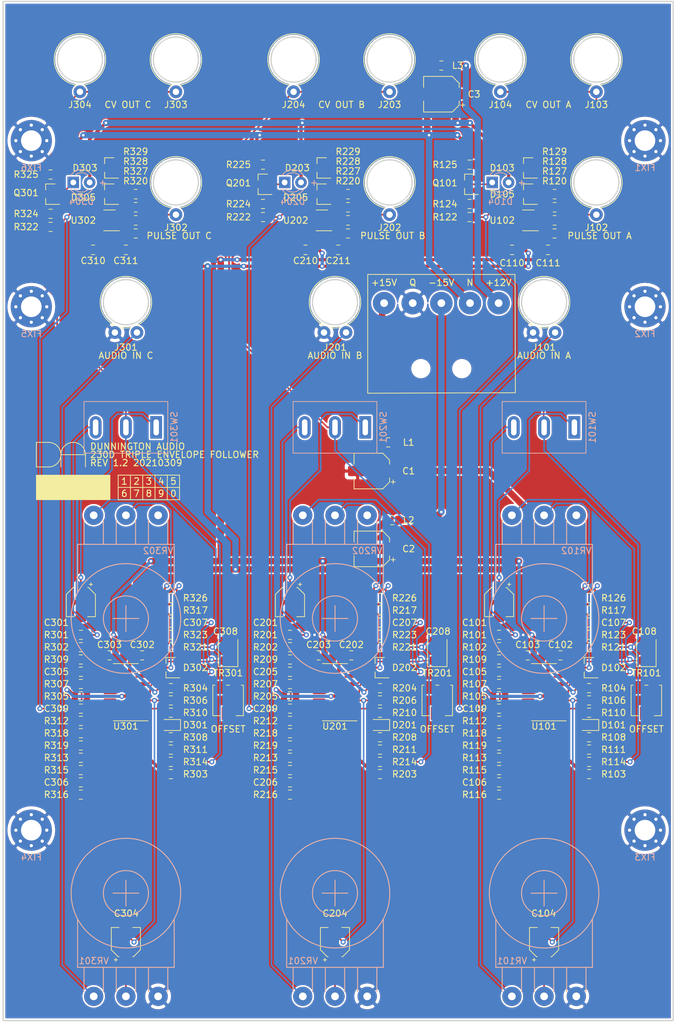
<source format=kicad_pcb>
(kicad_pcb (version 20171130) (host pcbnew 5.1.10-1.fc34)
  (title_block (title "230D Triple Envelope Follower") (date 2021-03-14) (rev 1.2))
  (layers (0 F.Cu signal) (31 B.Cu signal) (34 B.Paste user) (35 F.Paste user) (36 B.SilkS user) (37 F.SilkS user) (38 B.Mask user) (39 F.Mask user) (44 Edge.Cuts user))
  (net 0 "")
  (net 1 GND)
  (net 2 +15V)
  (net 3 -15V)
  (net 4 GNDD)
  (net 5 +12V)
  (net 6 "Net-(C101-Pad2)")
  (net 7 "Net-(C101-Pad1)")
  (net 8 "Net-(C104-Pad2)")
  (net 9 "Net-(C104-Pad1)")
  (net 10 "Net-(C105-Pad2)")
  (net 11 "Net-(C105-Pad1)")
  (net 12 "Net-(C106-Pad2)")
  (net 13 "Net-(C106-Pad1)")
  (net 14 "Net-(C107-Pad2)")
  (net 15 "Net-(C107-Pad1)")
  (net 16 "Net-(C108-Pad1)")
  (net 17 "Net-(C109-Pad2)")
  (net 18 "Net-(C109-Pad1)")
  (net 19 "Net-(C201-Pad2)")
  (net 20 "Net-(C201-Pad1)")
  (net 21 "Net-(C204-Pad2)")
  (net 22 "Net-(C204-Pad1)")
  (net 23 "Net-(C205-Pad2)")
  (net 24 "Net-(C205-Pad1)")
  (net 25 "Net-(C206-Pad2)")
  (net 26 "Net-(C206-Pad1)")
  (net 27 "Net-(C207-Pad2)")
  (net 28 "Net-(C207-Pad1)")
  (net 29 "Net-(C208-Pad1)")
  (net 30 "Net-(C209-Pad2)")
  (net 31 "Net-(C209-Pad1)")
  (net 32 "Net-(C301-Pad2)")
  (net 33 "Net-(C301-Pad1)")
  (net 34 "Net-(C304-Pad2)")
  (net 35 "Net-(C304-Pad1)")
  (net 36 "Net-(C305-Pad2)")
  (net 37 "Net-(C305-Pad1)")
  (net 38 "Net-(C306-Pad2)")
  (net 39 "Net-(C306-Pad1)")
  (net 40 "Net-(C307-Pad2)")
  (net 41 "Net-(C307-Pad1)")
  (net 42 "Net-(C308-Pad1)")
  (net 43 "Net-(C309-Pad2)")
  (net 44 "Net-(C309-Pad1)")
  (net 45 "Net-(D101-Pad1)")
  (net 46 "Net-(D102-Pad3)")
  (net 47 "Net-(D103-Pad3)")
  (net 48 "Net-(D104-Pad1)")
  (net 49 "Net-(D201-Pad1)")
  (net 50 "Net-(D202-Pad3)")
  (net 51 "Net-(D203-Pad3)")
  (net 52 "Net-(D204-Pad1)")
  (net 53 "Net-(D301-Pad1)")
  (net 54 "Net-(D302-Pad3)")
  (net 55 "Net-(D303-Pad3)")
  (net 56 "Net-(D304-Pad1)")
  (net 57 "Net-(J1-Pad1)")
  (net 58 "Net-(J3-Pad1)")
  (net 59 "Net-(J5-Pad1)")
  (net 60 "Net-(J101-Pad2)")
  (net 61 "Net-(J103-Pad1)")
  (net 62 "Net-(J201-Pad2)")
  (net 63 "Net-(J203-Pad1)")
  (net 64 "Net-(J301-Pad2)")
  (net 65 "Net-(J303-Pad1)")
  (net 66 "Net-(Q101-Pad2)")
  (net 67 "Net-(Q101-Pad1)")
  (net 68 "Net-(Q201-Pad2)")
  (net 69 "Net-(Q201-Pad1)")
  (net 70 "Net-(Q301-Pad2)")
  (net 71 "Net-(Q301-Pad1)")
  (net 72 "Net-(R101-Pad2)")
  (net 73 "Net-(R103-Pad1)")
  (net 74 "Net-(R104-Pad1)")
  (net 75 "Net-(R105-Pad1)")
  (net 76 "Net-(R112-Pad1)")
  (net 77 "Net-(R115-Pad1)")
  (net 78 "Net-(R117-Pad1)")
  (net 79 "Net-(R201-Pad2)")
  (net 80 "Net-(R203-Pad1)")
  (net 81 "Net-(R204-Pad1)")
  (net 82 "Net-(R205-Pad1)")
  (net 83 "Net-(R212-Pad1)")
  (net 84 "Net-(R215-Pad1)")
  (net 85 "Net-(R217-Pad1)")
  (net 86 "Net-(R301-Pad2)")
  (net 87 "Net-(R303-Pad1)")
  (net 88 "Net-(R304-Pad1)")
  (net 89 "Net-(R305-Pad1)")
  (net 90 "Net-(R312-Pad1)")
  (net 91 "Net-(R315-Pad1)")
  (net 92 "Net-(R317-Pad1)")
  (net 93 "Net-(VR102-Pad3)")
  (net 94 "Net-(VR202-Pad3)")
  (net 95 "Net-(VR302-Pad3)")
  (net 96 "Net-(R126-Pad1)")
  (net 97 "Net-(R226-Pad1)")
  (net 98 "Net-(R326-Pad1)")
  (net 99 "Net-(D105-Pad3)")
  (net 100 "Net-(D105-Pad1)")
  (net 101 "Net-(D205-Pad3)")
  (net 102 "Net-(D205-Pad1)")
  (net 103 "Net-(D305-Pad3)")
  (net 104 "Net-(D305-Pad1)")
  (net 105 "Net-(J102-Pad1)")
  (net 106 "Net-(J202-Pad1)")
  (net 107 "Net-(J302-Pad1)")
  (net 108 "Net-(R127-Pad1)")
  (net 109 "Net-(R128-Pad2)")
  (net 110 "Net-(R227-Pad1)")
  (net 111 "Net-(R228-Pad2)")
  (net 112 "Net-(R327-Pad1)")
  (net 113 "Net-(R328-Pad2)")
  (module Package_TO_SOT_SMD:SOT-23-5 (layer F.Cu) (at 56.507731 55.943994 180)
    (fp_text reference U302 (at 4.064 0) (layer F.SilkS))
    (fp_text value LM321)
    (pad 5 smd rect (at 1.1 -0.95 180) (size 1.06 0.65) (layers F.Cu F.Paste F.Mask) (net 2 +15V))
    (pad 4 smd rect (at 1.1 0.95 180) (size 1.06 0.65) (layers F.Cu F.Paste F.Mask) (net 104 "Net-(D305-Pad1)"))
    (pad 3 smd rect (at -1.1 0.95 180) (size 1.06 0.65) (layers F.Cu F.Paste F.Mask) (net 113 "Net-(R328-Pad2)"))
    (pad 2 smd rect (at -1.1 0 180) (size 1.06 0.65) (layers F.Cu F.Paste F.Mask) (net 3 -15V))
    (pad 1 smd rect (at -1.1 -0.95 180) (size 1.06 0.65) (layers F.Cu F.Paste F.Mask) (net 112 "Net-(R327-Pad1)"))
  )
  (module Package_TO_SOT_SMD:SOT-23-5 (layer F.Cu) (at 89.475731 55.943994 180)
    (fp_text reference U202 (at 4.064 0) (layer F.SilkS))
    (fp_text value LM321)
    (pad 5 smd rect (at 1.1 -0.95 180) (size 1.06 0.65) (layers F.Cu F.Paste F.Mask) (net 2 +15V))
    (pad 4 smd rect (at 1.1 0.95 180) (size 1.06 0.65) (layers F.Cu F.Paste F.Mask) (net 102 "Net-(D205-Pad1)"))
    (pad 3 smd rect (at -1.1 0.95 180) (size 1.06 0.65) (layers F.Cu F.Paste F.Mask) (net 111 "Net-(R228-Pad2)"))
    (pad 2 smd rect (at -1.1 0 180) (size 1.06 0.65) (layers F.Cu F.Paste F.Mask) (net 3 -15V))
    (pad 1 smd rect (at -1.1 -0.95 180) (size 1.06 0.65) (layers F.Cu F.Paste F.Mask) (net 110 "Net-(R227-Pad1)"))
  )
  (module Package_TO_SOT_SMD:SOT-23-5 (layer F.Cu) (at 121.531731 55.943994 180)
    (fp_text reference U102 (at 4.064 0) (layer F.SilkS))
    (fp_text value LM321)
    (pad 5 smd rect (at 1.1 -0.95 180) (size 1.06 0.65) (layers F.Cu F.Paste F.Mask) (net 2 +15V))
    (pad 4 smd rect (at 1.1 0.95 180) (size 1.06 0.65) (layers F.Cu F.Paste F.Mask) (net 100 "Net-(D105-Pad1)"))
    (pad 3 smd rect (at -1.1 0.95 180) (size 1.06 0.65) (layers F.Cu F.Paste F.Mask) (net 109 "Net-(R128-Pad2)"))
    (pad 2 smd rect (at -1.1 0 180) (size 1.06 0.65) (layers F.Cu F.Paste F.Mask) (net 3 -15V))
    (pad 1 smd rect (at -1.1 -0.95 180) (size 1.06 0.65) (layers F.Cu F.Paste F.Mask) (net 108 "Net-(R127-Pad1)"))
  )
  (module Resistor_SMD:R_0805_2012Metric (layer F.Cu) (at 60.571731 51.879994)
    (fp_text reference R329 (at 0 -6.604) (layer F.SilkS))
    (fp_text value 1k)
    (pad 2 smd roundrect (at 0.9125 0) (size 1.025 1.4) (layers F.Cu F.Paste F.Mask) (roundrect_rratio 0.2439014634146341) (net 107 "Net-(J302-Pad1)"))
    (pad 1 smd roundrect (at -0.9125 0) (size 1.025 1.4) (layers F.Cu F.Paste F.Mask) (roundrect_rratio 0.2439014634146341) (net 103 "Net-(D305-Pad3)"))
  )
  (module Resistor_SMD:R_0805_2012Metric (layer F.Cu) (at 60.571731 53.911994 180)
    (fp_text reference R328 (at 0 7.112) (layer F.SilkS))
    (fp_text value 10k)
    (pad 2 smd roundrect (at 0.9125 0 180) (size 1.025 1.4) (layers F.Cu F.Paste F.Mask) (roundrect_rratio 0.2439014634146341) (net 113 "Net-(R328-Pad2)"))
    (pad 1 smd roundrect (at -0.9125 0 180) (size 1.025 1.4) (layers F.Cu F.Paste F.Mask) (roundrect_rratio 0.2439014634146341) (net 107 "Net-(J302-Pad1)"))
  )
  (module Resistor_SMD:R_0805_2012Metric (layer F.Cu) (at 60.571731 55.943994)
    (fp_text reference R327 (at 0 -7.62) (layer F.SilkS))
    (fp_text value 11k)
    (pad 2 smd roundrect (at 0.9125 0) (size 1.025 1.4) (layers F.Cu F.Paste F.Mask) (roundrect_rratio 0.2439014634146341) (net 55 "Net-(D303-Pad3)"))
    (pad 1 smd roundrect (at -0.9125 0) (size 1.025 1.4) (layers F.Cu F.Paste F.Mask) (roundrect_rratio 0.2439014634146341) (net 112 "Net-(R327-Pad1)"))
  )
  (module Resistor_SMD:R_0805_2012Metric (layer F.Cu) (at 93.539731 51.879994)
    (fp_text reference R229 (at 0 -6.604) (layer F.SilkS))
    (fp_text value 1k)
    (pad 2 smd roundrect (at 0.9125 0) (size 1.025 1.4) (layers F.Cu F.Paste F.Mask) (roundrect_rratio 0.2439014634146341) (net 106 "Net-(J202-Pad1)"))
    (pad 1 smd roundrect (at -0.9125 0) (size 1.025 1.4) (layers F.Cu F.Paste F.Mask) (roundrect_rratio 0.2439014634146341) (net 101 "Net-(D205-Pad3)"))
  )
  (module Resistor_SMD:R_0805_2012Metric (layer F.Cu) (at 93.539731 53.911994 180)
    (fp_text reference R228 (at 0 7.112) (layer F.SilkS))
    (fp_text value 10k)
    (pad 2 smd roundrect (at 0.9125 0 180) (size 1.025 1.4) (layers F.Cu F.Paste F.Mask) (roundrect_rratio 0.2439014634146341) (net 111 "Net-(R228-Pad2)"))
    (pad 1 smd roundrect (at -0.9125 0 180) (size 1.025 1.4) (layers F.Cu F.Paste F.Mask) (roundrect_rratio 0.2439014634146341) (net 106 "Net-(J202-Pad1)"))
  )
  (module Resistor_SMD:R_0805_2012Metric (layer F.Cu) (at 93.539731 55.943994)
    (fp_text reference R227 (at 0 -7.62) (layer F.SilkS))
    (fp_text value 11k)
    (pad 2 smd roundrect (at 0.9125 0) (size 1.025 1.4) (layers F.Cu F.Paste F.Mask) (roundrect_rratio 0.2439014634146341) (net 51 "Net-(D203-Pad3)"))
    (pad 1 smd roundrect (at -0.9125 0) (size 1.025 1.4) (layers F.Cu F.Paste F.Mask) (roundrect_rratio 0.2439014634146341) (net 110 "Net-(R227-Pad1)"))
  )
  (module Resistor_SMD:R_0805_2012Metric (layer F.Cu) (at 125.595731 51.879994)
    (fp_text reference R129 (at 0 -6.604) (layer F.SilkS))
    (fp_text value 1k)
    (pad 2 smd roundrect (at 0.9125 0) (size 1.025 1.4) (layers F.Cu F.Paste F.Mask) (roundrect_rratio 0.2439014634146341) (net 105 "Net-(J102-Pad1)"))
    (pad 1 smd roundrect (at -0.9125 0) (size 1.025 1.4) (layers F.Cu F.Paste F.Mask) (roundrect_rratio 0.2439014634146341) (net 99 "Net-(D105-Pad3)"))
  )
  (module Resistor_SMD:R_0805_2012Metric (layer F.Cu) (at 125.595731 53.911994 180)
    (fp_text reference R128 (at 0 7.112) (layer F.SilkS))
    (fp_text value 10k)
    (pad 2 smd roundrect (at 0.9125 0 180) (size 1.025 1.4) (layers F.Cu F.Paste F.Mask) (roundrect_rratio 0.2439014634146341) (net 109 "Net-(R128-Pad2)"))
    (pad 1 smd roundrect (at -0.9125 0 180) (size 1.025 1.4) (layers F.Cu F.Paste F.Mask) (roundrect_rratio 0.2439014634146341) (net 105 "Net-(J102-Pad1)"))
  )
  (module Resistor_SMD:R_0805_2012Metric (layer F.Cu) (at 125.595731 55.943994)
    (fp_text reference R127 (at 0 -7.62 180) (layer F.SilkS))
    (fp_text value 11k)
    (pad 2 smd roundrect (at 0.9125 0) (size 1.025 1.4) (layers F.Cu F.Paste F.Mask) (roundrect_rratio 0.2439014634146341) (net 47 "Net-(D103-Pad3)"))
    (pad 1 smd roundrect (at -0.9125 0) (size 1.025 1.4) (layers F.Cu F.Paste F.Mask) (roundrect_rratio 0.2439014634146341) (net 108 "Net-(R127-Pad1)"))
  )
  (module Package_TO_SOT_SMD:SOT-23 (layer F.Cu) (at 56.507731 51.879994 180)
    (fp_text reference D305 (at 4.064 -0.508) (layer F.SilkS))
    (fp_text value BAS16)
    (pad 3 smd rect (at 1 0 180) (size 0.9 0.8) (layers F.Cu F.Paste F.Mask) (net 103 "Net-(D305-Pad3)"))
    (pad 2 smd rect (at -1 0.95 180) (size 0.9 0.8) (layers F.Cu F.Paste F.Mask))
    (pad 1 smd rect (at -1 -0.95 180) (size 0.9 0.8) (layers F.Cu F.Paste F.Mask) (net 104 "Net-(D305-Pad1)"))
  )
  (module Package_TO_SOT_SMD:SOT-23 (layer F.Cu) (at 89.475731 51.879994 180)
    (fp_text reference D205 (at 4.064 -0.508) (layer F.SilkS))
    (fp_text value BAS16)
    (pad 3 smd rect (at 1 0 180) (size 0.9 0.8) (layers F.Cu F.Paste F.Mask) (net 101 "Net-(D205-Pad3)"))
    (pad 2 smd rect (at -1 0.95 180) (size 0.9 0.8) (layers F.Cu F.Paste F.Mask))
    (pad 1 smd rect (at -1 -0.95 180) (size 0.9 0.8) (layers F.Cu F.Paste F.Mask) (net 102 "Net-(D205-Pad1)"))
  )
  (module Package_TO_SOT_SMD:SOT-23 (layer F.Cu) (at 121.531731 51.879994 180)
    (fp_text reference D105 (at 4.064 0) (layer F.SilkS))
    (fp_text value BAS16)
    (pad 3 smd rect (at 1 0 180) (size 0.9 0.8) (layers F.Cu F.Paste F.Mask) (net 99 "Net-(D105-Pad3)"))
    (pad 2 smd rect (at -1 0.95 180) (size 0.9 0.8) (layers F.Cu F.Paste F.Mask))
    (pad 1 smd rect (at -1 -0.95 180) (size 0.9 0.8) (layers F.Cu F.Paste F.Mask) (net 100 "Net-(D105-Pad1)"))
  )
  (module Capacitor_SMD:C_0805_2012Metric (layer F.Cu) (at 59.047731 60.515994 180)
    (fp_text reference C311 (at 0 -1.68) (layer F.SilkS))
    (fp_text value 100n)
    (pad 2 smd roundrect (at 0.95 0 180) (size 1 1.45) (layers F.Cu F.Paste F.Mask) (net 3 -15V))
    (pad 1 smd roundrect (at -0.95 0 180) (size 1 1.45) (layers F.Cu F.Paste F.Mask) (net 1 GND))
  )
  (module Capacitor_SMD:C_0805_2012Metric (layer F.Cu) (at 53.967731 60.515994 180)
    (fp_text reference C310 (at 0 -1.68) (layer F.SilkS))
    (fp_text value 100n)
    (pad 2 smd roundrect (at 0.95 0 180) (size 1 1.45) (layers F.Cu F.Paste F.Mask) (net 1 GND))
    (pad 1 smd roundrect (at -0.95 0 180) (size 1 1.45) (layers F.Cu F.Paste F.Mask) (net 2 +15V))
  )
  (module Capacitor_SMD:C_0805_2012Metric (layer F.Cu) (at 92.015731 60.515994 180)
    (fp_text reference C211 (at 0 -1.68) (layer F.SilkS))
    (fp_text value 100n)
    (pad 2 smd roundrect (at 0.95 0 180) (size 1 1.45) (layers F.Cu F.Paste F.Mask) (net 3 -15V))
    (pad 1 smd roundrect (at -0.95 0 180) (size 1 1.45) (layers F.Cu F.Paste F.Mask) (net 1 GND))
  )
  (module Capacitor_SMD:C_0805_2012Metric (layer F.Cu) (at 86.935731 60.515994 180)
    (fp_text reference C210 (at 0 -1.68) (layer F.SilkS))
    (fp_text value 100n)
    (pad 2 smd roundrect (at 0.95 0 180) (size 1 1.45) (layers F.Cu F.Paste F.Mask) (net 1 GND))
    (pad 1 smd roundrect (at -0.95 0 180) (size 1 1.45) (layers F.Cu F.Paste F.Mask) (net 2 +15V))
  )
  (module Capacitor_SMD:C_0805_2012Metric (layer F.Cu) (at 124.579731 60.515994 180)
    (fp_text reference C111 (at 0 -2.032) (layer F.SilkS))
    (fp_text value 100n)
    (pad 2 smd roundrect (at 0.95 0 180) (size 1 1.45) (layers F.Cu F.Paste F.Mask) (net 3 -15V))
    (pad 1 smd roundrect (at -0.95 0 180) (size 1 1.45) (layers F.Cu F.Paste F.Mask) (net 1 GND))
  )
  (module Capacitor_SMD:C_0805_2012Metric (layer F.Cu) (at 118.991731 60.515994 180)
    (fp_text reference C110 (at 0 -2.032) (layer F.SilkS))
    (fp_text value 100n)
    (pad 2 smd roundrect (at 0.95 0 180) (size 1 1.45) (layers F.Cu F.Paste F.Mask) (net 1 GND))
    (pad 1 smd roundrect (at -0.95 0 180) (size 1 1.45) (layers F.Cu F.Paste F.Mask) (net 2 +15V))
  )
  (module Buchla_Connectors:Johnson_108-09XX-001 (layer F.Cu) (at 51.919759 31.012196)
    (fp_text reference J304 (at 0 7) (layer F.SilkS))
    (fp_text value 108-0910)
    (pad 1 thru_hole circle (at 0 5) (size 2 2) (drill 1) (layers *.Cu *.Mask) (net 65 "Net-(J303-Pad1)"))
  )
  (module Buchla_Connectors:Johnson_108-09XX-001 (layer F.Cu) (at 66.817731 31.012196)
    (fp_text reference J303 (at 0 7) (layer F.SilkS))
    (fp_text value 108-0910)
    (pad 1 thru_hole circle (at 0 5) (size 2 2) (drill 1) (layers *.Cu *.Mask) (net 65 "Net-(J303-Pad1)"))
  )
  (module Buchla_Connectors:Johnson_108-09XX-001 (layer F.Cu) (at 66.817731 50.062196)
    (fp_text reference J302 (at 0 7) (layer F.SilkS))
    (fp_text value 108-0902)
    (pad 1 thru_hole circle (at 0 5) (size 2 2) (drill 1) (layers *.Cu *.Mask) (net 107 "Net-(J302-Pad1)"))
  )
  (module Buchla_Connectors:Switchcraft_41 (layer F.Cu) (at 59.056619 68.629883)
    (fp_text reference J301 (at 0 7) (layer F.SilkS))
    (fp_text value 41)
    (pad 2 thru_hole circle (at 1.710101 4.698463) (size 2 2) (drill 1) (layers *.Cu *.Mask) (net 64 "Net-(J301-Pad2)"))
    (pad 1 thru_hole circle (at -1.710101 4.698463) (size 2 2) (drill 1) (layers *.Cu *.Mask) (net 1 GND))
  )
  (module Buchla_Connectors:Johnson_108-09XX-001 (layer F.Cu) (at 85.082249 31.012197)
    (fp_text reference J204 (at 0 7) (layer F.SilkS))
    (fp_text value 108-0910)
    (pad 1 thru_hole circle (at 0 5) (size 2 2) (drill 1) (layers *.Cu *.Mask) (net 63 "Net-(J203-Pad1)"))
  )
  (module Buchla_Connectors:Johnson_108-09XX-001 (layer F.Cu) (at 99.978842 31.012196)
    (fp_text reference J203 (at 0 7) (layer F.SilkS))
    (fp_text value 108-0910)
    (pad 1 thru_hole circle (at 0 5) (size 2 2) (drill 1) (layers *.Cu *.Mask) (net 63 "Net-(J203-Pad1)"))
  )
  (module Buchla_Connectors:Johnson_108-09XX-001 (layer F.Cu) (at 99.978842 50.062196)
    (fp_text reference J202 (at 0 7) (layer F.SilkS))
    (fp_text value 108-0902)
    (pad 1 thru_hole circle (at 0 5) (size 2 2) (drill 1) (layers *.Cu *.Mask) (net 106 "Net-(J202-Pad1)"))
  )
  (module Buchla_Connectors:Switchcraft_41 (layer F.Cu) (at 91.512175 68.629883)
    (fp_text reference J201 (at 0 7) (layer F.SilkS))
    (fp_text value 41)
    (pad 2 thru_hole circle (at 1.710101 4.698463) (size 2 2) (drill 1) (layers *.Cu *.Mask) (net 62 "Net-(J201-Pad2)"))
    (pad 1 thru_hole circle (at -1.710101 4.698463) (size 2 2) (drill 1) (layers *.Cu *.Mask) (net 1 GND))
  )
  (module Buchla_Connectors:Johnson_108-09XX-001 (layer F.Cu) (at 117.185026 31.012197)
    (fp_text reference J104 (at 0 7) (layer F.SilkS))
    (fp_text value 108-0910)
    (pad 1 thru_hole circle (at 0 5) (size 2 2) (drill 1) (layers *.Cu *.Mask) (net 61 "Net-(J103-Pad1)"))
  )
  (module Buchla_Connectors:Johnson_108-09XX-001 (layer F.Cu) (at 132.08162 31.012196)
    (fp_text reference J103 (at 0 7) (layer F.SilkS))
    (fp_text value 108-0910)
    (pad 1 thru_hole circle (at 0 5) (size 2 2) (drill 1) (layers *.Cu *.Mask) (net 61 "Net-(J103-Pad1)"))
  )
  (module Buchla_Connectors:Johnson_108-09XX-001 (layer F.Cu) (at 132.08162 50.062196)
    (fp_text reference J102 (at 0 7) (layer F.SilkS))
    (fp_text value 108-0902)
    (pad 1 thru_hole circle (at 0 5) (size 2 2) (drill 1) (layers *.Cu *.Mask) (net 105 "Net-(J102-Pad1)"))
  )
  (module Buchla_Connectors:Switchcraft_41 (layer F.Cu) (at 123.96773 68.629883)
    (fp_text reference J101 (at 0 7) (layer F.SilkS))
    (fp_text value 41)
    (pad 2 thru_hole circle (at 1.710101 4.698463) (size 2 2) (drill 1) (layers *.Cu *.Mask) (net 60 "Net-(J101-Pad2)"))
    (pad 1 thru_hole circle (at -1.710101 4.698463) (size 2 2) (drill 1) (layers *.Cu *.Mask) (net 1 GND))
  )
  (module Buchla_Connectors:SolderWirePad_1x01_Drill1.2mm (layer F.Cu) (at 116.912175 68.770994)
    (fp_text reference J5 hide)
    (fp_text value +12V)
    (pad 1 thru_hole circle (at 0 0) (size 3.50012 3.50012) (drill 1.19888) (layers *.Cu *.Mask) (net 59 "Net-(J5-Pad1)"))
  )
  (module Buchla_Connectors:SolderWirePad_1x01_Drill1.2mm (layer F.Cu) (at 112.467175 68.770994)
    (fp_text reference J4 hide)
    (fp_text value 0V-N)
    (pad 1 thru_hole circle (at 0 0) (size 3.50012 3.50012) (drill 1.19888) (layers *.Cu *.Mask) (net 4 GNDD))
  )
  (module Buchla_Connectors:SolderWirePad_1x01_Drill1.2mm (layer F.Cu) (at 108.022175 68.770994)
    (fp_text reference J3 hide)
    (fp_text value -15V)
    (pad 1 thru_hole circle (at 0 0) (size 3.50012 3.50012) (drill 1.19888) (layers *.Cu *.Mask) (net 58 "Net-(J3-Pad1)"))
  )
  (module Buchla_Connectors:SolderWirePad_1x01_Drill1.2mm (layer F.Cu) (at 103.577175 68.770994)
    (fp_text reference J2 hide)
    (fp_text value 0V-Q)
    (pad 1 thru_hole circle (at 0 0) (size 3.50012 3.50012) (drill 1.19888) (layers *.Cu *.Mask) (net 1 GND))
  )
  (module Buchla_Connectors:SolderWirePad_1x01_Drill1.2mm (layer F.Cu) (at 99.132175 68.770994)
    (fp_text reference J1 hide)
    (fp_text value +15V)
    (pad 1 thru_hole circle (at 0 0) (size 3.50012 3.50012) (drill 1.19888) (layers *.Cu *.Mask) (net 57 "Net-(J1-Pad1)"))
  )
  (module Resistor_SMD:R_0805_2012Metric (layer F.Cu) (at 98.492731 114.490994)
    (fp_text reference R226 (at 3.81 0) (layer F.SilkS))
    (fp_text value 10k)
    (pad 2 smd roundrect (at 0.9125 0) (size 1.025 1.4) (layers F.Cu F.Paste F.Mask) (roundrect_rratio 0.2439014634146341) (net 50 "Net-(D202-Pad3)"))
    (pad 1 smd roundrect (at -0.9125 0) (size 1.025 1.4) (layers F.Cu F.Paste F.Mask) (roundrect_rratio 0.2439014634146341) (net 97 "Net-(R226-Pad1)"))
  )
  (module Resistor_SMD:R_0805_2012Metric (layer F.Cu) (at 66.032731 114.490994)
    (fp_text reference R326 (at 3.81 0) (layer F.SilkS))
    (fp_text value 10k)
    (pad 2 smd roundrect (at 0.9125 0) (size 1.025 1.4) (layers F.Cu F.Paste F.Mask) (roundrect_rratio 0.2439014634146341) (net 54 "Net-(D302-Pad3)"))
    (pad 1 smd roundrect (at -0.9125 0) (size 1.025 1.4) (layers F.Cu F.Paste F.Mask) (roundrect_rratio 0.2439014634146341) (net 98 "Net-(R326-Pad1)"))
  )
  (module Resistor_SMD:R_0805_2012Metric (layer F.Cu) (at 130.952731 114.490994)
    (fp_text reference R126 (at 3.81 0) (layer F.SilkS))
    (fp_text value 10k)
    (pad 2 smd roundrect (at 0.9125 0) (size 1.025 1.4) (layers F.Cu F.Paste F.Mask) (roundrect_rratio 0.2439014634146341) (net 46 "Net-(D102-Pad3)"))
    (pad 1 smd roundrect (at -0.9125 0) (size 1.025 1.4) (layers F.Cu F.Paste F.Mask) (roundrect_rratio 0.2439014634146341) (net 96 "Net-(R126-Pad1)"))
  )
  (module Capacitor_Tantalum_SMD:CP_EIA-3528-21_Kemet-B (layer F.Cu) (at 74.922731 122.665994 90)
    (fp_text reference C308 (at 3 -0.410556 180) (layer F.SilkS))
    (fp_text value 4u7)
    (pad 2 smd roundrect (at 1.5375 0 90) (size 1.325 2.35) (layers F.Cu F.Paste F.Mask) (roundrect_rratio 0.1886784905660377) (net 1 GND))
    (pad 1 smd roundrect (at -1.5375 0 90) (size 1.325 2.35) (layers F.Cu F.Paste F.Mask) (roundrect_rratio 0.1886784905660377) (net 42 "Net-(C308-Pad1)"))
  )
  (module Capacitor_Tantalum_SMD:CP_EIA-3528-21_Kemet-B (layer F.Cu) (at 107.382731 122.665994 90)
    (fp_text reference C208 (at 3 0.129444 180) (layer F.SilkS))
    (fp_text value 4u7)
    (pad 2 smd roundrect (at 1.5375 0 90) (size 1.325 2.35) (layers F.Cu F.Paste F.Mask) (roundrect_rratio 0.1886784905660377) (net 1 GND))
    (pad 1 smd roundrect (at -1.5375 0 90) (size 1.325 2.35) (layers F.Cu F.Paste F.Mask) (roundrect_rratio 0.1886784905660377) (net 29 "Net-(C208-Pad1)"))
  )
  (module Capacitor_Tantalum_SMD:CP_EIA-3528-21_Kemet-B (layer F.Cu) (at 139.842731 122.665994 90)
    (fp_text reference C108 (at 3 -0.330556 180) (layer F.SilkS))
    (fp_text value 4u7)
    (pad 2 smd roundrect (at 1.5375 0 90) (size 1.325 2.35) (layers F.Cu F.Paste F.Mask) (roundrect_rratio 0.1886784905660377) (net 1 GND))
    (pad 1 smd roundrect (at -1.5375 0 90) (size 1.325 2.35) (layers F.Cu F.Paste F.Mask) (roundrect_rratio 0.1886784905660377) (net 16 "Net-(C108-Pad1)"))
  )
  (module Capacitor_SMD:CP_Elec_4x5.3 (layer F.Cu) (at 59.047731 167.830994 90)
    (fp_text reference C304 (at 4.445 0.079444 180) (layer F.SilkS))
    (fp_text value 1u)
    (pad 2 smd roundrect (at 1.8 0 90) (size 2.6 1.6) (layers F.Cu F.Paste F.Mask) (roundrect_rratio 0.15625) (net 34 "Net-(C304-Pad2)"))
    (pad 1 smd roundrect (at -1.8 0 90) (size 2.6 1.6) (layers F.Cu F.Paste F.Mask) (roundrect_rratio 0.15625) (net 35 "Net-(C304-Pad1)"))
  )
  (module Capacitor_SMD:CP_Elec_4x5.3 (layer F.Cu) (at 52.062731 115.125994 270)
    (fp_text reference C301 (at 3.175 3.801112 180) (layer F.SilkS))
    (fp_text value 1u)
    (pad 2 smd roundrect (at 1.8 0 270) (size 2.6 1.6) (layers F.Cu F.Paste F.Mask) (roundrect_rratio 0.15625) (net 32 "Net-(C301-Pad2)"))
    (pad 1 smd roundrect (at -1.8 0 270) (size 2.6 1.6) (layers F.Cu F.Paste F.Mask) (roundrect_rratio 0.15625) (net 33 "Net-(C301-Pad1)"))
  )
  (module Capacitor_SMD:CP_Elec_4x5.3 (layer F.Cu) (at 91.507731 167.830994 90)
    (fp_text reference C204 (at 4.445 0.004444 180) (layer F.SilkS))
    (fp_text value 1u)
    (pad 2 smd roundrect (at 1.8 0 90) (size 2.6 1.6) (layers F.Cu F.Paste F.Mask) (roundrect_rratio 0.15625) (net 21 "Net-(C204-Pad2)"))
    (pad 1 smd roundrect (at -1.8 0 90) (size 2.6 1.6) (layers F.Cu F.Paste F.Mask) (roundrect_rratio 0.15625) (net 22 "Net-(C204-Pad1)"))
  )
  (module Capacitor_SMD:CP_Elec_4x5.3 (layer F.Cu) (at 84.522731 115.125994 270)
    (fp_text reference C201 (at 3.175 3.805556 180) (layer F.SilkS))
    (fp_text value 1u)
    (pad 2 smd roundrect (at 1.8 0 270) (size 2.6 1.6) (layers F.Cu F.Paste F.Mask) (roundrect_rratio 0.15625) (net 19 "Net-(C201-Pad2)"))
    (pad 1 smd roundrect (at -1.8 0 270) (size 2.6 1.6) (layers F.Cu F.Paste F.Mask) (roundrect_rratio 0.15625) (net 20 "Net-(C201-Pad1)"))
  )
  (module Capacitor_SMD:CP_Elec_4x5.3 (layer F.Cu) (at 123.967731 167.830994 90)
    (fp_text reference C104 (at 4.445 -0.070556 180) (layer F.SilkS))
    (fp_text value 1u)
    (pad 2 smd roundrect (at 1.8 0 90) (size 2.6 1.6) (layers F.Cu F.Paste F.Mask) (roundrect_rratio 0.15625) (net 8 "Net-(C104-Pad2)"))
    (pad 1 smd roundrect (at -1.8 0 90) (size 2.6 1.6) (layers F.Cu F.Paste F.Mask) (roundrect_rratio 0.15625) (net 9 "Net-(C104-Pad1)"))
  )
  (module Capacitor_SMD:CP_Elec_4x5.3 (layer F.Cu) (at 116.982731 115.125994 270)
    (fp_text reference C101 (at 3.175 3.81 180) (layer F.SilkS))
    (fp_text value 1u)
    (pad 2 smd roundrect (at 1.8 0 270) (size 2.6 1.6) (layers F.Cu F.Paste F.Mask) (roundrect_rratio 0.15625) (net 6 "Net-(C101-Pad2)"))
    (pad 1 smd roundrect (at -1.8 0 270) (size 2.6 1.6) (layers F.Cu F.Paste F.Mask) (roundrect_rratio 0.15625) (net 7 "Net-(C101-Pad1)"))
  )
  (module "Alpha_Potentiometers:RV16AF-41-(L)R1-XXX" (layer B.Cu) (at 59.056619 117.665994)
    (fp_text reference VR302 (at 5 -10.5) (layer B.SilkS) (effects (justify mirror)))
    (fp_text value 1MA)
    (pad 3 thru_hole circle (at 5 -16) (size 3 3) (drill 1.2) (layers *.Cu *.Mask) (net 95 "Net-(VR302-Pad3)"))
    (pad 2 thru_hole circle (at 0 -16) (size 3 3) (drill 1.2) (layers *.Cu *.Mask) (net 98 "Net-(R326-Pad1)"))
    (pad 1 thru_hole circle (at -5 -16) (size 3 3) (drill 1.2) (layers *.Cu *.Mask) (net 42 "Net-(C308-Pad1)"))
  )
  (module "Alpha_Potentiometers:RV16AF-41-(L)R1-XXX" (layer B.Cu) (at 59.056619 160.244618 180)
    (fp_text reference VR301 (at 5 -10.5) (layer B.SilkS) (effects (justify mirror)))
    (fp_text value 50kA)
    (pad 3 thru_hole circle (at 5 -16 180) (size 3 3) (drill 1.2) (layers *.Cu *.Mask) (net 64 "Net-(J301-Pad2)"))
    (pad 2 thru_hole circle (at 0 -16 180) (size 3 3) (drill 1.2) (layers *.Cu *.Mask) (net 35 "Net-(C304-Pad1)"))
    (pad 1 thru_hole circle (at -5 -16 180) (size 3 3) (drill 1.2) (layers *.Cu *.Mask) (net 1 GND))
  )
  (module "Alpha_Potentiometers:RV16AF-41-(L)R1-XXX" (layer B.Cu) (at 91.512175 117.665994)
    (fp_text reference VR202 (at 5 -10.5) (layer B.SilkS) (effects (justify mirror)))
    (fp_text value 1MA)
    (pad 3 thru_hole circle (at 5 -16) (size 3 3) (drill 1.2) (layers *.Cu *.Mask) (net 94 "Net-(VR202-Pad3)"))
    (pad 2 thru_hole circle (at 0 -16) (size 3 3) (drill 1.2) (layers *.Cu *.Mask) (net 97 "Net-(R226-Pad1)"))
    (pad 1 thru_hole circle (at -5 -16) (size 3 3) (drill 1.2) (layers *.Cu *.Mask) (net 29 "Net-(C208-Pad1)"))
  )
  (module "Alpha_Potentiometers:RV16AF-41-(L)R1-XXX" (layer B.Cu) (at 91.512175 160.244618 180)
    (fp_text reference VR201 (at 5 -10.5) (layer B.SilkS) (effects (justify mirror)))
    (fp_text value 50kA)
    (pad 3 thru_hole circle (at 5 -16 180) (size 3 3) (drill 1.2) (layers *.Cu *.Mask) (net 62 "Net-(J201-Pad2)"))
    (pad 2 thru_hole circle (at 0 -16 180) (size 3 3) (drill 1.2) (layers *.Cu *.Mask) (net 22 "Net-(C204-Pad1)"))
    (pad 1 thru_hole circle (at -5 -16 180) (size 3 3) (drill 1.2) (layers *.Cu *.Mask) (net 1 GND))
  )
  (module "Alpha_Potentiometers:RV16AF-41-(L)R1-XXX" (layer B.Cu) (at 123.967731 117.665994)
    (fp_text reference VR102 (at 5 -10.5) (layer B.SilkS) (effects (justify mirror)))
    (fp_text value 1MA)
    (pad 3 thru_hole circle (at 5 -16) (size 3 3) (drill 1.2) (layers *.Cu *.Mask) (net 93 "Net-(VR102-Pad3)"))
    (pad 2 thru_hole circle (at 0 -16) (size 3 3) (drill 1.2) (layers *.Cu *.Mask) (net 96 "Net-(R126-Pad1)"))
    (pad 1 thru_hole circle (at -5 -16) (size 3 3) (drill 1.2) (layers *.Cu *.Mask) (net 16 "Net-(C108-Pad1)"))
  )
  (module "Alpha_Potentiometers:RV16AF-41-(L)R1-XXX" (layer B.Cu) (at 123.96773 160.244618 180)
    (fp_text reference VR101 (at 5 -10.5) (layer B.SilkS) (effects (justify mirror)))
    (fp_text value 50kA)
    (pad 3 thru_hole circle (at 5 -16 180) (size 3 3) (drill 1.2) (layers *.Cu *.Mask) (net 60 "Net-(J101-Pad2)"))
    (pad 2 thru_hole circle (at 0 -16 180) (size 3 3) (drill 1.2) (layers *.Cu *.Mask) (net 9 "Net-(C104-Pad1)"))
    (pad 1 thru_hole circle (at -5 -16 180) (size 3 3) (drill 1.2) (layers *.Cu *.Mask) (net 1 GND))
  )
  (module Package_SO:SOIC-14_3.9x8.7mm_P1.27mm (layer F.Cu) (at 59.047731 129.095994 180)
    (fp_text reference U301 (at 0 -5.28) (layer F.SilkS))
    (fp_text value LM348)
    (pad 14 smd roundrect (at 2.475 -3.81 180) (size 1.95 0.6) (layers F.Cu F.Paste F.Mask) (net 91 "Net-(R315-Pad1)"))
    (pad 13 smd roundrect (at 2.475 -2.54 180) (size 1.95 0.6) (layers F.Cu F.Paste F.Mask) (net 90 "Net-(R312-Pad1)"))
    (pad 12 smd roundrect (at 2.475 -1.27 180) (size 1.95 0.6) (layers F.Cu F.Paste F.Mask) (net 39 "Net-(C306-Pad1)"))
    (pad 11 smd roundrect (at 2.475 0 180) (size 1.95 0.6) (layers F.Cu F.Paste F.Mask) (net 3 -15V))
    (pad 10 smd roundrect (at 2.475 1.27 180) (size 1.95 0.6) (layers F.Cu F.Paste F.Mask) (net 89 "Net-(R305-Pad1)"))
    (pad 9 smd roundrect (at 2.475 2.54 180) (size 1.95 0.6) (layers F.Cu F.Paste F.Mask) (net 36 "Net-(C305-Pad2)"))
    (pad 8 smd roundrect (at 2.475 3.81 180) (size 1.95 0.6) (layers F.Cu F.Paste F.Mask) (net 37 "Net-(C305-Pad1)"))
    (pad 7 smd roundrect (at -2.475 3.81 180) (size 1.95 0.6) (layers F.Cu F.Paste F.Mask) (net 41 "Net-(C307-Pad1)"))
    (pad 6 smd roundrect (at -2.475 2.54 180) (size 1.95 0.6) (layers F.Cu F.Paste F.Mask) (net 92 "Net-(R317-Pad1)"))
    (pad 5 smd roundrect (at -2.475 1.27 180) (size 1.95 0.6) (layers F.Cu F.Paste F.Mask) (net 42 "Net-(C308-Pad1)"))
    (pad 4 smd roundrect (at -2.475 0 180) (size 1.95 0.6) (layers F.Cu F.Paste F.Mask) (net 2 +15V))
    (pad 3 smd roundrect (at -2.475 -1.27 180) (size 1.95 0.6) (layers F.Cu F.Paste F.Mask) (net 34 "Net-(C304-Pad2)"))
    (pad 2 smd roundrect (at -2.475 -2.54 180) (size 1.95 0.6) (layers F.Cu F.Paste F.Mask) (net 40 "Net-(C307-Pad2)"))
    (pad 1 smd roundrect (at -2.475 -3.81 180) (size 1.95 0.6) (layers F.Cu F.Paste F.Mask) (net 54 "Net-(D302-Pad3)"))
  )
  (module Package_SO:SOIC-14_3.9x8.7mm_P1.27mm (layer F.Cu) (at 91.507731 129.095994 180)
    (fp_text reference U201 (at 0 -5.28) (layer F.SilkS))
    (fp_text value LM348)
    (pad 14 smd roundrect (at 2.475 -3.81 180) (size 1.95 0.6) (layers F.Cu F.Paste F.Mask) (net 84 "Net-(R215-Pad1)"))
    (pad 13 smd roundrect (at 2.475 -2.54 180) (size 1.95 0.6) (layers F.Cu F.Paste F.Mask) (net 83 "Net-(R212-Pad1)"))
    (pad 12 smd roundrect (at 2.475 -1.27 180) (size 1.95 0.6) (layers F.Cu F.Paste F.Mask) (net 26 "Net-(C206-Pad1)"))
    (pad 11 smd roundrect (at 2.475 0 180) (size 1.95 0.6) (layers F.Cu F.Paste F.Mask) (net 3 -15V))
    (pad 10 smd roundrect (at 2.475 1.27 180) (size 1.95 0.6) (layers F.Cu F.Paste F.Mask) (net 82 "Net-(R205-Pad1)"))
    (pad 9 smd roundrect (at 2.475 2.54 180) (size 1.95 0.6) (layers F.Cu F.Paste F.Mask) (net 23 "Net-(C205-Pad2)"))
    (pad 8 smd roundrect (at 2.475 3.81 180) (size 1.95 0.6) (layers F.Cu F.Paste F.Mask) (net 24 "Net-(C205-Pad1)"))
    (pad 7 smd roundrect (at -2.475 3.81 180) (size 1.95 0.6) (layers F.Cu F.Paste F.Mask) (net 28 "Net-(C207-Pad1)"))
    (pad 6 smd roundrect (at -2.475 2.54 180) (size 1.95 0.6) (layers F.Cu F.Paste F.Mask) (net 85 "Net-(R217-Pad1)"))
    (pad 5 smd roundrect (at -2.475 1.27 180) (size 1.95 0.6) (layers F.Cu F.Paste F.Mask) (net 29 "Net-(C208-Pad1)"))
    (pad 4 smd roundrect (at -2.475 0 180) (size 1.95 0.6) (layers F.Cu F.Paste F.Mask) (net 2 +15V))
    (pad 3 smd roundrect (at -2.475 -1.27 180) (size 1.95 0.6) (layers F.Cu F.Paste F.Mask) (net 21 "Net-(C204-Pad2)"))
    (pad 2 smd roundrect (at -2.475 -2.54 180) (size 1.95 0.6) (layers F.Cu F.Paste F.Mask) (net 27 "Net-(C207-Pad2)"))
    (pad 1 smd roundrect (at -2.475 -3.81 180) (size 1.95 0.6) (layers F.Cu F.Paste F.Mask) (net 50 "Net-(D202-Pad3)"))
  )
  (module Package_SO:SOIC-14_3.9x8.7mm_P1.27mm (layer F.Cu) (at 123.967731 129.095994 180)
    (fp_text reference U101 (at 0 -5.28) (layer F.SilkS))
    (fp_text value LM348)
    (pad 14 smd roundrect (at 2.475 -3.81 180) (size 1.95 0.6) (layers F.Cu F.Paste F.Mask) (net 77 "Net-(R115-Pad1)"))
    (pad 13 smd roundrect (at 2.475 -2.54 180) (size 1.95 0.6) (layers F.Cu F.Paste F.Mask) (net 76 "Net-(R112-Pad1)"))
    (pad 12 smd roundrect (at 2.475 -1.27 180) (size 1.95 0.6) (layers F.Cu F.Paste F.Mask) (net 13 "Net-(C106-Pad1)"))
    (pad 11 smd roundrect (at 2.475 0 180) (size 1.95 0.6) (layers F.Cu F.Paste F.Mask) (net 3 -15V))
    (pad 10 smd roundrect (at 2.475 1.27 180) (size 1.95 0.6) (layers F.Cu F.Paste F.Mask) (net 75 "Net-(R105-Pad1)"))
    (pad 9 smd roundrect (at 2.475 2.54 180) (size 1.95 0.6) (layers F.Cu F.Paste F.Mask) (net 10 "Net-(C105-Pad2)"))
    (pad 8 smd roundrect (at 2.475 3.81 180) (size 1.95 0.6) (layers F.Cu F.Paste F.Mask) (net 11 "Net-(C105-Pad1)"))
    (pad 7 smd roundrect (at -2.475 3.81 180) (size 1.95 0.6) (layers F.Cu F.Paste F.Mask) (net 15 "Net-(C107-Pad1)"))
    (pad 6 smd roundrect (at -2.475 2.54 180) (size 1.95 0.6) (layers F.Cu F.Paste F.Mask) (net 78 "Net-(R117-Pad1)"))
    (pad 5 smd roundrect (at -2.475 1.27 180) (size 1.95 0.6) (layers F.Cu F.Paste F.Mask) (net 16 "Net-(C108-Pad1)"))
    (pad 4 smd roundrect (at -2.475 0 180) (size 1.95 0.6) (layers F.Cu F.Paste F.Mask) (net 2 +15V))
    (pad 3 smd roundrect (at -2.475 -1.27 180) (size 1.95 0.6) (layers F.Cu F.Paste F.Mask) (net 8 "Net-(C104-Pad2)"))
    (pad 2 smd roundrect (at -2.475 -2.54 180) (size 1.95 0.6) (layers F.Cu F.Paste F.Mask) (net 14 "Net-(C107-Pad2)"))
    (pad 1 smd roundrect (at -2.475 -3.81 180) (size 1.95 0.6) (layers F.Cu F.Paste F.Mask) (net 46 "Net-(D102-Pad3)"))
  )
  (module Potentiometer_SMD:Potentiometer_Bourns_3314J_Vertical (layer F.Cu) (at 74.922731 130.365994)
    (fp_text reference TR301 (at 0 -4.25) (layer F.SilkS))
    (fp_text value 5k)
    (pad 3 smd rect (at -1.15 -2) (size 1.3 2) (layers F.Cu F.Paste F.Mask) (net 88 "Net-(R304-Pad1)"))
    (pad 2 smd rect (at 0 2) (size 2 2) (layers F.Cu F.Paste F.Mask) (net 87 "Net-(R303-Pad1)"))
    (pad 1 smd rect (at 1.15 -2) (size 1.3 2) (layers F.Cu F.Paste F.Mask) (net 1 GND))
  )
  (module Potentiometer_SMD:Potentiometer_Bourns_3314J_Vertical (layer F.Cu) (at 107.382731 130.365994)
    (fp_text reference TR201 (at 0 -4.25) (layer F.SilkS))
    (fp_text value 5k)
    (pad 3 smd rect (at -1.15 -2) (size 1.3 2) (layers F.Cu F.Paste F.Mask) (net 81 "Net-(R204-Pad1)"))
    (pad 2 smd rect (at 0 2) (size 2 2) (layers F.Cu F.Paste F.Mask) (net 80 "Net-(R203-Pad1)"))
    (pad 1 smd rect (at 1.15 -2) (size 1.3 2) (layers F.Cu F.Paste F.Mask) (net 1 GND))
  )
  (module Potentiometer_SMD:Potentiometer_Bourns_3314J_Vertical (layer F.Cu) (at 139.842731 130.365994)
    (fp_text reference TR101 (at 0 -4.25) (layer F.SilkS))
    (fp_text value 5k)
    (pad 3 smd rect (at -1.15 -2) (size 1.3 2) (layers F.Cu F.Paste F.Mask) (net 74 "Net-(R104-Pad1)"))
    (pad 2 smd rect (at 0 2) (size 2 2) (layers F.Cu F.Paste F.Mask) (net 73 "Net-(R103-Pad1)"))
    (pad 1 smd rect (at 1.15 -2) (size 1.3 2) (layers F.Cu F.Paste F.Mask) (net 1 GND))
  )
  (module NKK:M201xSS1x01 (layer B.Cu) (at 59.05662 88.032661 270)
    (fp_text reference SW301 (at 0 -7.5 270) (layer B.SilkS) (effects (justify mirror)))
    (fp_text value SW_SPDT)
    (pad 3 thru_hole oval (at 0 4.7 270) (size 3.5 1.85) (drill oval 2.5 0.85) (layers *.Cu *.Mask) (net 86 "Net-(R301-Pad2)"))
    (pad 2 thru_hole oval (at 0 0 270) (size 3.5 1.85) (drill oval 2.5 0.85) (layers *.Cu *.Mask) (net 65 "Net-(J303-Pad1)"))
    (pad 1 thru_hole rect (at 0 -4.7 270) (size 3.5 1.85) (drill oval 2.5 0.85) (layers *.Cu *.Mask) (net 33 "Net-(C301-Pad1)"))
  )
  (module NKK:M201xSS1x01 (layer B.Cu) (at 91.512176 88.032661 270)
    (fp_text reference SW201 (at 0 -7.5 270) (layer B.SilkS) (effects (justify mirror)))
    (fp_text value SW_SPDT)
    (pad 3 thru_hole oval (at 0 4.7 270) (size 3.5 1.85) (drill oval 2.5 0.85) (layers *.Cu *.Mask) (net 79 "Net-(R201-Pad2)"))
    (pad 2 thru_hole oval (at 0 0 270) (size 3.5 1.85) (drill oval 2.5 0.85) (layers *.Cu *.Mask) (net 63 "Net-(J203-Pad1)"))
    (pad 1 thru_hole rect (at 0 -4.7 270) (size 3.5 1.85) (drill oval 2.5 0.85) (layers *.Cu *.Mask) (net 20 "Net-(C201-Pad1)"))
  )
  (module NKK:M201xSS1x01 (layer B.Cu) (at 123.967731 88.032661 270)
    (fp_text reference SW101 (at 0 -7.5 270) (layer B.SilkS) (effects (justify mirror)))
    (fp_text value SW_SPDT)
    (pad 3 thru_hole oval (at 0 4.7 270) (size 3.5 1.85) (drill oval 2.5 0.85) (layers *.Cu *.Mask) (net 72 "Net-(R101-Pad2)"))
    (pad 2 thru_hole oval (at 0 0 270) (size 3.5 1.85) (drill oval 2.5 0.85) (layers *.Cu *.Mask) (net 61 "Net-(J103-Pad1)"))
    (pad 1 thru_hole rect (at 0 -4.7 270) (size 3.5 1.85) (drill oval 2.5 0.85) (layers *.Cu *.Mask) (net 7 "Net-(C101-Pad1)"))
  )
  (module Resistor_SMD:R_0805_2012Metric (layer F.Cu) (at 47.363731 48.831994)
    (fp_text reference R325 (at -3.801112 0) (layer F.SilkS))
    (fp_text value 6k8)
    (pad 2 smd roundrect (at 0.9375 0) (size 0.975 1.4) (layers F.Cu F.Paste F.Mask) (net 70 "Net-(Q301-Pad2)"))
    (pad 1 smd roundrect (at -0.9375 0) (size 0.975 1.4) (layers F.Cu F.Paste F.Mask) (net 4 GNDD))
  )
  (module Resistor_SMD:R_0805_2012Metric (layer F.Cu) (at 47.363731 54.927994)
    (fp_text reference R324 (at -3.801112 0) (layer F.SilkS))
    (fp_text value 4k7)
    (pad 2 smd roundrect (at 0.9375 0) (size 0.975 1.4) (layers F.Cu F.Paste F.Mask) (net 71 "Net-(Q301-Pad1)"))
    (pad 1 smd roundrect (at -0.9375 0) (size 0.975 1.4) (layers F.Cu F.Paste F.Mask) (net 1 GND))
  )
  (module Resistor_SMD:R_0805_2012Metric (layer F.Cu) (at 66.032731 120.205994)
    (fp_text reference R323 (at 3.818888 0) (layer F.SilkS))
    (fp_text value 1k)
    (pad 2 smd roundrect (at 0.9375 0) (size 0.975 1.4) (layers F.Cu F.Paste F.Mask) (net 65 "Net-(J303-Pad1)"))
    (pad 1 smd roundrect (at -0.9375 0) (size 0.975 1.4) (layers F.Cu F.Paste F.Mask) (net 41 "Net-(C307-Pad1)"))
  )
  (module Resistor_SMD:R_0805_2012Metric (layer F.Cu) (at 47.363731 56.959994)
    (fp_text reference R322 (at -3.801112 0) (layer F.SilkS))
    (fp_text value 6k8)
    (pad 2 smd roundrect (at 0.9375 0) (size 0.975 1.4) (layers F.Cu F.Paste F.Mask) (net 43 "Net-(C309-Pad2)"))
    (pad 1 smd roundrect (at -0.9375 0) (size 0.975 1.4) (layers F.Cu F.Paste F.Mask) (net 71 "Net-(Q301-Pad1)"))
  )
  (module Resistor_SMD:R_0805_2012Metric (layer F.Cu) (at 66.032731 122.110994 180)
    (fp_text reference R321 (at -3.818888 0) (layer F.SilkS))
    (fp_text value 33k)
    (pad 2 smd roundrect (at 0.9375 0 180) (size 0.975 1.4) (layers F.Cu F.Paste F.Mask) (net 92 "Net-(R317-Pad1)"))
    (pad 1 smd roundrect (at -0.9375 0 180) (size 0.975 1.4) (layers F.Cu F.Paste F.Mask) (net 65 "Net-(J303-Pad1)"))
  )
  (module Resistor_SMD:R_0805_2012Metric (layer F.Cu) (at 60.571731 57.975994 180)
    (fp_text reference R320 (at 0 8.128) (layer F.SilkS))
    (fp_text value 100k)
    (pad 2 smd roundrect (at 0.9375 0 180) (size 0.975 1.4) (layers F.Cu F.Paste F.Mask) (net 55 "Net-(D303-Pad3)"))
    (pad 1 smd roundrect (at -0.9375 0 180) (size 0.975 1.4) (layers F.Cu F.Paste F.Mask) (net 1 GND))
  )
  (module Resistor_SMD:R_0805_2012Metric (layer F.Cu) (at 52.062731 137.350994)
    (fp_text reference R319 (at -3.801112 0) (layer F.SilkS))
    (fp_text value 15k)
    (pad 2 smd roundrect (at 0.9375 0) (size 0.975 1.4) (layers F.Cu F.Paste F.Mask) (net 91 "Net-(R315-Pad1)"))
    (pad 1 smd roundrect (at -0.9375 0) (size 0.975 1.4) (layers F.Cu F.Paste F.Mask) (net 43 "Net-(C309-Pad2)"))
  )
  (module Resistor_SMD:R_0805_2012Metric (layer F.Cu) (at 52.062731 135.445994)
    (fp_text reference R318 (at -3.801112 0) (layer F.SilkS))
    (fp_text value 11k)
    (pad 2 smd roundrect (at 0.9375 0) (size 0.975 1.4) (layers F.Cu F.Paste F.Mask) (net 91 "Net-(R315-Pad1)"))
    (pad 1 smd roundrect (at -0.9375 0) (size 0.975 1.4) (layers F.Cu F.Paste F.Mask) (net 44 "Net-(C309-Pad1)"))
  )
  (module Resistor_SMD:R_0805_2012Metric (layer F.Cu) (at 66.032731 116.395994)
    (fp_text reference R317 (at 3.818888 0) (layer F.SilkS))
    (fp_text value 68k)
    (pad 2 smd roundrect (at 0.9375 0) (size 0.975 1.4) (layers F.Cu F.Paste F.Mask) (net 1 GND))
    (pad 1 smd roundrect (at -0.9375 0) (size 0.975 1.4) (layers F.Cu F.Paste F.Mask) (net 92 "Net-(R317-Pad1)"))
  )
  (module Resistor_SMD:R_0805_2012Metric (layer F.Cu) (at 52.062731 144.970994)
    (fp_text reference R316 (at -3.801112 0) (layer F.SilkS))
    (fp_text value 330k)
    (pad 2 smd roundrect (at 0.9375 0) (size 0.975 1.4) (layers F.Cu F.Paste F.Mask) (net 38 "Net-(C306-Pad2)"))
    (pad 1 smd roundrect (at -0.9375 0) (size 0.975 1.4) (layers F.Cu F.Paste F.Mask) (net 91 "Net-(R315-Pad1)"))
  )
  (module Resistor_SMD:R_0805_2012Metric (layer F.Cu) (at 52.062731 141.160994)
    (fp_text reference R315 (at -3.801112 0) (layer F.SilkS))
    (fp_text value 4M7)
    (pad 2 smd roundrect (at 0.9375 0) (size 0.975 1.4) (layers F.Cu F.Paste F.Mask) (net 39 "Net-(C306-Pad1)"))
    (pad 1 smd roundrect (at -0.9375 0) (size 0.975 1.4) (layers F.Cu F.Paste F.Mask) (net 91 "Net-(R315-Pad1)"))
  )
  (module Resistor_SMD:R_0805_2012Metric (layer F.Cu) (at 66.032731 139.890994 180)
    (fp_text reference R314 (at -3.818888 0) (layer F.SilkS))
    (fp_text value 68k)
    (pad 2 smd roundrect (at 0.9375 0 180) (size 0.975 1.4) (layers F.Cu F.Paste F.Mask) (net 53 "Net-(D301-Pad1)"))
    (pad 1 smd roundrect (at -0.9375 0 180) (size 0.975 1.4) (layers F.Cu F.Paste F.Mask) (net 65 "Net-(J303-Pad1)"))
  )
  (module Resistor_SMD:R_0805_2012Metric (layer F.Cu) (at 52.062731 139.255994)
    (fp_text reference R313 (at -3.801112 0) (layer F.SilkS))
    (fp_text value 33k)
    (pad 2 smd roundrect (at 0.9375 0) (size 0.975 1.4) (layers F.Cu F.Paste F.Mask) (net 39 "Net-(C306-Pad1)"))
    (pad 1 smd roundrect (at -0.9375 0) (size 0.975 1.4) (layers F.Cu F.Paste F.Mask) (net 1 GND))
  )
  (module Resistor_SMD:R_0805_2012Metric (layer F.Cu) (at 52.062731 133.540994 180)
    (fp_text reference R312 (at 3.801112 0) (layer F.SilkS))
    (fp_text value 33k)
    (pad 2 smd roundrect (at 0.9375 0 180) (size 0.975 1.4) (layers F.Cu F.Paste F.Mask) (net 37 "Net-(C305-Pad1)"))
    (pad 1 smd roundrect (at -0.9375 0 180) (size 0.975 1.4) (layers F.Cu F.Paste F.Mask) (net 90 "Net-(R312-Pad1)"))
  )
  (module Resistor_SMD:R_0805_2012Metric (layer F.Cu) (at 66.032731 137.985994)
    (fp_text reference R311 (at 3.818888 0) (layer F.SilkS))
    (fp_text value 15k)
    (pad 2 smd roundrect (at 0.9375 0) (size 0.975 1.4) (layers F.Cu F.Paste F.Mask) (net 1 GND))
    (pad 1 smd roundrect (at -0.9375 0) (size 0.975 1.4) (layers F.Cu F.Paste F.Mask) (net 53 "Net-(D301-Pad1)"))
  )
  (module Resistor_SMD:R_0805_2012Metric (layer F.Cu) (at 66.032731 132.270994 180)
    (fp_text reference R310 (at -3.818888 0) (layer F.SilkS))
    (fp_text value 10M)
    (pad 2 smd roundrect (at 0.9375 0 180) (size 0.975 1.4) (layers F.Cu F.Paste F.Mask) (net 40 "Net-(C307-Pad2)"))
    (pad 1 smd roundrect (at -0.9375 0 180) (size 0.975 1.4) (layers F.Cu F.Paste F.Mask) (net 53 "Net-(D301-Pad1)"))
  )
  (module Resistor_SMD:R_0805_2012Metric (layer F.Cu) (at 52.062731 124.015994 180)
    (fp_text reference R309 (at 3.801112 0) (layer F.SilkS))
    (fp_text value 33k)
    (pad 2 smd roundrect (at 0.9375 0 180) (size 0.975 1.4) (layers F.Cu F.Paste F.Mask) (net 36 "Net-(C305-Pad2)"))
    (pad 1 smd roundrect (at -0.9375 0 180) (size 0.975 1.4) (layers F.Cu F.Paste F.Mask) (net 37 "Net-(C305-Pad1)"))
  )
  (module Resistor_SMD:R_0805_2012Metric (layer F.Cu) (at 66.032731 136.080994)
    (fp_text reference R308 (at 3.818888 0) (layer F.SilkS))
    (fp_text value 33k)
    (pad 2 smd roundrect (at 0.9375 0) (size 0.975 1.4) (layers F.Cu F.Paste F.Mask) (net 1 GND))
    (pad 1 smd roundrect (at -0.9375 0) (size 0.975 1.4) (layers F.Cu F.Paste F.Mask) (net 40 "Net-(C307-Pad2)"))
  )
  (module Resistor_SMD:R_0805_2012Metric (layer F.Cu) (at 52.062731 127.825994)
    (fp_text reference R307 (at -3.801112 0) (layer F.SilkS))
    (fp_text value 33k)
    (pad 2 smd roundrect (at 0.9375 0) (size 0.975 1.4) (layers F.Cu F.Paste F.Mask) (net 89 "Net-(R305-Pad1)"))
    (pad 1 smd roundrect (at -0.9375 0) (size 0.975 1.4) (layers F.Cu F.Paste F.Mask) (net 1 GND))
  )
  (module Resistor_SMD:R_0805_2012Metric (layer F.Cu) (at 66.032731 130.365994)
    (fp_text reference R306 (at 3.818888 0) (layer F.SilkS))
    (fp_text value 33k)
    (pad 2 smd roundrect (at 0.9375 0) (size 0.975 1.4) (layers F.Cu F.Paste F.Mask) (net 88 "Net-(R304-Pad1)"))
    (pad 1 smd roundrect (at -0.9375 0) (size 0.975 1.4) (layers F.Cu F.Paste F.Mask) (net 34 "Net-(C304-Pad2)"))
  )
  (module Resistor_SMD:R_0805_2012Metric (layer F.Cu) (at 52.062731 129.730994 180)
    (fp_text reference R305 (at 3.801112 0) (layer F.SilkS))
    (fp_text value 330k)
    (pad 2 smd roundrect (at 0.9375 0 180) (size 0.975 1.4) (layers F.Cu F.Paste F.Mask) (net 2 +15V))
    (pad 1 smd roundrect (at -0.9375 0 180) (size 0.975 1.4) (layers F.Cu F.Paste F.Mask) (net 89 "Net-(R305-Pad1)"))
  )
  (module Resistor_SMD:R_0805_2012Metric (layer F.Cu) (at 66.032731 128.460994 180)
    (fp_text reference R304 (at -3.818888 0) (layer F.SilkS))
    (fp_text value 22M)
    (pad 2 smd roundrect (at 0.9375 0 180) (size 0.975 1.4) (layers F.Cu F.Paste F.Mask) (net 3 -15V))
    (pad 1 smd roundrect (at -0.9375 0 180) (size 0.975 1.4) (layers F.Cu F.Paste F.Mask) (net 88 "Net-(R304-Pad1)"))
  )
  (module Resistor_SMD:R_0805_2012Metric (layer F.Cu) (at 66.032731 141.795994 180)
    (fp_text reference R303 (at -3.818888 0) (layer F.SilkS))
    (fp_text value 10M)
    (pad 2 smd roundrect (at 0.9375 0 180) (size 0.975 1.4) (layers F.Cu F.Paste F.Mask) (net 2 +15V))
    (pad 1 smd roundrect (at -0.9375 0 180) (size 0.975 1.4) (layers F.Cu F.Paste F.Mask) (net 87 "Net-(R303-Pad1)"))
  )
  (module Resistor_SMD:R_0805_2012Metric (layer F.Cu) (at 52.062731 122.110994 180)
    (fp_text reference R302 (at 3.801112 0) (layer F.SilkS))
    (fp_text value 4k7)
    (pad 2 smd roundrect (at 0.9375 0 180) (size 0.975 1.4) (layers F.Cu F.Paste F.Mask) (net 32 "Net-(C301-Pad2)"))
    (pad 1 smd roundrect (at -0.9375 0 180) (size 0.975 1.4) (layers F.Cu F.Paste F.Mask) (net 36 "Net-(C305-Pad2)"))
  )
  (module Resistor_SMD:R_0805_2012Metric (layer F.Cu) (at 52.062731 120.205994)
    (fp_text reference R301 (at -3.801112 0) (layer F.SilkS))
    (fp_text value 150k)
    (pad 2 smd roundrect (at 0.9375 0) (size 0.975 1.4) (layers F.Cu F.Paste F.Mask) (net 86 "Net-(R301-Pad2)"))
    (pad 1 smd roundrect (at -0.9375 0) (size 0.975 1.4) (layers F.Cu F.Paste F.Mask) (net 32 "Net-(C301-Pad2)"))
  )
  (module Resistor_SMD:R_0805_2012Metric (layer F.Cu) (at 80.331731 47.307994)
    (fp_text reference R225 (at -3.805556 0) (layer F.SilkS))
    (fp_text value 6k8)
    (pad 2 smd roundrect (at 0.9375 0) (size 0.975 1.4) (layers F.Cu F.Paste F.Mask) (net 68 "Net-(Q201-Pad2)"))
    (pad 1 smd roundrect (at -0.9375 0) (size 0.975 1.4) (layers F.Cu F.Paste F.Mask) (net 4 GNDD))
  )
  (module Resistor_SMD:R_0805_2012Metric (layer F.Cu) (at 80.331731 53.403994)
    (fp_text reference R224 (at -3.805556 0) (layer F.SilkS))
    (fp_text value 4k7)
    (pad 2 smd roundrect (at 0.9375 0) (size 0.975 1.4) (layers F.Cu F.Paste F.Mask) (net 69 "Net-(Q201-Pad1)"))
    (pad 1 smd roundrect (at -0.9375 0) (size 0.975 1.4) (layers F.Cu F.Paste F.Mask) (net 1 GND))
  )
  (module Resistor_SMD:R_0805_2012Metric (layer F.Cu) (at 98.492731 120.205994)
    (fp_text reference R223 (at 3.814444 0) (layer F.SilkS))
    (fp_text value 1k)
    (pad 2 smd roundrect (at 0.9375 0) (size 0.975 1.4) (layers F.Cu F.Paste F.Mask) (net 63 "Net-(J203-Pad1)"))
    (pad 1 smd roundrect (at -0.9375 0) (size 0.975 1.4) (layers F.Cu F.Paste F.Mask) (net 28 "Net-(C207-Pad1)"))
  )
  (module Resistor_SMD:R_0805_2012Metric (layer F.Cu) (at 80.331731 55.435994)
    (fp_text reference R222 (at -3.805556 0) (layer F.SilkS))
    (fp_text value 6k8)
    (pad 2 smd roundrect (at 0.9375 0) (size 0.975 1.4) (layers F.Cu F.Paste F.Mask) (net 30 "Net-(C209-Pad2)"))
    (pad 1 smd roundrect (at -0.9375 0) (size 0.975 1.4) (layers F.Cu F.Paste F.Mask) (net 69 "Net-(Q201-Pad1)"))
  )
  (module Resistor_SMD:R_0805_2012Metric (layer F.Cu) (at 98.492731 122.110994 180)
    (fp_text reference R221 (at -3.814444 0) (layer F.SilkS))
    (fp_text value 33k)
    (pad 2 smd roundrect (at 0.9375 0 180) (size 0.975 1.4) (layers F.Cu F.Paste F.Mask) (net 85 "Net-(R217-Pad1)"))
    (pad 1 smd roundrect (at -0.9375 0 180) (size 0.975 1.4) (layers F.Cu F.Paste F.Mask) (net 63 "Net-(J203-Pad1)"))
  )
  (module Resistor_SMD:R_0805_2012Metric (layer F.Cu) (at 93.539731 57.975994 180)
    (fp_text reference R220 (at 0 8.128) (layer F.SilkS))
    (fp_text value 100k)
    (pad 2 smd roundrect (at 0.9375 0 180) (size 0.975 1.4) (layers F.Cu F.Paste F.Mask) (net 51 "Net-(D203-Pad3)"))
    (pad 1 smd roundrect (at -0.9375 0 180) (size 0.975 1.4) (layers F.Cu F.Paste F.Mask) (net 1 GND))
  )
  (module Resistor_SMD:R_0805_2012Metric (layer F.Cu) (at 84.522731 137.350994)
    (fp_text reference R219 (at -3.805556 0) (layer F.SilkS))
    (fp_text value 15k)
    (pad 2 smd roundrect (at 0.9375 0) (size 0.975 1.4) (layers F.Cu F.Paste F.Mask) (net 84 "Net-(R215-Pad1)"))
    (pad 1 smd roundrect (at -0.9375 0) (size 0.975 1.4) (layers F.Cu F.Paste F.Mask) (net 30 "Net-(C209-Pad2)"))
  )
  (module Resistor_SMD:R_0805_2012Metric (layer F.Cu) (at 84.522731 135.445994)
    (fp_text reference R218 (at -3.805556 0) (layer F.SilkS))
    (fp_text value 11k)
    (pad 2 smd roundrect (at 0.9375 0) (size 0.975 1.4) (layers F.Cu F.Paste F.Mask) (net 84 "Net-(R215-Pad1)"))
    (pad 1 smd roundrect (at -0.9375 0) (size 0.975 1.4) (layers F.Cu F.Paste F.Mask) (net 31 "Net-(C209-Pad1)"))
  )
  (module Resistor_SMD:R_0805_2012Metric (layer F.Cu) (at 98.492731 116.395994)
    (fp_text reference R217 (at 3.814444 0) (layer F.SilkS))
    (fp_text value 68k)
    (pad 2 smd roundrect (at 0.9375 0) (size 0.975 1.4) (layers F.Cu F.Paste F.Mask) (net 1 GND))
    (pad 1 smd roundrect (at -0.9375 0) (size 0.975 1.4) (layers F.Cu F.Paste F.Mask) (net 85 "Net-(R217-Pad1)"))
  )
  (module Resistor_SMD:R_0805_2012Metric (layer F.Cu) (at 84.522731 144.970994)
    (fp_text reference R216 (at -3.805556 0) (layer F.SilkS))
    (fp_text value 330k)
    (pad 2 smd roundrect (at 0.9375 0) (size 0.975 1.4) (layers F.Cu F.Paste F.Mask) (net 25 "Net-(C206-Pad2)"))
    (pad 1 smd roundrect (at -0.9375 0) (size 0.975 1.4) (layers F.Cu F.Paste F.Mask) (net 84 "Net-(R215-Pad1)"))
  )
  (module Resistor_SMD:R_0805_2012Metric (layer F.Cu) (at 84.522731 141.160994)
    (fp_text reference R215 (at -3.805556 0) (layer F.SilkS))
    (fp_text value 4M7)
    (pad 2 smd roundrect (at 0.9375 0) (size 0.975 1.4) (layers F.Cu F.Paste F.Mask) (net 26 "Net-(C206-Pad1)"))
    (pad 1 smd roundrect (at -0.9375 0) (size 0.975 1.4) (layers F.Cu F.Paste F.Mask) (net 84 "Net-(R215-Pad1)"))
  )
  (module Resistor_SMD:R_0805_2012Metric (layer F.Cu) (at 98.492731 139.890994 180)
    (fp_text reference R214 (at -3.814444 0) (layer F.SilkS))
    (fp_text value 68k)
    (pad 2 smd roundrect (at 0.9375 0 180) (size 0.975 1.4) (layers F.Cu F.Paste F.Mask) (net 49 "Net-(D201-Pad1)"))
    (pad 1 smd roundrect (at -0.9375 0 180) (size 0.975 1.4) (layers F.Cu F.Paste F.Mask) (net 63 "Net-(J203-Pad1)"))
  )
  (module Resistor_SMD:R_0805_2012Metric (layer F.Cu) (at 84.522731 139.255994)
    (fp_text reference R213 (at -3.805556 0) (layer F.SilkS))
    (fp_text value 33k)
    (pad 2 smd roundrect (at 0.9375 0) (size 0.975 1.4) (layers F.Cu F.Paste F.Mask) (net 26 "Net-(C206-Pad1)"))
    (pad 1 smd roundrect (at -0.9375 0) (size 0.975 1.4) (layers F.Cu F.Paste F.Mask) (net 1 GND))
  )
  (module Resistor_SMD:R_0805_2012Metric (layer F.Cu) (at 84.522731 133.540994 180)
    (fp_text reference R212 (at 3.805556 0) (layer F.SilkS))
    (fp_text value 33k)
    (pad 2 smd roundrect (at 0.9375 0 180) (size 0.975 1.4) (layers F.Cu F.Paste F.Mask) (net 24 "Net-(C205-Pad1)"))
    (pad 1 smd roundrect (at -0.9375 0 180) (size 0.975 1.4) (layers F.Cu F.Paste F.Mask) (net 83 "Net-(R212-Pad1)"))
  )
  (module Resistor_SMD:R_0805_2012Metric (layer F.Cu) (at 98.492731 137.985994)
    (fp_text reference R211 (at 3.814444 0) (layer F.SilkS))
    (fp_text value 15k)
    (pad 2 smd roundrect (at 0.9375 0) (size 0.975 1.4) (layers F.Cu F.Paste F.Mask) (net 1 GND))
    (pad 1 smd roundrect (at -0.9375 0) (size 0.975 1.4) (layers F.Cu F.Paste F.Mask) (net 49 "Net-(D201-Pad1)"))
  )
  (module Resistor_SMD:R_0805_2012Metric (layer F.Cu) (at 98.492731 132.270994 180)
    (fp_text reference R210 (at -3.814444 0) (layer F.SilkS))
    (fp_text value 10M)
    (pad 2 smd roundrect (at 0.9375 0 180) (size 0.975 1.4) (layers F.Cu F.Paste F.Mask) (net 27 "Net-(C207-Pad2)"))
    (pad 1 smd roundrect (at -0.9375 0 180) (size 0.975 1.4) (layers F.Cu F.Paste F.Mask) (net 49 "Net-(D201-Pad1)"))
  )
  (module Resistor_SMD:R_0805_2012Metric (layer F.Cu) (at 84.522731 124.015994 180)
    (fp_text reference R209 (at 3.805556 0) (layer F.SilkS))
    (fp_text value 33k)
    (pad 2 smd roundrect (at 0.9375 0 180) (size 0.975 1.4) (layers F.Cu F.Paste F.Mask) (net 23 "Net-(C205-Pad2)"))
    (pad 1 smd roundrect (at -0.9375 0 180) (size 0.975 1.4) (layers F.Cu F.Paste F.Mask) (net 24 "Net-(C205-Pad1)"))
  )
  (module Resistor_SMD:R_0805_2012Metric (layer F.Cu) (at 98.492731 136.080994)
    (fp_text reference R208 (at 3.814444 0) (layer F.SilkS))
    (fp_text value 33k)
    (pad 2 smd roundrect (at 0.9375 0) (size 0.975 1.4) (layers F.Cu F.Paste F.Mask) (net 1 GND))
    (pad 1 smd roundrect (at -0.9375 0) (size 0.975 1.4) (layers F.Cu F.Paste F.Mask) (net 27 "Net-(C207-Pad2)"))
  )
  (module Resistor_SMD:R_0805_2012Metric (layer F.Cu) (at 84.522731 127.825994)
    (fp_text reference R207 (at -3.805556 0) (layer F.SilkS))
    (fp_text value 33k)
    (pad 2 smd roundrect (at 0.9375 0) (size 0.975 1.4) (layers F.Cu F.Paste F.Mask) (net 82 "Net-(R205-Pad1)"))
    (pad 1 smd roundrect (at -0.9375 0) (size 0.975 1.4) (layers F.Cu F.Paste F.Mask) (net 1 GND))
  )
  (module Resistor_SMD:R_0805_2012Metric (layer F.Cu) (at 98.492731 130.365994)
    (fp_text reference R206 (at 3.814444 0) (layer F.SilkS))
    (fp_text value 33k)
    (pad 2 smd roundrect (at 0.9375 0) (size 0.975 1.4) (layers F.Cu F.Paste F.Mask) (net 81 "Net-(R204-Pad1)"))
    (pad 1 smd roundrect (at -0.9375 0) (size 0.975 1.4) (layers F.Cu F.Paste F.Mask) (net 21 "Net-(C204-Pad2)"))
  )
  (module Resistor_SMD:R_0805_2012Metric (layer F.Cu) (at 84.522731 129.730994 180)
    (fp_text reference R205 (at 3.805556 0) (layer F.SilkS))
    (fp_text value 330k)
    (pad 2 smd roundrect (at 0.9375 0 180) (size 0.975 1.4) (layers F.Cu F.Paste F.Mask) (net 2 +15V))
    (pad 1 smd roundrect (at -0.9375 0 180) (size 0.975 1.4) (layers F.Cu F.Paste F.Mask) (net 82 "Net-(R205-Pad1)"))
  )
  (module Resistor_SMD:R_0805_2012Metric (layer F.Cu) (at 98.492731 128.460994 180)
    (fp_text reference R204 (at -3.814444 0) (layer F.SilkS))
    (fp_text value 22M)
    (pad 2 smd roundrect (at 0.9375 0 180) (size 0.975 1.4) (layers F.Cu F.Paste F.Mask) (net 3 -15V))
    (pad 1 smd roundrect (at -0.9375 0 180) (size 0.975 1.4) (layers F.Cu F.Paste F.Mask) (net 81 "Net-(R204-Pad1)"))
  )
  (module Resistor_SMD:R_0805_2012Metric (layer F.Cu) (at 98.492731 141.795994 180)
    (fp_text reference R203 (at -3.814444 0) (layer F.SilkS))
    (fp_text value 10M)
    (pad 2 smd roundrect (at 0.9375 0 180) (size 0.975 1.4) (layers F.Cu F.Paste F.Mask) (net 2 +15V))
    (pad 1 smd roundrect (at -0.9375 0 180) (size 0.975 1.4) (layers F.Cu F.Paste F.Mask) (net 80 "Net-(R203-Pad1)"))
  )
  (module Resistor_SMD:R_0805_2012Metric (layer F.Cu) (at 84.522731 122.110994 180)
    (fp_text reference R202 (at 3.805556 0) (layer F.SilkS))
    (fp_text value 4k7)
    (pad 2 smd roundrect (at 0.9375 0 180) (size 0.975 1.4) (layers F.Cu F.Paste F.Mask) (net 19 "Net-(C201-Pad2)"))
    (pad 1 smd roundrect (at -0.9375 0 180) (size 0.975 1.4) (layers F.Cu F.Paste F.Mask) (net 23 "Net-(C205-Pad2)"))
  )
  (module Resistor_SMD:R_0805_2012Metric (layer F.Cu) (at 84.522731 120.205994)
    (fp_text reference R201 (at -3.805556 0) (layer F.SilkS))
    (fp_text value 150k)
    (pad 2 smd roundrect (at 0.9375 0) (size 0.975 1.4) (layers F.Cu F.Paste F.Mask) (net 79 "Net-(R201-Pad2)"))
    (pad 1 smd roundrect (at -0.9375 0) (size 0.975 1.4) (layers F.Cu F.Paste F.Mask) (net 19 "Net-(C201-Pad2)"))
  )
  (module Resistor_SMD:R_0805_2012Metric (layer F.Cu) (at 112.387731 47.307994)
    (fp_text reference R125 (at -3.81 0) (layer F.SilkS))
    (fp_text value 6k8)
    (pad 2 smd roundrect (at 0.9375 0) (size 0.975 1.4) (layers F.Cu F.Paste F.Mask) (net 66 "Net-(Q101-Pad2)"))
    (pad 1 smd roundrect (at -0.9375 0) (size 0.975 1.4) (layers F.Cu F.Paste F.Mask) (net 4 GNDD))
  )
  (module Resistor_SMD:R_0805_2012Metric (layer F.Cu) (at 112.387731 53.403994)
    (fp_text reference R124 (at -3.81 0) (layer F.SilkS))
    (fp_text value 4k7)
    (pad 2 smd roundrect (at 0.9375 0) (size 0.975 1.4) (layers F.Cu F.Paste F.Mask) (net 67 "Net-(Q101-Pad1)"))
    (pad 1 smd roundrect (at -0.9375 0) (size 0.975 1.4) (layers F.Cu F.Paste F.Mask) (net 1 GND))
  )
  (module Resistor_SMD:R_0805_2012Metric (layer F.Cu) (at 130.952731 120.205994)
    (fp_text reference R123 (at 3.81 0) (layer F.SilkS))
    (fp_text value 1k)
    (pad 2 smd roundrect (at 0.9375 0) (size 0.975 1.4) (layers F.Cu F.Paste F.Mask) (net 61 "Net-(J103-Pad1)"))
    (pad 1 smd roundrect (at -0.9375 0) (size 0.975 1.4) (layers F.Cu F.Paste F.Mask) (net 15 "Net-(C107-Pad1)"))
  )
  (module Resistor_SMD:R_0805_2012Metric (layer F.Cu) (at 112.387731 55.435994)
    (fp_text reference R122 (at -3.81 0) (layer F.SilkS))
    (fp_text value 6k8)
    (pad 2 smd roundrect (at 0.9375 0) (size 0.975 1.4) (layers F.Cu F.Paste F.Mask) (net 17 "Net-(C109-Pad2)"))
    (pad 1 smd roundrect (at -0.9375 0) (size 0.975 1.4) (layers F.Cu F.Paste F.Mask) (net 67 "Net-(Q101-Pad1)"))
  )
  (module Resistor_SMD:R_0805_2012Metric (layer F.Cu) (at 130.952731 122.110994 180)
    (fp_text reference R121 (at -3.81 0) (layer F.SilkS))
    (fp_text value 33k)
    (pad 2 smd roundrect (at 0.9375 0 180) (size 0.975 1.4) (layers F.Cu F.Paste F.Mask) (net 78 "Net-(R117-Pad1)"))
    (pad 1 smd roundrect (at -0.9375 0 180) (size 0.975 1.4) (layers F.Cu F.Paste F.Mask) (net 61 "Net-(J103-Pad1)"))
  )
  (module Resistor_SMD:R_0805_2012Metric (layer F.Cu) (at 125.595731 57.975994 180)
    (fp_text reference R120 (at 0 8.128) (layer F.SilkS))
    (fp_text value 100k)
    (pad 2 smd roundrect (at 0.9375 0 180) (size 0.975 1.4) (layers F.Cu F.Paste F.Mask) (net 47 "Net-(D103-Pad3)"))
    (pad 1 smd roundrect (at -0.9375 0 180) (size 0.975 1.4) (layers F.Cu F.Paste F.Mask) (net 1 GND))
  )
  (module Resistor_SMD:R_0805_2012Metric (layer F.Cu) (at 116.982731 137.350994)
    (fp_text reference R119 (at -3.81 0) (layer F.SilkS))
    (fp_text value 15k)
    (pad 2 smd roundrect (at 0.9375 0) (size 0.975 1.4) (layers F.Cu F.Paste F.Mask) (net 77 "Net-(R115-Pad1)"))
    (pad 1 smd roundrect (at -0.9375 0) (size 0.975 1.4) (layers F.Cu F.Paste F.Mask) (net 17 "Net-(C109-Pad2)"))
  )
  (module Resistor_SMD:R_0805_2012Metric (layer F.Cu) (at 116.982731 135.445994)
    (fp_text reference R118 (at -3.81 0) (layer F.SilkS))
    (fp_text value 11k)
    (pad 2 smd roundrect (at 0.9375 0) (size 0.975 1.4) (layers F.Cu F.Paste F.Mask) (net 77 "Net-(R115-Pad1)"))
    (pad 1 smd roundrect (at -0.9375 0) (size 0.975 1.4) (layers F.Cu F.Paste F.Mask) (net 18 "Net-(C109-Pad1)"))
  )
  (module Resistor_SMD:R_0805_2012Metric (layer F.Cu) (at 130.952731 116.395994)
    (fp_text reference R117 (at 3.81 0) (layer F.SilkS))
    (fp_text value 68k)
    (pad 2 smd roundrect (at 0.9375 0) (size 0.975 1.4) (layers F.Cu F.Paste F.Mask) (net 1 GND))
    (pad 1 smd roundrect (at -0.9375 0) (size 0.975 1.4) (layers F.Cu F.Paste F.Mask) (net 78 "Net-(R117-Pad1)"))
  )
  (module Resistor_SMD:R_0805_2012Metric (layer F.Cu) (at 116.982731 144.970994)
    (fp_text reference R116 (at -3.81 0) (layer F.SilkS))
    (fp_text value 330k)
    (pad 2 smd roundrect (at 0.9375 0) (size 0.975 1.4) (layers F.Cu F.Paste F.Mask) (net 12 "Net-(C106-Pad2)"))
    (pad 1 smd roundrect (at -0.9375 0) (size 0.975 1.4) (layers F.Cu F.Paste F.Mask) (net 77 "Net-(R115-Pad1)"))
  )
  (module Resistor_SMD:R_0805_2012Metric (layer F.Cu) (at 116.982731 141.160994)
    (fp_text reference R115 (at -3.81 0) (layer F.SilkS))
    (fp_text value 4M7)
    (pad 2 smd roundrect (at 0.9375 0) (size 0.975 1.4) (layers F.Cu F.Paste F.Mask) (net 13 "Net-(C106-Pad1)"))
    (pad 1 smd roundrect (at -0.9375 0) (size 0.975 1.4) (layers F.Cu F.Paste F.Mask) (net 77 "Net-(R115-Pad1)"))
  )
  (module Resistor_SMD:R_0805_2012Metric (layer F.Cu) (at 130.952731 139.890994 180)
    (fp_text reference R114 (at -3.81 0) (layer F.SilkS))
    (fp_text value 68k)
    (pad 2 smd roundrect (at 0.9375 0 180) (size 0.975 1.4) (layers F.Cu F.Paste F.Mask) (net 45 "Net-(D101-Pad1)"))
    (pad 1 smd roundrect (at -0.9375 0 180) (size 0.975 1.4) (layers F.Cu F.Paste F.Mask) (net 61 "Net-(J103-Pad1)"))
  )
  (module Resistor_SMD:R_0805_2012Metric (layer F.Cu) (at 116.982731 139.255994)
    (fp_text reference R113 (at -3.81 0) (layer F.SilkS))
    (fp_text value 33k)
    (pad 2 smd roundrect (at 0.9375 0) (size 0.975 1.4) (layers F.Cu F.Paste F.Mask) (net 13 "Net-(C106-Pad1)"))
    (pad 1 smd roundrect (at -0.9375 0) (size 0.975 1.4) (layers F.Cu F.Paste F.Mask) (net 1 GND))
  )
  (module Resistor_SMD:R_0805_2012Metric (layer F.Cu) (at 116.982731 133.540994 180)
    (fp_text reference R112 (at 3.81 0) (layer F.SilkS))
    (fp_text value 33k)
    (pad 2 smd roundrect (at 0.9375 0 180) (size 0.975 1.4) (layers F.Cu F.Paste F.Mask) (net 11 "Net-(C105-Pad1)"))
    (pad 1 smd roundrect (at -0.9375 0 180) (size 0.975 1.4) (layers F.Cu F.Paste F.Mask) (net 76 "Net-(R112-Pad1)"))
  )
  (module Resistor_SMD:R_0805_2012Metric (layer F.Cu) (at 130.952731 137.985994)
    (fp_text reference R111 (at 3.81 0) (layer F.SilkS))
    (fp_text value 15k)
    (pad 2 smd roundrect (at 0.9375 0) (size 0.975 1.4) (layers F.Cu F.Paste F.Mask) (net 1 GND))
    (pad 1 smd roundrect (at -0.9375 0) (size 0.975 1.4) (layers F.Cu F.Paste F.Mask) (net 45 "Net-(D101-Pad1)"))
  )
  (module Resistor_SMD:R_0805_2012Metric (layer F.Cu) (at 130.952731 132.270994 180)
    (fp_text reference R110 (at -3.81 0) (layer F.SilkS))
    (fp_text value 10M)
    (pad 2 smd roundrect (at 0.9375 0 180) (size 0.975 1.4) (layers F.Cu F.Paste F.Mask) (net 14 "Net-(C107-Pad2)"))
    (pad 1 smd roundrect (at -0.9375 0 180) (size 0.975 1.4) (layers F.Cu F.Paste F.Mask) (net 45 "Net-(D101-Pad1)"))
  )
  (module Resistor_SMD:R_0805_2012Metric (layer F.Cu) (at 116.982731 124.015994 180)
    (fp_text reference R109 (at 3.81 0) (layer F.SilkS))
    (fp_text value 33k)
    (pad 2 smd roundrect (at 0.9375 0 180) (size 0.975 1.4) (layers F.Cu F.Paste F.Mask) (net 10 "Net-(C105-Pad2)"))
    (pad 1 smd roundrect (at -0.9375 0 180) (size 0.975 1.4) (layers F.Cu F.Paste F.Mask) (net 11 "Net-(C105-Pad1)"))
  )
  (module Resistor_SMD:R_0805_2012Metric (layer F.Cu) (at 130.952731 136.080994)
    (fp_text reference R108 (at 3.81 0) (layer F.SilkS))
    (fp_text value 33k)
    (pad 2 smd roundrect (at 0.9375 0) (size 0.975 1.4) (layers F.Cu F.Paste F.Mask) (net 1 GND))
    (pad 1 smd roundrect (at -0.9375 0) (size 0.975 1.4) (layers F.Cu F.Paste F.Mask) (net 14 "Net-(C107-Pad2)"))
  )
  (module Resistor_SMD:R_0805_2012Metric (layer F.Cu) (at 116.982731 127.825994)
    (fp_text reference R107 (at -3.81 0) (layer F.SilkS))
    (fp_text value 33k)
    (pad 2 smd roundrect (at 0.9375 0) (size 0.975 1.4) (layers F.Cu F.Paste F.Mask) (net 75 "Net-(R105-Pad1)"))
    (pad 1 smd roundrect (at -0.9375 0) (size 0.975 1.4) (layers F.Cu F.Paste F.Mask) (net 1 GND))
  )
  (module Resistor_SMD:R_0805_2012Metric (layer F.Cu) (at 130.952731 130.365994)
    (fp_text reference R106 (at 3.81 0) (layer F.SilkS))
    (fp_text value 33k)
    (pad 2 smd roundrect (at 0.9375 0) (size 0.975 1.4) (layers F.Cu F.Paste F.Mask) (net 74 "Net-(R104-Pad1)"))
    (pad 1 smd roundrect (at -0.9375 0) (size 0.975 1.4) (layers F.Cu F.Paste F.Mask) (net 8 "Net-(C104-Pad2)"))
  )
  (module Resistor_SMD:R_0805_2012Metric (layer F.Cu) (at 116.982731 129.730994 180)
    (fp_text reference R105 (at 3.81 0) (layer F.SilkS))
    (fp_text value 330k)
    (pad 2 smd roundrect (at 0.9375 0 180) (size 0.975 1.4) (layers F.Cu F.Paste F.Mask) (net 2 +15V))
    (pad 1 smd roundrect (at -0.9375 0 180) (size 0.975 1.4) (layers F.Cu F.Paste F.Mask) (net 75 "Net-(R105-Pad1)"))
  )
  (module Resistor_SMD:R_0805_2012Metric (layer F.Cu) (at 130.952731 128.460994 180)
    (fp_text reference R104 (at -3.81 0) (layer F.SilkS))
    (fp_text value 22M)
    (pad 2 smd roundrect (at 0.9375 0 180) (size 0.975 1.4) (layers F.Cu F.Paste F.Mask) (net 3 -15V))
    (pad 1 smd roundrect (at -0.9375 0 180) (size 0.975 1.4) (layers F.Cu F.Paste F.Mask) (net 74 "Net-(R104-Pad1)"))
  )
  (module Resistor_SMD:R_0805_2012Metric (layer F.Cu) (at 130.952731 141.795994 180)
    (fp_text reference R103 (at -3.81 0) (layer F.SilkS))
    (fp_text value 10M)
    (pad 2 smd roundrect (at 0.9375 0 180) (size 0.975 1.4) (layers F.Cu F.Paste F.Mask) (net 2 +15V))
    (pad 1 smd roundrect (at -0.9375 0 180) (size 0.975 1.4) (layers F.Cu F.Paste F.Mask) (net 73 "Net-(R103-Pad1)"))
  )
  (module Resistor_SMD:R_0805_2012Metric (layer F.Cu) (at 116.982731 122.110994 180)
    (fp_text reference R102 (at 3.81 0) (layer F.SilkS))
    (fp_text value 4k7)
    (pad 2 smd roundrect (at 0.9375 0 180) (size 0.975 1.4) (layers F.Cu F.Paste F.Mask) (net 6 "Net-(C101-Pad2)"))
    (pad 1 smd roundrect (at -0.9375 0 180) (size 0.975 1.4) (layers F.Cu F.Paste F.Mask) (net 10 "Net-(C105-Pad2)"))
  )
  (module Resistor_SMD:R_0805_2012Metric (layer F.Cu) (at 116.982731 120.205994)
    (fp_text reference R101 (at -3.81 0) (layer F.SilkS))
    (fp_text value 150k)
    (pad 2 smd roundrect (at 0.9375 0) (size 0.975 1.4) (layers F.Cu F.Paste F.Mask) (net 72 "Net-(R101-Pad2)"))
    (pad 1 smd roundrect (at -0.9375 0) (size 0.975 1.4) (layers F.Cu F.Paste F.Mask) (net 6 "Net-(C101-Pad2)"))
  )
  (module Package_TO_SOT_SMD:SOT-23 (layer F.Cu) (at 47.363731 51.879994 180)
    (fp_text reference Q301 (at 3.801112 0.199006) (layer F.SilkS))
    (fp_text value MMBT3904)
    (pad 3 smd rect (at 1 0 180) (size 0.9 0.8) (layers F.Cu F.Paste F.Mask) (net 56 "Net-(D304-Pad1)"))
    (pad 2 smd rect (at -1 0.95 180) (size 0.9 0.8) (layers F.Cu F.Paste F.Mask) (net 70 "Net-(Q301-Pad2)"))
    (pad 1 smd rect (at -1 -0.95 180) (size 0.9 0.8) (layers F.Cu F.Paste F.Mask) (net 71 "Net-(Q301-Pad1)"))
  )
  (module Package_TO_SOT_SMD:SOT-23 (layer F.Cu) (at 80.331731 50.355994 180)
    (fp_text reference Q201 (at 3.805556 0.199006) (layer F.SilkS))
    (fp_text value MMBT3904)
    (pad 3 smd rect (at 1 0 180) (size 0.9 0.8) (layers F.Cu F.Paste F.Mask) (net 52 "Net-(D204-Pad1)"))
    (pad 2 smd rect (at -1 0.95 180) (size 0.9 0.8) (layers F.Cu F.Paste F.Mask) (net 68 "Net-(Q201-Pad2)"))
    (pad 1 smd rect (at -1 -0.95 180) (size 0.9 0.8) (layers F.Cu F.Paste F.Mask) (net 69 "Net-(Q201-Pad1)"))
  )
  (module Package_TO_SOT_SMD:SOT-23 (layer F.Cu) (at 112.387731 50.355994 180)
    (fp_text reference Q101 (at 3.81 0.199006) (layer F.SilkS))
    (fp_text value MMBT3904)
    (pad 3 smd rect (at 1 0 180) (size 0.9 0.8) (layers F.Cu F.Paste F.Mask) (net 48 "Net-(D104-Pad1)"))
    (pad 2 smd rect (at -1 0.95 180) (size 0.9 0.8) (layers F.Cu F.Paste F.Mask) (net 66 "Net-(Q101-Pad2)"))
    (pad 1 smd rect (at -1 -0.95 180) (size 0.9 0.8) (layers F.Cu F.Paste F.Mask) (net 67 "Net-(Q101-Pad1)"))
  )
  (module Dunnington:Mod_Indicator_1-10_150mil (layer F.Cu) (at 57.857175 99.250994)
    (fp_text reference M3 hide)
    (fp_text value Mod_Indicator_1-10_150mil)
    (fp_text user 0 (at 8.5725 -0.9525) (layer F.SilkS))
    (fp_text user 9 (at 6.6675 -0.9525) (layer F.SilkS))
    (fp_text user 8 (at 4.7625 -0.9525) (layer F.SilkS))
    (fp_text user 7 (at 2.8575 -0.9525) (layer F.SilkS))
    (fp_text user 6 (at 0.9525 -0.9525) (layer F.SilkS))
    (fp_text user 5 (at 8.5725 -2.8575) (layer F.SilkS))
    (fp_text user 4 (at 6.6675 -2.8575) (layer F.SilkS))
    (fp_text user 3 (at 4.7625 -2.8575) (layer F.SilkS))
    (fp_text user 2 (at 2.8575 -2.8575) (layer F.SilkS))
    (fp_text user 1 (at 0.9525 -2.8575) (layer F.SilkS))
  )
  (module Dunnington:Serial_Box_150mil (layer F.Cu) (at 45.157175 99.250994)
    (fp_text reference M2 hide)
    (fp_text value Serial_Box_150mil)
  )
  (module Dunnington:Logo_150mil (layer F.Cu) (at 45.157175 94.170994)
    (fp_text reference M1 hide)
    (fp_text value Logo_150mil hide)
    (fp_text user "REV 1.2 20210309" (at 8.255 -0.635) (layer F.SilkS) (effects (justify left)))
    (fp_text user "230D TRIPLE ENVELOPE FOLLOWER" (at 8.255 -1.905) (layer F.SilkS) (effects (justify left)))
    (fp_text user "DUNNINGTON AUDIO" (at 8.255 -3.175) (layer F.SilkS) (effects (justify left)))
  )
  (module Inductor_SMD:L_0805_2012Metric (layer F.Cu) (at 108.022175 31.940994 180)
    (fp_text reference L3 (at -2.54 0) (layer F.SilkS))
    (fp_text value 10u)
    (pad 2 smd roundrect (at 0.9375 0 180) (size 0.975 1.4) (layers F.Cu F.Paste F.Mask) (net 5 +12V))
    (pad 1 smd roundrect (at -0.9375 0 180) (size 0.975 1.4) (layers F.Cu F.Paste F.Mask) (net 59 "Net-(J5-Pad1)"))
  )
  (module Inductor_SMD:L_0805_2012Metric (layer F.Cu) (at 100.402175 102.425994)
    (fp_text reference L2 (at 2.54 0) (layer F.SilkS))
    (fp_text value 10u)
    (pad 2 smd roundrect (at 0.9375 0) (size 0.975 1.4) (layers F.Cu F.Paste F.Mask) (net 58 "Net-(J3-Pad1)"))
    (pad 1 smd roundrect (at -0.9375 0) (size 0.975 1.4) (layers F.Cu F.Paste F.Mask) (net 3 -15V))
  )
  (module Inductor_SMD:L_0805_2012Metric (layer F.Cu) (at 99.767175 90.360994)
    (fp_text reference L1 (at 3.175 0) (layer F.SilkS))
    (fp_text value 10u)
    (pad 2 smd roundrect (at 0.9375 0) (size 0.975 1.4) (layers F.Cu F.Paste F.Mask) (net 2 +15V))
    (pad 1 smd roundrect (at -0.9375 0) (size 0.975 1.4) (layers F.Cu F.Paste F.Mask) (net 57 "Net-(J1-Pad1)"))
  )
  (module MountingHole:MountingHole_2.5mm (layer F.Cu) (at 104.847175 78.930994)
    (fp_text reference H2 hide)
    (fp_text value M2.5)
    (pad 1 np_thru_hole circle (at 0 0) (size 2.5 2.5) (drill 2.5) (layers *.Cu *.Mask))
  )
  (module MountingHole:MountingHole_2.5mm (layer F.Cu) (at 111.197175 78.930994)
    (fp_text reference H1 hide)
    (fp_text value M2.5)
    (pad 1 np_thru_hole circle (at 0 0) (size 2.5 2.5) (drill 2.5) (layers *.Cu *.Mask))
  )
  (module MountingHole:MountingHole_3.2mm_M3_Pad_Via (layer B.Cu) (at 44.372245 43.582661)
    (fp_text reference FIX6 (at 0 4.2) (layer B.SilkS) (effects (justify mirror)))
    (fp_text value M3)
    (pad 1 thru_hole circle (at 1.697056 1.697056) (size 0.8 0.8) (drill 0.5) (layers *.Cu *.Mask) (net 1 GND))
    (pad 1 thru_hole circle (at 0 2.4) (size 0.8 0.8) (drill 0.5) (layers *.Cu *.Mask) (net 1 GND))
    (pad 1 thru_hole circle (at -1.697056 1.697056) (size 0.8 0.8) (drill 0.5) (layers *.Cu *.Mask) (net 1 GND))
    (pad 1 thru_hole circle (at -2.4 0) (size 0.8 0.8) (drill 0.5) (layers *.Cu *.Mask) (net 1 GND))
    (pad 1 thru_hole circle (at -1.697056 -1.697056) (size 0.8 0.8) (drill 0.5) (layers *.Cu *.Mask) (net 1 GND))
    (pad 1 thru_hole circle (at 0 -2.4) (size 0.8 0.8) (drill 0.5) (layers *.Cu *.Mask) (net 1 GND))
    (pad 1 thru_hole circle (at 1.697056 -1.697056) (size 0.8 0.8) (drill 0.5) (layers *.Cu *.Mask) (net 1 GND))
    (pad 1 thru_hole circle (at 2.4 0) (size 0.8 0.8) (drill 0.5) (layers *.Cu *.Mask) (net 1 GND))
    (pad 1 thru_hole circle (at 0 0) (size 6.4 6.4) (drill 3.2) (layers *.Cu *.Mask) (net 1 GND))
  )
  (module MountingHole:MountingHole_3.2mm_M3_Pad_Via (layer B.Cu) (at 44.372244 69.336816)
    (fp_text reference FIX5 (at 0 4.2) (layer B.SilkS) (effects (justify mirror)))
    (fp_text value M3)
    (pad 1 thru_hole circle (at 1.697056 1.697056) (size 0.8 0.8) (drill 0.5) (layers *.Cu *.Mask) (net 1 GND))
    (pad 1 thru_hole circle (at 0 2.4) (size 0.8 0.8) (drill 0.5) (layers *.Cu *.Mask) (net 1 GND))
    (pad 1 thru_hole circle (at -1.697056 1.697056) (size 0.8 0.8) (drill 0.5) (layers *.Cu *.Mask) (net 1 GND))
    (pad 1 thru_hole circle (at -2.4 0) (size 0.8 0.8) (drill 0.5) (layers *.Cu *.Mask) (net 1 GND))
    (pad 1 thru_hole circle (at -1.697056 -1.697056) (size 0.8 0.8) (drill 0.5) (layers *.Cu *.Mask) (net 1 GND))
    (pad 1 thru_hole circle (at 0 -2.4) (size 0.8 0.8) (drill 0.5) (layers *.Cu *.Mask) (net 1 GND))
    (pad 1 thru_hole circle (at 1.697056 -1.697056) (size 0.8 0.8) (drill 0.5) (layers *.Cu *.Mask) (net 1 GND))
    (pad 1 thru_hole circle (at 2.4 0) (size 0.8 0.8) (drill 0.5) (layers *.Cu *.Mask) (net 1 GND))
    (pad 1 thru_hole circle (at 0 0) (size 6.4 6.4) (drill 3.2) (layers *.Cu *.Mask) (net 1 GND))
  )
  (module MountingHole:MountingHole_3.2mm_M3_Pad_Via (layer B.Cu) (at 44.372244 150.481219)
    (fp_text reference FIX4 (at 0 4.2) (layer B.SilkS) (effects (justify mirror)))
    (fp_text value M3)
    (pad 1 thru_hole circle (at 1.697056 1.697056) (size 0.8 0.8) (drill 0.5) (layers *.Cu *.Mask) (net 1 GND))
    (pad 1 thru_hole circle (at 0 2.4) (size 0.8 0.8) (drill 0.5) (layers *.Cu *.Mask) (net 1 GND))
    (pad 1 thru_hole circle (at -1.697056 1.697056) (size 0.8 0.8) (drill 0.5) (layers *.Cu *.Mask) (net 1 GND))
    (pad 1 thru_hole circle (at -2.4 0) (size 0.8 0.8) (drill 0.5) (layers *.Cu *.Mask) (net 1 GND))
    (pad 1 thru_hole circle (at -1.697056 -1.697056) (size 0.8 0.8) (drill 0.5) (layers *.Cu *.Mask) (net 1 GND))
    (pad 1 thru_hole circle (at 0 -2.4) (size 0.8 0.8) (drill 0.5) (layers *.Cu *.Mask) (net 1 GND))
    (pad 1 thru_hole circle (at 1.697056 -1.697056) (size 0.8 0.8) (drill 0.5) (layers *.Cu *.Mask) (net 1 GND))
    (pad 1 thru_hole circle (at 2.4 0) (size 0.8 0.8) (drill 0.5) (layers *.Cu *.Mask) (net 1 GND))
    (pad 1 thru_hole circle (at 0 0) (size 6.4 6.4) (drill 3.2) (layers *.Cu *.Mask) (net 1 GND))
  )
  (module MountingHole:MountingHole_3.2mm_M3_Pad_Via (layer B.Cu) (at 139.629134 150.481219)
    (fp_text reference FIX3 (at 0 4.2) (layer B.SilkS) (effects (justify mirror)))
    (fp_text value M3)
    (pad 1 thru_hole circle (at 1.697056 1.697056) (size 0.8 0.8) (drill 0.5) (layers *.Cu *.Mask) (net 1 GND))
    (pad 1 thru_hole circle (at 0 2.4) (size 0.8 0.8) (drill 0.5) (layers *.Cu *.Mask) (net 1 GND))
    (pad 1 thru_hole circle (at -1.697056 1.697056) (size 0.8 0.8) (drill 0.5) (layers *.Cu *.Mask) (net 1 GND))
    (pad 1 thru_hole circle (at -2.4 0) (size 0.8 0.8) (drill 0.5) (layers *.Cu *.Mask) (net 1 GND))
    (pad 1 thru_hole circle (at -1.697056 -1.697056) (size 0.8 0.8) (drill 0.5) (layers *.Cu *.Mask) (net 1 GND))
    (pad 1 thru_hole circle (at 0 -2.4) (size 0.8 0.8) (drill 0.5) (layers *.Cu *.Mask) (net 1 GND))
    (pad 1 thru_hole circle (at 1.697056 -1.697056) (size 0.8 0.8) (drill 0.5) (layers *.Cu *.Mask) (net 1 GND))
    (pad 1 thru_hole circle (at 2.4 0) (size 0.8 0.8) (drill 0.5) (layers *.Cu *.Mask) (net 1 GND))
    (pad 1 thru_hole circle (at 0 0) (size 6.4 6.4) (drill 3.2) (layers *.Cu *.Mask) (net 1 GND))
  )
  (module MountingHole:MountingHole_3.2mm_M3_Pad_Via (layer B.Cu) (at 139.629134 69.336816)
    (fp_text reference FIX2 (at 0 4.2) (layer B.SilkS) (effects (justify mirror)))
    (fp_text value M3)
    (pad 1 thru_hole circle (at 1.697056 1.697056) (size 0.8 0.8) (drill 0.5) (layers *.Cu *.Mask) (net 1 GND))
    (pad 1 thru_hole circle (at 0 2.4) (size 0.8 0.8) (drill 0.5) (layers *.Cu *.Mask) (net 1 GND))
    (pad 1 thru_hole circle (at -1.697056 1.697056) (size 0.8 0.8) (drill 0.5) (layers *.Cu *.Mask) (net 1 GND))
    (pad 1 thru_hole circle (at -2.4 0) (size 0.8 0.8) (drill 0.5) (layers *.Cu *.Mask) (net 1 GND))
    (pad 1 thru_hole circle (at -1.697056 -1.697056) (size 0.8 0.8) (drill 0.5) (layers *.Cu *.Mask) (net 1 GND))
    (pad 1 thru_hole circle (at 0 -2.4) (size 0.8 0.8) (drill 0.5) (layers *.Cu *.Mask) (net 1 GND))
    (pad 1 thru_hole circle (at 1.697056 -1.697056) (size 0.8 0.8) (drill 0.5) (layers *.Cu *.Mask) (net 1 GND))
    (pad 1 thru_hole circle (at 2.4 0) (size 0.8 0.8) (drill 0.5) (layers *.Cu *.Mask) (net 1 GND))
    (pad 1 thru_hole circle (at 0 0) (size 6.4 6.4) (drill 3.2) (layers *.Cu *.Mask) (net 1 GND))
  )
  (module MountingHole:MountingHole_3.2mm_M3_Pad_Via (layer B.Cu) (at 139.629135 43.582661)
    (fp_text reference FIX1 (at 0 4.2) (layer B.SilkS) (effects (justify mirror)))
    (fp_text value M3)
    (pad 1 thru_hole circle (at 1.697056 1.697056) (size 0.8 0.8) (drill 0.5) (layers *.Cu *.Mask) (net 1 GND))
    (pad 1 thru_hole circle (at 0 2.4) (size 0.8 0.8) (drill 0.5) (layers *.Cu *.Mask) (net 1 GND))
    (pad 1 thru_hole circle (at -1.697056 1.697056) (size 0.8 0.8) (drill 0.5) (layers *.Cu *.Mask) (net 1 GND))
    (pad 1 thru_hole circle (at -2.4 0) (size 0.8 0.8) (drill 0.5) (layers *.Cu *.Mask) (net 1 GND))
    (pad 1 thru_hole circle (at -1.697056 -1.697056) (size 0.8 0.8) (drill 0.5) (layers *.Cu *.Mask) (net 1 GND))
    (pad 1 thru_hole circle (at 0 -2.4) (size 0.8 0.8) (drill 0.5) (layers *.Cu *.Mask) (net 1 GND))
    (pad 1 thru_hole circle (at 1.697056 -1.697056) (size 0.8 0.8) (drill 0.5) (layers *.Cu *.Mask) (net 1 GND))
    (pad 1 thru_hole circle (at 2.4 0) (size 0.8 0.8) (drill 0.5) (layers *.Cu *.Mask) (net 1 GND))
    (pad 1 thru_hole circle (at 0 0) (size 6.4 6.4) (drill 3.2) (layers *.Cu *.Mask) (net 1 GND))
  )
  (module LED_THT:LED_D3.0mm (layer B.Cu) (at 50.886783 50.062196)
    (fp_text reference D304 (at 1.27 2.96) (layer B.SilkS) (effects (justify mirror)))
    (fp_text value Red_3mm)
    (pad 2 thru_hole circle (at 2.54 0) (size 1.8 1.8) (drill 0.9) (layers *.Cu *.Mask) (net 5 +12V))
    (pad 1 thru_hole rect (at 0 0) (size 1.8 1.8) (drill 0.9) (layers *.Cu *.Mask) (net 56 "Net-(D304-Pad1)"))
  )
  (module Package_TO_SOT_SMD:SOT-23 (layer F.Cu) (at 56.507731 47.815994 180)
    (fp_text reference D303 (at 3.801112 0) (layer F.SilkS))
    (fp_text value BAS16)
    (pad 3 smd rect (at 1 0 180) (size 0.9 0.8) (layers F.Cu F.Paste F.Mask) (net 55 "Net-(D303-Pad3)"))
    (pad 2 smd rect (at -1 0.95 180) (size 0.9 0.8) (layers F.Cu F.Paste F.Mask))
    (pad 1 smd rect (at -1 -0.95 180) (size 0.9 0.8) (layers F.Cu F.Paste F.Mask) (net 43 "Net-(C309-Pad2)"))
  )
  (module Package_TO_SOT_SMD:SOT-23 (layer F.Cu) (at 66.032731 125.285994 180)
    (fp_text reference D302 (at -3.818888 0) (layer F.SilkS))
    (fp_text value BAV99)
    (pad 3 smd rect (at 1 0 180) (size 0.9 0.8) (layers F.Cu F.Paste F.Mask) (net 54 "Net-(D302-Pad3)"))
    (pad 2 smd rect (at -1 0.95 180) (size 0.9 0.8) (layers F.Cu F.Paste F.Mask) (net 42 "Net-(C308-Pad1)"))
    (pad 1 smd rect (at -1 -0.95 180) (size 0.9 0.8) (layers F.Cu F.Paste F.Mask) (net 40 "Net-(C307-Pad2)"))
  )
  (module Diode_SMD:D_SOD-323 (layer F.Cu) (at 66.032731 134.175994 180)
    (fp_text reference D301 (at -3.818888 0) (layer F.SilkS))
    (fp_text value 3V9)
    (pad 2 smd rect (at 1.05 0 180) (size 0.6 0.45) (layers F.Cu F.Paste F.Mask) (net 40 "Net-(C307-Pad2)"))
    (pad 1 smd rect (at -1.05 0 180) (size 0.6 0.45) (layers F.Cu F.Paste F.Mask) (net 53 "Net-(D301-Pad1)"))
  )
  (module LED_THT:LED_D3.0mm (layer B.Cu) (at 83.695116 50.062196)
    (fp_text reference D204 (at 1.27 2.96) (layer B.SilkS) (effects (justify mirror)))
    (fp_text value Red_3mm)
    (pad 2 thru_hole circle (at 2.54 0) (size 1.8 1.8) (drill 0.9) (layers *.Cu *.Mask) (net 5 +12V))
    (pad 1 thru_hole rect (at 0 0) (size 1.8 1.8) (drill 0.9) (layers *.Cu *.Mask) (net 52 "Net-(D204-Pad1)"))
  )
  (module Package_TO_SOT_SMD:SOT-23 (layer F.Cu) (at 89.475731 47.815994 180)
    (fp_text reference D203 (at 3.805556 0) (layer F.SilkS))
    (fp_text value BAS16)
    (pad 3 smd rect (at 1 0 180) (size 0.9 0.8) (layers F.Cu F.Paste F.Mask) (net 51 "Net-(D203-Pad3)"))
    (pad 2 smd rect (at -1 0.95 180) (size 0.9 0.8) (layers F.Cu F.Paste F.Mask))
    (pad 1 smd rect (at -1 -0.95 180) (size 0.9 0.8) (layers F.Cu F.Paste F.Mask) (net 30 "Net-(C209-Pad2)"))
  )
  (module Package_TO_SOT_SMD:SOT-23 (layer F.Cu) (at 98.492731 125.285994 180)
    (fp_text reference D202 (at -3.814444 0) (layer F.SilkS))
    (fp_text value BAV99)
    (pad 3 smd rect (at 1 0 180) (size 0.9 0.8) (layers F.Cu F.Paste F.Mask) (net 50 "Net-(D202-Pad3)"))
    (pad 2 smd rect (at -1 0.95 180) (size 0.9 0.8) (layers F.Cu F.Paste F.Mask) (net 29 "Net-(C208-Pad1)"))
    (pad 1 smd rect (at -1 -0.95 180) (size 0.9 0.8) (layers F.Cu F.Paste F.Mask) (net 27 "Net-(C207-Pad2)"))
  )
  (module Diode_SMD:D_SOD-323 (layer F.Cu) (at 98.492731 134.175994 180)
    (fp_text reference D201 (at -3.814444 0) (layer F.SilkS))
    (fp_text value 3V9)
    (pad 2 smd rect (at 1.05 0 180) (size 0.6 0.45) (layers F.Cu F.Paste F.Mask) (net 27 "Net-(C207-Pad2)"))
    (pad 1 smd rect (at -1.05 0 180) (size 0.6 0.45) (layers F.Cu F.Paste F.Mask) (net 49 "Net-(D201-Pad1)"))
  )
  (module LED_THT:LED_D3.0mm (layer B.Cu) (at 115.915027 50.062196)
    (fp_text reference D104 (at 1.27 2.96) (layer B.SilkS) (effects (justify mirror)))
    (fp_text value Red_3mm)
    (pad 2 thru_hole circle (at 2.54 0) (size 1.8 1.8) (drill 0.9) (layers *.Cu *.Mask) (net 5 +12V))
    (pad 1 thru_hole rect (at 0 0) (size 1.8 1.8) (drill 0.9) (layers *.Cu *.Mask) (net 48 "Net-(D104-Pad1)"))
  )
  (module Package_TO_SOT_SMD:SOT-23 (layer F.Cu) (at 121.531731 47.815994 180)
    (fp_text reference D103 (at 4.064 0) (layer F.SilkS))
    (fp_text value BAS16)
    (pad 3 smd rect (at 1 0 180) (size 0.9 0.8) (layers F.Cu F.Paste F.Mask) (net 47 "Net-(D103-Pad3)"))
    (pad 2 smd rect (at -1 0.95 180) (size 0.9 0.8) (layers F.Cu F.Paste F.Mask))
    (pad 1 smd rect (at -1 -0.95 180) (size 0.9 0.8) (layers F.Cu F.Paste F.Mask) (net 17 "Net-(C109-Pad2)"))
  )
  (module Package_TO_SOT_SMD:SOT-23 (layer F.Cu) (at 130.952731 125.285994 180)
    (fp_text reference D102 (at -3.81 0) (layer F.SilkS))
    (fp_text value BAV99)
    (pad 3 smd rect (at 1 0 180) (size 0.9 0.8) (layers F.Cu F.Paste F.Mask) (net 46 "Net-(D102-Pad3)"))
    (pad 2 smd rect (at -1 0.95 180) (size 0.9 0.8) (layers F.Cu F.Paste F.Mask) (net 16 "Net-(C108-Pad1)"))
    (pad 1 smd rect (at -1 -0.95 180) (size 0.9 0.8) (layers F.Cu F.Paste F.Mask) (net 14 "Net-(C107-Pad2)"))
  )
  (module Diode_SMD:D_SOD-323 (layer F.Cu) (at 130.952731 134.175994 180)
    (fp_text reference D101 (at -3.81 0) (layer F.SilkS))
    (fp_text value 3V9)
    (pad 2 smd rect (at 1.05 0 180) (size 0.6 0.45) (layers F.Cu F.Paste F.Mask) (net 14 "Net-(C107-Pad2)"))
    (pad 1 smd rect (at -1.05 0 180) (size 0.6 0.45) (layers F.Cu F.Paste F.Mask) (net 45 "Net-(D101-Pad1)"))
  )
  (module Capacitor_SMD:C_0805_2012Metric (layer F.Cu) (at 52.062731 131.635994 180)
    (fp_text reference C309 (at 3.801112 0) (layer F.SilkS))
    (fp_text value 47n)
    (pad 2 smd roundrect (at 0.9375 0 180) (size 0.975 1.4) (layers F.Cu F.Paste F.Mask) (net 43 "Net-(C309-Pad2)"))
    (pad 1 smd roundrect (at -0.9375 0 180) (size 0.975 1.4) (layers F.Cu F.Paste F.Mask) (net 44 "Net-(C309-Pad1)"))
  )
  (module Capacitor_SMD:C_0805_2012Metric (layer F.Cu) (at 66.032731 118.300994)
    (fp_text reference C307 (at 3.818888 0) (layer F.SilkS))
    (fp_text value 100p)
    (pad 2 smd roundrect (at 0.9375 0) (size 0.975 1.4) (layers F.Cu F.Paste F.Mask) (net 40 "Net-(C307-Pad2)"))
    (pad 1 smd roundrect (at -0.9375 0) (size 0.975 1.4) (layers F.Cu F.Paste F.Mask) (net 41 "Net-(C307-Pad1)"))
  )
  (module Capacitor_SMD:C_0805_2012Metric (layer F.Cu) (at 52.062731 143.065994 180)
    (fp_text reference C306 (at 3.801112 0) (layer F.SilkS))
    (fp_text value 47n)
    (pad 2 smd roundrect (at 0.9375 0 180) (size 0.975 1.4) (layers F.Cu F.Paste F.Mask) (net 38 "Net-(C306-Pad2)"))
    (pad 1 smd roundrect (at -0.9375 0 180) (size 0.975 1.4) (layers F.Cu F.Paste F.Mask) (net 39 "Net-(C306-Pad1)"))
  )
  (module Capacitor_SMD:C_0805_2012Metric (layer F.Cu) (at 52.062731 125.920994 180)
    (fp_text reference C305 (at 3.801112 0) (layer F.SilkS))
    (fp_text value 100p)
    (pad 2 smd roundrect (at 0.9375 0 180) (size 0.975 1.4) (layers F.Cu F.Paste F.Mask) (net 36 "Net-(C305-Pad2)"))
    (pad 1 smd roundrect (at -0.9375 0 180) (size 0.975 1.4) (layers F.Cu F.Paste F.Mask) (net 37 "Net-(C305-Pad1)"))
  )
  (module Capacitor_SMD:C_0805_2012Metric (layer F.Cu) (at 56.507731 123.380994)
    (fp_text reference C303 (at 0 -1.65) (layer F.SilkS))
    (fp_text value 100n)
    (pad 2 smd roundrect (at 0.9375 0) (size 0.975 1.4) (layers F.Cu F.Paste F.Mask) (net 3 -15V))
    (pad 1 smd roundrect (at -0.9375 0) (size 0.975 1.4) (layers F.Cu F.Paste F.Mask) (net 1 GND))
  )
  (module Capacitor_SMD:C_0805_2012Metric (layer F.Cu) (at 61.587731 123.380994)
    (fp_text reference C302 (at 0 -1.65) (layer F.SilkS))
    (fp_text value 100n)
    (pad 2 smd roundrect (at 0.9375 0) (size 0.975 1.4) (layers F.Cu F.Paste F.Mask) (net 1 GND))
    (pad 1 smd roundrect (at -0.9375 0) (size 0.975 1.4) (layers F.Cu F.Paste F.Mask) (net 2 +15V))
  )
  (module Capacitor_SMD:C_0805_2012Metric (layer F.Cu) (at 84.522731 131.635994 180)
    (fp_text reference C209 (at 3.805556 0) (layer F.SilkS))
    (fp_text value 47n)
    (pad 2 smd roundrect (at 0.9375 0 180) (size 0.975 1.4) (layers F.Cu F.Paste F.Mask) (net 30 "Net-(C209-Pad2)"))
    (pad 1 smd roundrect (at -0.9375 0 180) (size 0.975 1.4) (layers F.Cu F.Paste F.Mask) (net 31 "Net-(C209-Pad1)"))
  )
  (module Capacitor_SMD:C_0805_2012Metric (layer F.Cu) (at 98.492731 118.300994)
    (fp_text reference C207 (at 3.814444 0) (layer F.SilkS))
    (fp_text value 100p)
    (pad 2 smd roundrect (at 0.9375 0) (size 0.975 1.4) (layers F.Cu F.Paste F.Mask) (net 27 "Net-(C207-Pad2)"))
    (pad 1 smd roundrect (at -0.9375 0) (size 0.975 1.4) (layers F.Cu F.Paste F.Mask) (net 28 "Net-(C207-Pad1)"))
  )
  (module Capacitor_SMD:C_0805_2012Metric (layer F.Cu) (at 84.522731 143.065994 180)
    (fp_text reference C206 (at 3.805556 0) (layer F.SilkS))
    (fp_text value 47n)
    (pad 2 smd roundrect (at 0.9375 0 180) (size 0.975 1.4) (layers F.Cu F.Paste F.Mask) (net 25 "Net-(C206-Pad2)"))
    (pad 1 smd roundrect (at -0.9375 0 180) (size 0.975 1.4) (layers F.Cu F.Paste F.Mask) (net 26 "Net-(C206-Pad1)"))
  )
  (module Capacitor_SMD:C_0805_2012Metric (layer F.Cu) (at 84.522731 125.920994 180)
    (fp_text reference C205 (at 3.805556 0) (layer F.SilkS))
    (fp_text value 100p)
    (pad 2 smd roundrect (at 0.9375 0 180) (size 0.975 1.4) (layers F.Cu F.Paste F.Mask) (net 23 "Net-(C205-Pad2)"))
    (pad 1 smd roundrect (at -0.9375 0 180) (size 0.975 1.4) (layers F.Cu F.Paste F.Mask) (net 24 "Net-(C205-Pad1)"))
  )
  (module Capacitor_SMD:C_0805_2012Metric (layer F.Cu) (at 88.967731 123.380994)
    (fp_text reference C203 (at 0 -1.65) (layer F.SilkS))
    (fp_text value 100n)
    (pad 2 smd roundrect (at 0.9375 0) (size 0.975 1.4) (layers F.Cu F.Paste F.Mask) (net 3 -15V))
    (pad 1 smd roundrect (at -0.9375 0) (size 0.975 1.4) (layers F.Cu F.Paste F.Mask) (net 1 GND))
  )
  (module Capacitor_SMD:C_0805_2012Metric (layer F.Cu) (at 94.047731 123.380994)
    (fp_text reference C202 (at 0 -1.65) (layer F.SilkS))
    (fp_text value 100n)
    (pad 2 smd roundrect (at 0.9375 0) (size 0.975 1.4) (layers F.Cu F.Paste F.Mask) (net 1 GND))
    (pad 1 smd roundrect (at -0.9375 0) (size 0.975 1.4) (layers F.Cu F.Paste F.Mask) (net 2 +15V))
  )
  (module Capacitor_SMD:C_0805_2012Metric (layer F.Cu) (at 116.982731 131.635994 180)
    (fp_text reference C109 (at 3.81 0) (layer F.SilkS))
    (fp_text value 47n)
    (pad 2 smd roundrect (at 0.9375 0 180) (size 0.975 1.4) (layers F.Cu F.Paste F.Mask) (net 17 "Net-(C109-Pad2)"))
    (pad 1 smd roundrect (at -0.9375 0 180) (size 0.975 1.4) (layers F.Cu F.Paste F.Mask) (net 18 "Net-(C109-Pad1)"))
  )
  (module Capacitor_SMD:C_0805_2012Metric (layer F.Cu) (at 130.952731 118.300994)
    (fp_text reference C107 (at 3.81 0) (layer F.SilkS))
    (fp_text value 100p)
    (pad 2 smd roundrect (at 0.9375 0) (size 0.975 1.4) (layers F.Cu F.Paste F.Mask) (net 14 "Net-(C107-Pad2)"))
    (pad 1 smd roundrect (at -0.9375 0) (size 0.975 1.4) (layers F.Cu F.Paste F.Mask) (net 15 "Net-(C107-Pad1)"))
  )
  (module Capacitor_SMD:C_0805_2012Metric (layer F.Cu) (at 116.982731 143.065994 180)
    (fp_text reference C106 (at 3.81 0) (layer F.SilkS))
    (fp_text value 47n)
    (pad 2 smd roundrect (at 0.9375 0 180) (size 0.975 1.4) (layers F.Cu F.Paste F.Mask) (net 12 "Net-(C106-Pad2)"))
    (pad 1 smd roundrect (at -0.9375 0 180) (size 0.975 1.4) (layers F.Cu F.Paste F.Mask) (net 13 "Net-(C106-Pad1)"))
  )
  (module Capacitor_SMD:C_0805_2012Metric (layer F.Cu) (at 116.982731 125.920994 180)
    (fp_text reference C105 (at 3.81 0) (layer F.SilkS))
    (fp_text value 100p)
    (pad 2 smd roundrect (at 0.9375 0 180) (size 0.975 1.4) (layers F.Cu F.Paste F.Mask) (net 10 "Net-(C105-Pad2)"))
    (pad 1 smd roundrect (at -0.9375 0 180) (size 0.975 1.4) (layers F.Cu F.Paste F.Mask) (net 11 "Net-(C105-Pad1)"))
  )
  (module Capacitor_SMD:C_0805_2012Metric (layer F.Cu) (at 121.427731 123.380994)
    (fp_text reference C103 (at 0 -1.65) (layer F.SilkS))
    (fp_text value 100n)
    (pad 2 smd roundrect (at 0.9375 0) (size 0.975 1.4) (layers F.Cu F.Paste F.Mask) (net 3 -15V))
    (pad 1 smd roundrect (at -0.9375 0) (size 0.975 1.4) (layers F.Cu F.Paste F.Mask) (net 1 GND))
  )
  (module Capacitor_SMD:C_0805_2012Metric (layer F.Cu) (at 126.507731 123.380994)
    (fp_text reference C102 (at 0 -1.65) (layer F.SilkS))
    (fp_text value 100n)
    (pad 2 smd roundrect (at 0.9375 0) (size 0.975 1.4) (layers F.Cu F.Paste F.Mask) (net 1 GND))
    (pad 1 smd roundrect (at -0.9375 0) (size 0.975 1.4) (layers F.Cu F.Paste F.Mask) (net 2 +15V))
  )
  (module Capacitor_SMD:CP_Elec_5x5.3 (layer F.Cu) (at 108.022175 36.385994 180)
    (fp_text reference C3 (at -5.08 0) (layer F.SilkS))
    (fp_text value 22u)
    (pad 2 smd roundrect (at 2.2 0 180) (size 3 1.6) (layers F.Cu F.Paste F.Mask) (roundrect_rratio 0.15625) (net 4 GNDD))
    (pad 1 smd roundrect (at -2.2 0 180) (size 3 1.6) (layers F.Cu F.Paste F.Mask) (roundrect_rratio 0.15625) (net 5 +12V))
  )
  (module Capacitor_SMD:CP_Elec_5x5.3 (layer F.Cu) (at 97.227175 106.870994 180)
    (fp_text reference C2 (at -5.715 0) (layer F.SilkS))
    (fp_text value 22u)
    (pad 2 smd roundrect (at 2.2 0 180) (size 3 1.6) (layers F.Cu F.Paste F.Mask) (roundrect_rratio 0.15625) (net 3 -15V))
    (pad 1 smd roundrect (at -2.2 0 180) (size 3 1.6) (layers F.Cu F.Paste F.Mask) (roundrect_rratio 0.15625) (net 1 GND))
  )
  (module Capacitor_SMD:CP_Elec_5x5.3 (layer F.Cu) (at 97.227175 94.805994 180)
    (fp_text reference C1 (at -5.715 0) (layer F.SilkS))
    (fp_text value 22u)
    (pad 2 smd roundrect (at 2.2 0 180) (size 3 1.6) (layers F.Cu F.Paste F.Mask) (roundrect_rratio 0.15625) (net 1 GND))
    (pad 1 smd roundrect (at -2.2 0 180) (size 3 1.6) (layers F.Cu F.Paste F.Mask) (roundrect_rratio 0.15625) (net 2 +15V))
  )
  (gr_text + (at 120.487027 50.062196) (layer B.SilkS) (effects (font (size 1 1)) (justify mirror)))
  (gr_text + (at 88.267116 50.062196) (layer B.SilkS) (effects (font (size 1 1)) (justify mirror)))
  (gr_text + (at 55.458783 50.062196) (layer B.SilkS) (effects (font (size 1 1)) (justify mirror)))
  (gr_text OFFSET (at 139.842731 134.815994) (layer F.SilkS) (effects (font (size 1 1))))
  (gr_text OFFSET (at 107.382731 134.815994) (layer F.SilkS) (effects (font (size 1 1))))
  (gr_text OFFSET (at 74.922731 134.815994) (layer F.SilkS) (effects (font (size 1 1))))
  (gr_text "AUDIO IN A" (at 123.96773 76.899883) (layer F.SilkS) (effects (font (size 1 1))))
  (gr_text "AUDIO IN B" (at 91.512175 76.899883) (layer F.SilkS) (effects (font (size 1 1))))
  (gr_text "AUDIO IN C" (at 59.056619 76.899883) (layer F.SilkS) (effects (font (size 1 1))))
  (gr_text "PULSE OUT C" (at 67.325731 58.332196) (layer F.SilkS) (effects (font (size 1 1))))
  (gr_text "PULSE OUT B" (at 100.486842 58.332196) (layer F.SilkS) (effects (font (size 1 1))))
  (gr_text "PULSE OUT A" (at 132.58962 58.332196) (layer F.SilkS) (effects (font (size 1 1))))
  (gr_text "CV OUT C" (at 59.369759 38.012196) (layer F.SilkS) (effects (font (size 1 1))))
  (gr_text "CV OUT B" (at 92.532249 38.012197) (layer F.SilkS) (effects (font (size 1 1))))
  (gr_text "CV OUT A" (at 124.635026 38.012197) (layer F.SilkS) (effects (font (size 1 1))))
  (gr_text +12V (at 116.912175 65.595994) (layer F.SilkS) (effects (font (size 1 1))))
  (gr_text N (at 112.467175 65.595994) (layer F.SilkS) (effects (font (size 1 1))))
  (gr_text -15V (at 108.022175 65.595994) (layer F.SilkS) (effects (font (size 1 1))))
  (gr_text Q (at 103.577175 65.595994) (layer F.SilkS) (effects (font (size 1 1))))
  (gr_text +15V (at 99.132175 65.595994) (layer F.SilkS) (effects (font (size 1 1))))
  (gr_line (start 96.592175 82.740994) (end 96.592175 66.230994) (layer F.SilkS) (width 0.12))
  (gr_line (start 119.512175 82.665994) (end 96.592175 82.740994) (layer F.SilkS) (width 0.12))
  (gr_line (start 119.452175 64.325994) (end 119.512175 82.665994) (layer F.SilkS) (width 0.12))
  (gr_line (start 96.592175 64.325994) (end 119.452175 64.325994) (layer F.SilkS) (width 0.12))
  (gr_line (start 96.592175 66.230994) (end 96.592175 64.325994) (layer F.SilkS) (width 0.12))
  (gr_line (start 144.000001 180) (end 40 180) (layer Edge.Cuts) (width 0.2))
  (gr_circle (center 66.817731 31.012196) (end 70.317731 31.012196) (layer Edge.Cuts) (width 0.2))
  (gr_circle (center 51.919759 31.012196) (end 55.419759 31.012196) (layer Edge.Cuts) (width 0.2))
  (gr_circle (center 99.978842 31.012196) (end 103.478842 31.012196) (layer Edge.Cuts) (width 0.2))
  (gr_circle (center 99.978842 50.062196) (end 103.478842 50.062196) (layer Edge.Cuts) (width 0.2))
  (gr_circle (center 66.817731 50.062196) (end 70.317731 50.062196) (layer Edge.Cuts) (width 0.2))
  (gr_circle (center 132.08162 31.012196) (end 135.58162 31.012196) (layer Edge.Cuts) (width 0.2))
  (gr_circle (center 117.185026 31.012197) (end 120.685026 31.012197) (layer Edge.Cuts) (width 0.2))
  (gr_circle (center 132.08162 50.062196) (end 135.58162 50.062196) (layer Edge.Cuts) (width 0.2))
  (gr_circle (center 85.082249 31.012197) (end 88.582249 31.012197) (layer Edge.Cuts) (width 0.2))
  (gr_line (start 144.000001 22.000001) (end 144.000001 180) (layer Edge.Cuts) (width 0.2))
  (gr_circle (center 91.512175 68.629883) (end 95.012175 68.629883) (layer Edge.Cuts) (width 0.2))
  (gr_circle (center 123.96773 68.629883) (end 127.46773 68.629883) (layer Edge.Cuts) (width 0.2))
  (gr_line (start 40.000001 22) (end 144.000001 22.000001) (layer Edge.Cuts) (width 0.2))
  (gr_circle (center 59.056619 68.629883) (end 62.556619 68.629883) (layer Edge.Cuts) (width 0.2))
  (gr_line (start 40 180) (end 40.000001 22) (layer Edge.Cuts) (width 0.2))
  (segment (start 83.585231 127.825994) (end 80.082175 127.825994) (width 0.5) (layer F.Cu) (net 1))
  (segment (start 79.542175 128.365994) (end 76.072731 128.365994) (width 0.5) (layer F.Cu) (net 1))
  (segment (start 80.082175 127.825994) (end 79.542175 128.365994) (width 0.5) (layer F.Cu) (net 1))
  (segment (start 51.125231 127.825994) (end 48.332175 127.825994) (width 0.5) (layer F.Cu) (net 1))
  (via (at 88.337175 120.205994) (size 0.8) (drill 0.4) (layers F.Cu B.Cu) (net 1))
  (via (at 120.722175 120.205994) (size 0.8) (drill 0.4) (layers F.Cu B.Cu) (net 1))
  (segment (start 110.657175 128.365994) (end 108.532731 128.365994) (width 0.5) (layer F.Cu) (net 1))
  (segment (start 116.045231 127.825994) (end 111.197175 127.825994) (width 0.5) (layer F.Cu) (net 1))
  (segment (start 111.197175 127.825994) (end 110.657175 128.365994) (width 0.5) (layer F.Cu) (net 1))
  (segment (start 59.64771 129.695973) (end 59.64771 136.348473) (width 0.5) (layer F.Cu) (net 2))
  (segment (start 50.109231 128.714994) (end 51.125231 129.730994) (width 0.5) (layer F.Cu) (net 2))
  (segment (start 49.903731 128.714994) (end 50.109231 128.714994) (width 0.5) (layer F.Cu) (net 2))
  (segment (start 58.447752 129.695973) (end 58.412731 129.730994) (width 0.5) (layer F.Cu) (net 2))
  (segment (start 61.522731 129.095994) (end 59.682731 129.095994) (width 0.5) (layer F.Cu) (net 2))
  (via (at 58.412731 129.730994) (size 0.8) (drill 0.4) (layers F.Cu B.Cu) (net 2))
  (segment (start 59.64771 124.383515) (end 59.64771 129.060973) (width 0.5) (layer F.Cu) (net 2))
  (segment (start 59.682731 129.095994) (end 59.64771 129.060973) (width 0.5) (layer F.Cu) (net 2))
  (segment (start 59.64771 129.695973) (end 58.447752 129.695973) (width 0.5) (layer F.Cu) (net 2))
  (segment (start 53.332731 129.730994) (end 50.919731 129.730994) (width 0.5) (layer B.Cu) (net 2))
  (segment (start 50.919731 129.730994) (end 49.903731 128.714994) (width 0.5) (layer B.Cu) (net 2))
  (segment (start 60.650231 123.380994) (end 59.64771 124.383515) (width 0.5) (layer F.Cu) (net 2))
  (segment (start 59.64771 136.348473) (end 65.095231 141.795994) (width 0.5) (layer F.Cu) (net 2))
  (segment (start 59.64771 129.060973) (end 59.64771 129.695973) (width 0.5) (layer F.Cu) (net 2))
  (segment (start 58.412731 129.730994) (end 53.332731 129.730994) (width 0.5) (layer B.Cu) (net 2))
  (via (at 49.903731 128.714994) (size 0.8) (drill 0.4) (layers F.Cu B.Cu) (net 2))
  (segment (start 92.10771 129.695973) (end 92.10771 136.348473) (width 0.5) (layer F.Cu) (net 2))
  (segment (start 82.569231 128.714994) (end 83.585231 129.730994) (width 0.5) (layer F.Cu) (net 2))
  (segment (start 82.363731 128.714994) (end 82.569231 128.714994) (width 0.5) (layer F.Cu) (net 2))
  (segment (start 90.907752 129.695973) (end 90.872731 129.730994) (width 0.5) (layer F.Cu) (net 2))
  (segment (start 93.982731 129.095994) (end 92.142731 129.095994) (width 0.5) (layer F.Cu) (net 2))
  (via (at 90.872731 129.730994) (size 0.8) (drill 0.4) (layers F.Cu B.Cu) (net 2))
  (segment (start 92.10771 124.383515) (end 92.10771 129.060973) (width 0.5) (layer F.Cu) (net 2))
  (segment (start 92.142731 129.095994) (end 92.10771 129.060973) (width 0.5) (layer F.Cu) (net 2))
  (segment (start 92.10771 129.695973) (end 90.907752 129.695973) (width 0.5) (layer F.Cu) (net 2))
  (segment (start 85.792731 129.730994) (end 83.379731 129.730994) (width 0.5) (layer B.Cu) (net 2))
  (segment (start 83.379731 129.730994) (end 82.363731 128.714994) (width 0.5) (layer B.Cu) (net 2))
  (segment (start 93.110231 123.380994) (end 92.10771 124.383515) (width 0.5) (layer F.Cu) (net 2))
  (segment (start 92.10771 136.348473) (end 97.555231 141.795994) (width 0.5) (layer F.Cu) (net 2))
  (segment (start 92.10771 129.060973) (end 92.10771 129.695973) (width 0.5) (layer F.Cu) (net 2))
  (segment (start 90.872731 129.730994) (end 85.792731 129.730994) (width 0.5) (layer B.Cu) (net 2))
  (via (at 82.363731 128.714994) (size 0.8) (drill 0.4) (layers F.Cu B.Cu) (net 2))
  (segment (start 123.332731 129.730994) (end 118.252731 129.730994) (width 0.5) (layer B.Cu) (net 2))
  (segment (start 115.839731 129.730994) (end 114.823731 128.714994) (width 0.5) (layer B.Cu) (net 2))
  (segment (start 118.252731 129.730994) (end 115.839731 129.730994) (width 0.5) (layer B.Cu) (net 2))
  (segment (start 100.704675 93.528494) (end 99.427175 94.805994) (width 1) (layer F.Cu) (net 2))
  (segment (start 100.704675 90.360994) (end 100.704675 93.528494) (width 1) (layer F.Cu) (net 2))
  (segment (start 93.110231 110.37405) (end 92.782175 110.045994) (width 1) (layer F.Cu) (net 2))
  (segment (start 93.110231 123.380994) (end 93.110231 110.37405) (width 1) (layer F.Cu) (net 2))
  (segment (start 92.782175 110.045994) (end 121.357175 110.045994) (width 1) (layer F.Cu) (net 2))
  (segment (start 121.357175 100.799436) (end 121.357175 110.045994) (width 1) (layer F.Cu) (net 2))
  (segment (start 115.363733 94.805994) (end 121.357175 100.799436) (width 1) (layer F.Cu) (net 2))
  (segment (start 99.427175 94.805994) (end 115.363733 94.805994) (width 1) (layer F.Cu) (net 2))
  (segment (start 60.650231 112.20405) (end 62.808287 110.045994) (width 1) (layer F.Cu) (net 2))
  (segment (start 60.650231 123.380994) (end 60.650231 112.20405) (width 1) (layer F.Cu) (net 2))
  (segment (start 121.357175 110.045994) (end 123.433287 110.045994) (width 1) (layer F.Cu) (net 2))
  (segment (start 124.602731 129.095994) (end 124.56771 129.060973) (width 0.5) (layer F.Cu) (net 2))
  (segment (start 124.56771 129.060973) (end 124.56771 129.695973) (width 0.5) (layer F.Cu) (net 2))
  (segment (start 124.56771 129.695973) (end 123.367752 129.695973) (width 0.5) (layer F.Cu) (net 2))
  (via (at 123.332731 129.730994) (size 0.8) (drill 0.4) (layers F.Cu B.Cu) (net 2))
  (segment (start 123.367752 129.695973) (end 123.332731 129.730994) (width 0.5) (layer F.Cu) (net 2))
  (segment (start 126.442731 129.095994) (end 124.602731 129.095994) (width 0.5) (layer F.Cu) (net 2))
  (segment (start 125.570231 123.380994) (end 124.56771 124.383515) (width 0.5) (layer F.Cu) (net 2))
  (segment (start 124.56771 124.383515) (end 124.56771 129.060973) (width 0.5) (layer F.Cu) (net 2))
  (segment (start 114.823731 128.714994) (end 115.029231 128.714994) (width 0.5) (layer F.Cu) (net 2))
  (segment (start 115.029231 128.714994) (end 116.045231 129.730994) (width 0.5) (layer F.Cu) (net 2))
  (via (at 114.823731 128.714994) (size 0.8) (drill 0.4) (layers F.Cu B.Cu) (net 2))
  (segment (start 124.56771 136.348473) (end 130.015231 141.795994) (width 0.5) (layer F.Cu) (net 2))
  (segment (start 124.56771 129.695973) (end 124.56771 136.348473) (width 0.5) (layer F.Cu) (net 2))
  (segment (start 123.433287 110.045994) (end 125.570231 112.182938) (width 1) (layer F.Cu) (net 2))
  (segment (start 125.570231 112.182938) (end 125.570231 123.380994) (width 1) (layer F.Cu) (net 2))
  (segment (start 88.375731 60.025994) (end 87.885731 60.515994) (width 0.5) (layer F.Cu) (net 2))
  (segment (start 88.375731 56.893994) (end 88.375731 60.025994) (width 0.5) (layer F.Cu) (net 2))
  (segment (start 55.407731 60.025994) (end 54.917731 60.515994) (width 0.5) (layer F.Cu) (net 2))
  (segment (start 55.407731 56.893994) (end 55.407731 60.025994) (width 0.5) (layer F.Cu) (net 2))
  (via (at 77.335731 63.055994) (size 0.8) (drill 0.4) (layers F.Cu B.Cu) (net 2))
  (segment (start 77.335731 63.055994) (end 121.023731 63.055994) (width 0.5) (layer F.Cu) (net 2))
  (via (at 89.527731 61.023994) (size 0.8) (drill 0.4) (layers F.Cu B.Cu) (net 2))
  (segment (start 89.019731 60.515994) (end 89.527731 61.023994) (width 0.5) (layer F.Cu) (net 2))
  (segment (start 87.885731 60.515994) (end 89.019731 60.515994) (width 0.5) (layer F.Cu) (net 2))
  (via (at 89.527731 63.055994) (size 0.8) (drill 0.4) (layers F.Cu B.Cu) (net 2))
  (segment (start 89.527731 61.023994) (end 89.527731 63.055994) (width 0.5) (layer B.Cu) (net 2))
  (via (at 121.531731 61.023994) (size 0.8) (drill 0.4) (layers F.Cu B.Cu) (net 2))
  (via (at 121.531731 63.055994) (size 0.8) (drill 0.4) (layers F.Cu B.Cu) (net 2))
  (segment (start 121.531731 61.023994) (end 121.531731 63.055994) (width 0.5) (layer B.Cu) (net 2))
  (segment (start 121.531731 63.055994) (end 121.023731 63.055994) (width 0.5) (layer F.Cu) (net 2))
  (segment (start 57.457731 63.055994) (end 71.747731 63.055994) (width 0.5) (layer F.Cu) (net 2))
  (segment (start 54.917731 60.515994) (end 57.457731 63.055994) (width 0.5) (layer F.Cu) (net 2))
  (segment (start 77.335731 63.055994) (end 71.747731 63.055994) (width 0.5) (layer B.Cu) (net 2))
  (via (at 71.747731 63.055994) (size 0.8) (drill 0.4) (layers F.Cu B.Cu) (net 2))
  (segment (start 71.747731 63.055994) (end 71.747731 101.155994) (width 1) (layer B.Cu) (net 2))
  (via (at 76.065731 110.045994) (size 0.8) (drill 0.4) (layers F.Cu B.Cu) (net 2))
  (segment (start 76.065731 105.473994) (end 76.065731 110.045994) (width 1) (layer B.Cu) (net 2))
  (segment (start 71.747731 101.155994) (end 76.065731 105.473994) (width 1) (layer B.Cu) (net 2))
  (segment (start 76.065731 110.045994) (end 92.782175 110.045994) (width 1) (layer F.Cu) (net 2))
  (segment (start 62.808287 110.045994) (end 76.065731 110.045994) (width 1) (layer F.Cu) (net 2))
  (segment (start 121.023731 60.515994) (end 121.531731 61.023994) (width 0.5) (layer F.Cu) (net 2))
  (segment (start 119.941731 60.515994) (end 121.023731 60.515994) (width 0.5) (layer F.Cu) (net 2))
  (segment (start 120.431731 60.025994) (end 119.941731 60.515994) (width 0.5) (layer F.Cu) (net 2))
  (segment (start 120.431731 56.893994) (end 120.431731 60.025994) (width 0.5) (layer F.Cu) (net 2))
  (segment (start 57.445231 120.508494) (end 57.142731 120.205994) (width 0.5) (layer F.Cu) (net 3))
  (segment (start 57.142731 122.690974) (end 63.547751 129.095994) (width 0.5) (layer B.Cu) (net 3))
  (segment (start 57.547731 129.095994) (end 56.572731 129.095994) (width 0.5) (layer F.Cu) (net 3))
  (segment (start 57.445231 123.380994) (end 57.445231 120.508494) (width 0.5) (layer F.Cu) (net 3))
  (via (at 63.547751 129.095994) (size 0.8) (drill 0.4) (layers F.Cu B.Cu) (net 3))
  (via (at 57.142731 120.205994) (size 0.8) (drill 0.4) (layers F.Cu B.Cu) (net 3))
  (segment (start 58.447752 128.195973) (end 57.547731 129.095994) (width 0.5) (layer F.Cu) (net 3))
  (segment (start 57.445231 123.380994) (end 58.447752 124.383515) (width 0.5) (layer F.Cu) (net 3))
  (segment (start 57.142731 120.205994) (end 57.142731 122.690974) (width 0.5) (layer B.Cu) (net 3))
  (segment (start 65.095231 128.460994) (end 64.182751 128.460994) (width 0.25) (layer F.Cu) (net 3))
  (segment (start 64.182751 128.460994) (end 63.547751 129.095994) (width 0.25) (layer F.Cu) (net 3))
  (segment (start 58.447752 124.383515) (end 58.447752 128.195973) (width 0.5) (layer F.Cu) (net 3))
  (segment (start 89.905231 120.508494) (end 89.602731 120.205994) (width 0.5) (layer F.Cu) (net 3))
  (segment (start 89.602731 122.690974) (end 96.007751 129.095994) (width 0.5) (layer B.Cu) (net 3))
  (segment (start 90.007731 129.095994) (end 89.032731 129.095994) (width 0.5) (layer F.Cu) (net 3))
  (segment (start 89.905231 123.380994) (end 89.905231 120.508494) (width 0.5) (layer F.Cu) (net 3))
  (via (at 96.007751 129.095994) (size 0.8) (drill 0.4) (layers F.Cu B.Cu) (net 3))
  (via (at 89.602731 120.205994) (size 0.8) (drill 0.4) (layers F.Cu B.Cu) (net 3))
  (segment (start 90.907752 128.195973) (end 90.007731 129.095994) (width 0.5) (layer F.Cu) (net 3))
  (segment (start 89.905231 123.380994) (end 90.907752 124.383515) (width 0.5) (layer F.Cu) (net 3))
  (segment (start 89.602731 120.205994) (end 89.602731 122.690974) (width 0.5) (layer B.Cu) (net 3))
  (segment (start 97.555231 128.460994) (end 96.642751 128.460994) (width 0.25) (layer F.Cu) (net 3))
  (segment (start 96.642751 128.460994) (end 96.007751 129.095994) (width 0.25) (layer F.Cu) (net 3))
  (segment (start 90.907752 124.383515) (end 90.907752 128.195973) (width 0.5) (layer F.Cu) (net 3))
  (segment (start 122.062731 122.690974) (end 128.467751 129.095994) (width 0.5) (layer B.Cu) (net 3))
  (segment (start 122.062731 120.205994) (end 122.062731 122.690974) (width 0.5) (layer B.Cu) (net 3))
  (via (at 89.607175 108.775994) (size 0.8) (drill 0.4) (layers F.Cu B.Cu) (net 3))
  (segment (start 89.602731 108.780438) (end 89.607175 108.775994) (width 0.5) (layer B.Cu) (net 3))
  (segment (start 89.602731 120.205994) (end 89.602731 108.780438) (width 0.5) (layer B.Cu) (net 3))
  (segment (start 120.087175 118.230438) (end 120.087175 108.775994) (width 0.5) (layer B.Cu) (net 3))
  (segment (start 122.062731 120.205994) (end 120.087175 118.230438) (width 0.5) (layer B.Cu) (net 3))
  (via (at 120.087175 108.775994) (size 0.8) (drill 0.4) (layers F.Cu B.Cu) (net 3))
  (via (at 62.937175 108.775994) (size 0.8) (drill 0.4) (layers F.Cu B.Cu) (net 3))
  (segment (start 57.142731 120.205994) (end 57.142731 114.570438) (width 0.5) (layer B.Cu) (net 3))
  (segment (start 57.142731 114.570438) (end 62.937175 108.775994) (width 0.5) (layer B.Cu) (net 3))
  (segment (start 120.087175 108.775994) (end 117.547175 108.775994) (width 1) (layer F.Cu) (net 3))
  (segment (start 95.027175 106.870994) (end 95.027175 108.435994) (width 1) (layer F.Cu) (net 3))
  (segment (start 94.687175 108.775994) (end 89.607175 108.775994) (width 1) (layer F.Cu) (net 3))
  (segment (start 95.027175 108.435994) (end 94.687175 108.775994) (width 1) (layer F.Cu) (net 3))
  (segment (start 117.547175 108.775994) (end 94.687175 108.775994) (width 1) (layer F.Cu) (net 3))
  (segment (start 99.464675 102.433494) (end 95.027175 106.870994) (width 1) (layer F.Cu) (net 3))
  (segment (start 99.464675 102.425994) (end 99.464675 102.433494) (width 1) (layer F.Cu) (net 3))
  (segment (start 122.365231 123.380994) (end 122.365231 120.508494) (width 0.5) (layer F.Cu) (net 3))
  (segment (start 122.365231 120.508494) (end 122.062731 120.205994) (width 0.5) (layer F.Cu) (net 3))
  (via (at 122.062731 120.205994) (size 0.8) (drill 0.4) (layers F.Cu B.Cu) (net 3))
  (via (at 128.467751 129.095994) (size 0.8) (drill 0.4) (layers F.Cu B.Cu) (net 3))
  (segment (start 130.015231 128.460994) (end 129.102751 128.460994) (width 0.25) (layer F.Cu) (net 3))
  (segment (start 129.102751 128.460994) (end 128.467751 129.095994) (width 0.25) (layer F.Cu) (net 3))
  (segment (start 122.365231 123.380994) (end 123.367752 124.383515) (width 0.5) (layer F.Cu) (net 3))
  (segment (start 123.367752 124.383515) (end 123.367752 128.195973) (width 0.5) (layer F.Cu) (net 3))
  (segment (start 123.367752 128.195973) (end 122.467731 129.095994) (width 0.5) (layer F.Cu) (net 3))
  (segment (start 122.467731 129.095994) (end 121.492731 129.095994) (width 0.5) (layer F.Cu) (net 3))
  (segment (start 89.59573 59.045993) (end 91.065731 60.515994) (width 0.5) (layer F.Cu) (net 3))
  (segment (start 89.59573 56.208993) (end 89.59573 59.045993) (width 0.5) (layer F.Cu) (net 3))
  (segment (start 89.860729 55.943994) (end 89.59573 56.208993) (width 0.5) (layer F.Cu) (net 3))
  (segment (start 90.575731 55.943994) (end 89.860729 55.943994) (width 0.5) (layer F.Cu) (net 3))
  (segment (start 56.62773 59.045993) (end 58.097731 60.515994) (width 0.5) (layer F.Cu) (net 3))
  (segment (start 56.892729 55.943994) (end 56.62773 56.208993) (width 0.5) (layer F.Cu) (net 3))
  (segment (start 56.62773 56.208993) (end 56.62773 59.045993) (width 0.5) (layer F.Cu) (net 3))
  (segment (start 57.607731 55.943994) (end 56.892729 55.943994) (width 0.5) (layer F.Cu) (net 3))
  (segment (start 58.097731 60.515994) (end 59.555731 61.973994) (width 0.5) (layer F.Cu) (net 3))
  (via (at 73.779731 62.039994) (size 0.8) (drill 0.4) (layers F.Cu B.Cu) (net 3))
  (segment (start 73.713731 61.973994) (end 73.779731 62.039994) (width 0.5) (layer F.Cu) (net 3))
  (segment (start 59.555731 61.973994) (end 73.713731 61.973994) (width 0.5) (layer F.Cu) (net 3))
  (via (at 76.319731 62.039994) (size 0.8) (drill 0.4) (layers F.Cu B.Cu) (net 3))
  (segment (start 73.779731 62.039994) (end 76.319731 62.039994) (width 0.5) (layer B.Cu) (net 3))
  (segment (start 91.065731 62.025994) (end 91.051731 62.039994) (width 0.5) (layer F.Cu) (net 3))
  (segment (start 91.065731 60.515994) (end 91.065731 62.025994) (width 0.5) (layer F.Cu) (net 3))
  (segment (start 76.319731 62.039994) (end 91.051731 62.039994) (width 0.5) (layer F.Cu) (net 3))
  (segment (start 73.779731 62.039994) (end 73.779731 108.775994) (width 1) (layer F.Cu) (net 3))
  (segment (start 73.779731 108.775994) (end 62.937175 108.775994) (width 1) (layer F.Cu) (net 3))
  (segment (start 89.607175 108.775994) (end 73.779731 108.775994) (width 1) (layer F.Cu) (net 3))
  (segment (start 122.105731 62.039994) (end 123.629731 60.515994) (width 0.5) (layer F.Cu) (net 3))
  (segment (start 91.051731 62.039994) (end 122.105731 62.039994) (width 0.5) (layer F.Cu) (net 3))
  (segment (start 121.65173 58.537993) (end 123.629731 60.515994) (width 0.5) (layer F.Cu) (net 3))
  (segment (start 121.65173 56.208993) (end 121.65173 58.537993) (width 0.5) (layer F.Cu) (net 3))
  (segment (start 121.916729 55.943994) (end 121.65173 56.208993) (width 0.5) (layer F.Cu) (net 3))
  (segment (start 122.631731 55.943994) (end 121.916729 55.943994) (width 0.5) (layer F.Cu) (net 3))
  (segment (start 105.822175 36.385994) (end 105.822175 42.440994) (width 1) (layer F.Cu) (net 4))
  (segment (start 112.467175 68.770994) (end 106.117175 62.420994) (width 1) (layer B.Cu) (net 4))
  (segment (start 105.822175 42.440994) (end 106.117175 42.735994) (width 1) (layer F.Cu) (net 4))
  (segment (start 106.117175 62.420994) (end 106.117175 42.735994) (width 1) (layer B.Cu) (net 4))
  (via (at 106.117175 42.735994) (size 0.8) (drill 0.4) (layers F.Cu B.Cu) (net 4))
  (segment (start 106.117175 42.735994) (end 83.257175 42.735994) (width 1) (layer B.Cu) (net 4))
  (via (at 110.505731 42.735994) (size 0.8) (drill 0.4) (layers F.Cu B.Cu) (net 4))
  (segment (start 106.117175 42.735994) (end 110.505731 42.735994) (width 1) (layer B.Cu) (net 4))
  (via (at 79.823731 42.735994) (size 0.8) (drill 0.4) (layers F.Cu B.Cu) (net 4))
  (segment (start 79.394231 47.307994) (end 79.394231 43.165494) (width 0.5) (layer F.Cu) (net 4))
  (segment (start 79.394231 43.165494) (end 79.823731 42.735994) (width 0.5) (layer F.Cu) (net 4))
  (segment (start 83.257175 42.735994) (end 79.823731 42.735994) (width 1) (layer B.Cu) (net 4))
  (via (at 52.443731 42.735994) (size 0.8) (drill 0.4) (layers F.Cu B.Cu) (net 4))
  (segment (start 52.443731 42.814494) (end 52.443731 42.735994) (width 0.5) (layer F.Cu) (net 4))
  (segment (start 46.426231 48.831994) (end 52.443731 42.814494) (width 0.5) (layer F.Cu) (net 4))
  (segment (start 79.823731 42.735994) (end 52.443731 42.735994) (width 1) (layer B.Cu) (net 4))
  (segment (start 111.450231 43.680494) (end 110.505731 42.735994) (width 0.5) (layer F.Cu) (net 4))
  (segment (start 111.450231 47.307994) (end 111.450231 43.680494) (width 0.5) (layer F.Cu) (net 4))
  (segment (start 107.084675 33.248494) (end 110.222175 36.385994) (width 1) (layer F.Cu) (net 5))
  (segment (start 107.084675 31.940994) (end 107.084675 33.248494) (width 1) (layer F.Cu) (net 5))
  (segment (start 110.222175 40.490994) (end 110.562175 40.830994) (width 1) (layer F.Cu) (net 5))
  (via (at 110.562175 40.830994) (size 0.8) (drill 0.4) (layers F.Cu B.Cu) (net 5))
  (segment (start 110.222175 36.385994) (end 110.222175 40.490994) (width 1) (layer F.Cu) (net 5))
  (segment (start 86.432175 40.830994) (end 55.952175 40.830994) (width 1) (layer B.Cu) (net 5))
  (segment (start 110.562175 40.830994) (end 86.432175 40.830994) (width 1) (layer B.Cu) (net 5))
  (via (at 55.952175 40.830994) (size 0.8) (drill 0.4) (layers F.Cu B.Cu) (net 5))
  (segment (start 53.426783 43.356386) (end 55.952175 40.830994) (width 0.5) (layer F.Cu) (net 5))
  (segment (start 53.426783 50.062196) (end 53.426783 43.356386) (width 0.5) (layer F.Cu) (net 5))
  (via (at 86.432175 40.830994) (size 0.8) (drill 0.4) (layers F.Cu B.Cu) (net 5))
  (segment (start 86.235116 41.028053) (end 86.432175 40.830994) (width 0.5) (layer F.Cu) (net 5))
  (segment (start 86.235116 50.062196) (end 86.235116 41.028053) (width 0.5) (layer F.Cu) (net 5))
  (via (at 112.467175 40.830994) (size 0.8) (drill 0.4) (layers F.Cu B.Cu) (net 5))
  (segment (start 118.455027 46.818846) (end 112.467175 40.830994) (width 0.5) (layer F.Cu) (net 5))
  (segment (start 118.455027 50.062196) (end 118.455027 46.818846) (width 0.5) (layer F.Cu) (net 5))
  (segment (start 110.562175 40.830994) (end 112.467175 40.830994) (width 1) (layer B.Cu) (net 5))
  (segment (start 116.045231 122.110994) (end 116.045231 120.205994) (width 0.25) (layer F.Cu) (net 6))
  (segment (start 116.045231 117.863494) (end 116.982731 116.925994) (width 0.25) (layer F.Cu) (net 6))
  (segment (start 116.045231 120.205994) (end 116.045231 117.863494) (width 0.25) (layer F.Cu) (net 6))
  (via (at 116.982731 111.315994) (size 0.8) (drill 0.4) (layers F.Cu B.Cu) (net 7))
  (segment (start 116.982731 111.315994) (end 116.982731 113.325994) (width 0.25) (layer F.Cu) (net 7))
  (segment (start 116.982731 99.465493) (end 116.982731 111.315994) (width 0.25) (layer B.Cu) (net 7))
  (segment (start 121.674675 86.93905) (end 121.674675 94.773549) (width 0.25) (layer B.Cu) (net 7))
  (segment (start 121.674675 94.773549) (end 116.982731 99.465493) (width 0.25) (layer B.Cu) (net 7))
  (segment (start 122.656074 85.957651) (end 121.674675 86.93905) (width 0.25) (layer B.Cu) (net 7))
  (segment (start 126.592721 85.957651) (end 122.656074 85.957651) (width 0.25) (layer B.Cu) (net 7))
  (segment (start 128.667731 88.032661) (end 126.592721 85.957651) (width 0.25) (layer B.Cu) (net 7))
  (via (at 125.237731 167.830994) (size 0.8) (drill 0.4) (layers F.Cu B.Cu) (net 8))
  (segment (start 123.967731 166.560994) (end 125.237731 167.830994) (width 0.25) (layer F.Cu) (net 8))
  (segment (start 123.967731 166.030994) (end 123.967731 166.560994) (width 0.25) (layer F.Cu) (net 8))
  (segment (start 128.412731 164.655994) (end 128.412731 130.365994) (width 0.25) (layer B.Cu) (net 8))
  (segment (start 125.237731 167.830994) (end 128.412731 164.655994) (width 0.25) (layer B.Cu) (net 8))
  (via (at 128.412731 130.365994) (size 0.8) (drill 0.4) (layers F.Cu B.Cu) (net 8))
  (segment (start 128.412731 130.365994) (end 130.015231 130.365994) (width 0.25) (layer F.Cu) (net 8))
  (segment (start 126.442731 130.365994) (end 128.412731 130.365994) (width 0.25) (layer F.Cu) (net 8))
  (segment (start 123.967731 174.123297) (end 123.967731 169.630994) (width 0.25) (layer F.Cu) (net 9))
  (segment (start 123.96773 176.244618) (end 123.967731 174.123297) (width 0.25) (layer F.Cu) (net 9))
  (segment (start 116.045231 125.920994) (end 116.045231 124.015994) (width 0.25) (layer F.Cu) (net 10))
  (segment (start 117.920231 122.140994) (end 117.920231 122.110994) (width 0.25) (layer F.Cu) (net 10))
  (segment (start 116.045231 124.015994) (end 117.920231 122.140994) (width 0.25) (layer F.Cu) (net 10))
  (segment (start 121.492731 126.555994) (end 122.467731 126.555994) (width 0.25) (layer F.Cu) (net 10))
  (segment (start 122.467731 126.555994) (end 122.792741 126.230984) (width 0.25) (layer F.Cu) (net 10))
  (segment (start 122.792741 126.230984) (end 122.792741 124.939236) (width 0.25) (layer F.Cu) (net 10))
  (segment (start 122.792741 124.939236) (end 122.259509 124.406004) (width 0.25) (layer F.Cu) (net 10))
  (segment (start 122.259509 124.406004) (end 120.010891 124.406004) (width 0.25) (layer F.Cu) (net 10))
  (segment (start 120.010891 124.406004) (end 117.920231 122.315344) (width 0.25) (layer F.Cu) (net 10))
  (segment (start 117.920231 122.315344) (end 117.920231 122.110994) (width 0.25) (layer F.Cu) (net 10))
  (segment (start 117.920231 125.920994) (end 117.920231 124.015994) (width 0.25) (layer F.Cu) (net 11))
  (segment (start 117.920231 125.920994) (end 117.107721 126.733504) (width 0.25) (layer F.Cu) (net 11))
  (segment (start 117.107721 126.733504) (end 117.107721 132.077855) (width 0.25) (layer F.Cu) (net 11))
  (segment (start 117.107721 132.077855) (end 116.045231 133.140345) (width 0.25) (layer F.Cu) (net 11))
  (segment (start 116.045231 133.140345) (end 116.045231 133.540994) (width 0.25) (layer F.Cu) (net 11))
  (segment (start 121.492731 125.285994) (end 118.555231 125.285994) (width 0.25) (layer F.Cu) (net 11))
  (segment (start 118.555231 125.285994) (end 117.920231 125.920994) (width 0.25) (layer F.Cu) (net 11))
  (segment (start 116.895221 145.996004) (end 117.920231 144.970994) (width 0.25) (layer F.Cu) (net 12))
  (segment (start 115.565891 145.996004) (end 116.895221 145.996004) (width 0.25) (layer F.Cu) (net 12))
  (segment (start 115.232721 145.662834) (end 115.565891 145.996004) (width 0.25) (layer F.Cu) (net 12))
  (segment (start 115.232721 143.878504) (end 115.232721 145.662834) (width 0.25) (layer F.Cu) (net 12))
  (segment (start 116.045231 143.065994) (end 115.232721 143.878504) (width 0.25) (layer F.Cu) (net 12))
  (segment (start 117.920231 139.255994) (end 117.920231 141.160994) (width 0.25) (layer F.Cu) (net 13))
  (segment (start 117.920231 141.160994) (end 117.920231 143.065994) (width 0.25) (layer F.Cu) (net 13))
  (segment (start 121.492731 130.365994) (end 122.467731 130.365994) (width 0.25) (layer F.Cu) (net 13))
  (segment (start 122.467731 130.365994) (end 122.792741 130.691004) (width 0.25) (layer F.Cu) (net 13))
  (segment (start 122.792741 130.691004) (end 122.792741 134.383484) (width 0.25) (layer F.Cu) (net 13))
  (segment (start 122.792741 134.383484) (end 117.920231 139.255994) (width 0.25) (layer F.Cu) (net 13))
  (segment (start 130.015231 134.288494) (end 129.902731 134.175994) (width 0.25) (layer F.Cu) (net 14))
  (segment (start 130.015231 136.080994) (end 130.015231 134.288494) (width 0.25) (layer F.Cu) (net 14))
  (segment (start 130.015231 134.063494) (end 129.902731 134.175994) (width 0.25) (layer F.Cu) (net 14))
  (segment (start 130.015231 132.270994) (end 130.015231 134.063494) (width 0.25) (layer F.Cu) (net 14))
  (segment (start 130.827741 127.360984) (end 131.952731 126.235994) (width 0.25) (layer F.Cu) (net 14))
  (segment (start 130.827741 131.458484) (end 130.827741 127.360984) (width 0.25) (layer F.Cu) (net 14))
  (segment (start 130.015231 132.270994) (end 130.827741 131.458484) (width 0.25) (layer F.Cu) (net 14))
  (via (at 137.302731 125.920994) (size 0.8) (drill 0.4) (layers F.Cu B.Cu) (net 14))
  (segment (start 136.987731 126.235994) (end 137.302731 125.920994) (width 0.25) (layer F.Cu) (net 14))
  (segment (start 131.952731 126.235994) (end 136.987731 126.235994) (width 0.25) (layer F.Cu) (net 14))
  (via (at 137.212721 118.300994) (size 0.8) (drill 0.4) (layers F.Cu B.Cu) (net 14))
  (segment (start 131.890231 118.300994) (end 137.212721 118.300994) (width 0.25) (layer F.Cu) (net 14))
  (segment (start 137.302731 125.920994) (end 136.032731 124.650994) (width 0.25) (layer B.Cu) (net 14))
  (segment (start 136.032731 124.650994) (end 136.032731 119.480984) (width 0.25) (layer B.Cu) (net 14))
  (segment (start 136.032731 119.480984) (end 137.212721 118.300994) (width 0.25) (layer B.Cu) (net 14))
  (segment (start 126.442731 131.635994) (end 129.380231 131.635994) (width 0.25) (layer F.Cu) (net 14))
  (segment (start 129.380231 131.635994) (end 130.015231 132.270994) (width 0.25) (layer F.Cu) (net 14))
  (segment (start 130.015231 120.205994) (end 130.015231 118.300994) (width 0.25) (layer F.Cu) (net 15))
  (segment (start 129.202721 121.018504) (end 130.015231 120.205994) (width 0.25) (layer F.Cu) (net 15))
  (segment (start 126.442731 125.285994) (end 127.044581 125.285994) (width 0.25) (layer F.Cu) (net 15))
  (segment (start 127.044581 125.285994) (end 129.202721 123.127854) (width 0.25) (layer F.Cu) (net 15))
  (segment (start 129.202721 123.127854) (end 129.202721 121.018504) (width 0.25) (layer F.Cu) (net 15))
  (via (at 137.302731 124.015994) (size 0.8) (drill 0.4) (layers F.Cu B.Cu) (net 16))
  (segment (start 136.982731 124.335994) (end 137.302731 124.015994) (width 0.25) (layer F.Cu) (net 16))
  (segment (start 131.952731 124.335994) (end 136.982731 124.335994) (width 0.25) (layer F.Cu) (net 16))
  (segment (start 137.937731 106.870994) (end 130.317731 99.250994) (width 0.25) (layer B.Cu) (net 16))
  (segment (start 121.382731 99.250994) (end 118.967731 101.665994) (width 0.25) (layer B.Cu) (net 16))
  (segment (start 137.937731 119.570994) (end 137.937731 106.870994) (width 0.25) (layer B.Cu) (net 16))
  (segment (start 136.667731 120.840994) (end 137.937731 119.570994) (width 0.25) (layer B.Cu) (net 16))
  (segment (start 136.667731 123.380994) (end 136.667731 120.840994) (width 0.25) (layer B.Cu) (net 16))
  (segment (start 130.317731 99.250994) (end 121.382731 99.250994) (width 0.25) (layer B.Cu) (net 16))
  (segment (start 137.302731 124.015994) (end 136.667731 123.380994) (width 0.25) (layer B.Cu) (net 16))
  (segment (start 137.490231 124.203494) (end 137.302731 124.015994) (width 0.25) (layer F.Cu) (net 16))
  (segment (start 139.842731 124.203494) (end 137.490231 124.203494) (width 0.25) (layer F.Cu) (net 16))
  (segment (start 129.17773 124.625993) (end 129.467729 124.335994) (width 0.25) (layer F.Cu) (net 16))
  (segment (start 129.17773 126.065995) (end 129.17773 124.625993) (width 0.25) (layer F.Cu) (net 16))
  (segment (start 127.417731 127.825994) (end 129.17773 126.065995) (width 0.25) (layer F.Cu) (net 16))
  (segment (start 126.442731 127.825994) (end 127.417731 127.825994) (width 0.25) (layer F.Cu) (net 16))
  (segment (start 129.467729 124.335994) (end 131.952731 124.335994) (width 0.25) (layer F.Cu) (net 16))
  (segment (start 115.232721 132.448504) (end 116.045231 131.635994) (width 0.25) (layer F.Cu) (net 17))
  (segment (start 115.232721 136.538484) (end 115.232721 132.448504) (width 0.25) (layer F.Cu) (net 17))
  (segment (start 116.045231 137.350994) (end 115.232721 136.538484) (width 0.25) (layer F.Cu) (net 17))
  (via (at 110.863731 131.635994) (size 0.8) (drill 0.4) (layers F.Cu B.Cu) (net 17))
  (segment (start 116.045231 131.635994) (end 110.863731 131.635994) (width 0.25) (layer F.Cu) (net 17))
  (segment (start 110.863731 131.635994) (end 110.863731 85.407994) (width 0.25) (layer B.Cu) (net 17))
  (segment (start 110.863731 85.407994) (end 119.499731 76.771994) (width 0.25) (layer B.Cu) (net 17))
  (segment (start 119.499731 76.771994) (end 119.499731 66.103994) (width 0.25) (layer B.Cu) (net 17))
  (via (at 114.927731 55.435994) (size 0.8) (drill 0.4) (layers F.Cu B.Cu) (net 17))
  (segment (start 114.927731 61.531994) (end 114.927731 55.435994) (width 0.25) (layer B.Cu) (net 17))
  (segment (start 119.499731 66.103994) (end 114.927731 61.531994) (width 0.25) (layer B.Cu) (net 17))
  (segment (start 114.927731 55.435994) (end 113.325231 55.435994) (width 0.25) (layer F.Cu) (net 17))
  (segment (start 121.597731 48.765994) (end 122.531731 48.765994) (width 0.25) (layer F.Cu) (net 17))
  (segment (start 114.927731 55.435994) (end 121.597731 48.765994) (width 0.25) (layer F.Cu) (net 17))
  (segment (start 116.857741 134.633484) (end 116.857741 132.964245) (width 0.25) (layer F.Cu) (net 18))
  (segment (start 116.857741 132.964245) (end 117.920231 131.901755) (width 0.25) (layer F.Cu) (net 18))
  (segment (start 116.045231 135.445994) (end 116.857741 134.633484) (width 0.25) (layer F.Cu) (net 18))
  (segment (start 117.920231 131.901755) (end 117.920231 131.635994) (width 0.25) (layer F.Cu) (net 18))
  (segment (start 83.585231 122.110994) (end 83.585231 120.205994) (width 0.25) (layer F.Cu) (net 19))
  (segment (start 83.585231 117.863494) (end 84.522731 116.925994) (width 0.25) (layer F.Cu) (net 19))
  (segment (start 83.585231 120.205994) (end 83.585231 117.863494) (width 0.25) (layer F.Cu) (net 19))
  (segment (start 84.522731 111.315994) (end 84.522731 113.325994) (width 0.25) (layer F.Cu) (net 20))
  (via (at 84.522731 111.315994) (size 0.8) (drill 0.4) (layers F.Cu B.Cu) (net 20))
  (segment (start 84.522731 99.465493) (end 84.522731 111.315994) (width 0.25) (layer B.Cu) (net 20))
  (segment (start 89.289675 94.698549) (end 84.522731 99.465493) (width 0.25) (layer B.Cu) (net 20))
  (segment (start 89.289675 86.86405) (end 89.289675 94.698549) (width 0.25) (layer B.Cu) (net 20))
  (segment (start 90.196074 85.957651) (end 89.289675 86.86405) (width 0.25) (layer B.Cu) (net 20))
  (segment (start 94.132721 85.957651) (end 90.196074 85.957651) (width 0.25) (layer B.Cu) (net 20))
  (segment (start 96.207731 88.032661) (end 94.132721 85.957651) (width 0.25) (layer B.Cu) (net 20))
  (via (at 92.777731 167.830994) (size 0.8) (drill 0.4) (layers F.Cu B.Cu) (net 21))
  (segment (start 92.777731 167.830994) (end 95.952731 164.655994) (width 0.25) (layer B.Cu) (net 21))
  (via (at 95.952731 130.365994) (size 0.8) (drill 0.4) (layers F.Cu B.Cu) (net 21))
  (segment (start 95.952731 164.655994) (end 95.952731 130.365994) (width 0.25) (layer B.Cu) (net 21))
  (segment (start 91.507731 166.030994) (end 91.507731 166.560994) (width 0.25) (layer F.Cu) (net 21))
  (segment (start 93.982731 130.365994) (end 95.952731 130.365994) (width 0.25) (layer F.Cu) (net 21))
  (segment (start 95.952731 130.365994) (end 97.555231 130.365994) (width 0.25) (layer F.Cu) (net 21))
  (segment (start 91.507731 166.560994) (end 92.777731 167.830994) (width 0.25) (layer F.Cu) (net 21))
  (segment (start 91.50773 176.244618) (end 91.507731 174.123297) (width 0.25) (layer F.Cu) (net 22))
  (segment (start 91.507731 174.123297) (end 91.507731 169.630994) (width 0.25) (layer F.Cu) (net 22))
  (segment (start 83.585231 125.920994) (end 83.585231 124.015994) (width 0.25) (layer F.Cu) (net 23))
  (segment (start 90.332741 124.939236) (end 89.799509 124.406004) (width 0.25) (layer F.Cu) (net 23))
  (segment (start 83.585231 124.015994) (end 85.460231 122.140994) (width 0.25) (layer F.Cu) (net 23))
  (segment (start 85.460231 122.140994) (end 85.460231 122.110994) (width 0.25) (layer F.Cu) (net 23))
  (segment (start 90.332741 126.230984) (end 90.332741 124.939236) (width 0.25) (layer F.Cu) (net 23))
  (segment (start 87.550891 124.406004) (end 85.460231 122.315344) (width 0.25) (layer F.Cu) (net 23))
  (segment (start 89.032731 126.555994) (end 90.007731 126.555994) (width 0.25) (layer F.Cu) (net 23))
  (segment (start 90.007731 126.555994) (end 90.332741 126.230984) (width 0.25) (layer F.Cu) (net 23))
  (segment (start 89.799509 124.406004) (end 87.550891 124.406004) (width 0.25) (layer F.Cu) (net 23))
  (segment (start 85.460231 122.315344) (end 85.460231 122.110994) (width 0.25) (layer F.Cu) (net 23))
  (segment (start 89.032731 125.285994) (end 86.095231 125.285994) (width 0.25) (layer F.Cu) (net 24))
  (segment (start 85.460231 125.920994) (end 85.460231 124.015994) (width 0.25) (layer F.Cu) (net 24))
  (segment (start 86.095231 125.285994) (end 85.460231 125.920994) (width 0.25) (layer F.Cu) (net 24))
  (segment (start 84.647721 132.077855) (end 83.585231 133.140345) (width 0.25) (layer F.Cu) (net 24))
  (segment (start 85.460231 125.920994) (end 84.647721 126.733504) (width 0.25) (layer F.Cu) (net 24))
  (segment (start 84.647721 126.733504) (end 84.647721 132.077855) (width 0.25) (layer F.Cu) (net 24))
  (segment (start 83.585231 133.140345) (end 83.585231 133.540994) (width 0.25) (layer F.Cu) (net 24))
  (segment (start 83.105891 145.996004) (end 84.435221 145.996004) (width 0.25) (layer F.Cu) (net 25))
  (segment (start 82.772721 143.878504) (end 82.772721 145.662834) (width 0.25) (layer F.Cu) (net 25))
  (segment (start 82.772721 145.662834) (end 83.105891 145.996004) (width 0.25) (layer F.Cu) (net 25))
  (segment (start 84.435221 145.996004) (end 85.460231 144.970994) (width 0.25) (layer F.Cu) (net 25))
  (segment (start 83.585231 143.065994) (end 82.772721 143.878504) (width 0.25) (layer F.Cu) (net 25))
  (segment (start 90.007731 130.365994) (end 90.332741 130.691004) (width 0.25) (layer F.Cu) (net 26))
  (segment (start 90.332741 134.383484) (end 85.460231 139.255994) (width 0.25) (layer F.Cu) (net 26))
  (segment (start 90.332741 130.691004) (end 90.332741 134.383484) (width 0.25) (layer F.Cu) (net 26))
  (segment (start 85.460231 141.160994) (end 85.460231 143.065994) (width 0.25) (layer F.Cu) (net 26))
  (segment (start 89.032731 130.365994) (end 90.007731 130.365994) (width 0.25) (layer F.Cu) (net 26))
  (segment (start 85.460231 139.255994) (end 85.460231 141.160994) (width 0.25) (layer F.Cu) (net 26))
  (segment (start 97.555231 132.270994) (end 98.367741 131.458484) (width 0.25) (layer F.Cu) (net 27))
  (segment (start 97.555231 134.288494) (end 97.442731 134.175994) (width 0.25) (layer F.Cu) (net 27))
  (segment (start 96.920231 131.635994) (end 97.555231 132.270994) (width 0.25) (layer F.Cu) (net 27))
  (segment (start 104.842731 125.920994) (end 103.572731 124.650994) (width 0.25) (layer B.Cu) (net 27))
  (segment (start 104.527731 126.235994) (end 104.842731 125.920994) (width 0.25) (layer F.Cu) (net 27))
  (segment (start 103.572731 124.650994) (end 103.572731 119.480984) (width 0.25) (layer B.Cu) (net 27))
  (segment (start 97.555231 134.063494) (end 97.442731 134.175994) (width 0.25) (layer F.Cu) (net 27))
  (segment (start 97.555231 132.270994) (end 97.555231 134.063494) (width 0.25) (layer F.Cu) (net 27))
  (segment (start 97.555231 136.080994) (end 97.555231 134.288494) (width 0.25) (layer F.Cu) (net 27))
  (segment (start 93.982731 131.635994) (end 96.920231 131.635994) (width 0.25) (layer F.Cu) (net 27))
  (segment (start 98.367741 127.360984) (end 99.492731 126.235994) (width 0.25) (layer F.Cu) (net 27))
  (segment (start 98.367741 131.458484) (end 98.367741 127.360984) (width 0.25) (layer F.Cu) (net 27))
  (segment (start 99.492731 126.235994) (end 104.527731 126.235994) (width 0.25) (layer F.Cu) (net 27))
  (via (at 104.752721 118.300994) (size 0.8) (drill 0.4) (layers F.Cu B.Cu) (net 27))
  (segment (start 99.430231 118.300994) (end 104.752721 118.300994) (width 0.25) (layer F.Cu) (net 27))
  (via (at 104.842731 125.920994) (size 0.8) (drill 0.4) (layers F.Cu B.Cu) (net 27))
  (segment (start 103.572731 119.480984) (end 104.752721 118.300994) (width 0.25) (layer B.Cu) (net 27))
  (segment (start 97.555231 120.205994) (end 97.555231 118.300994) (width 0.25) (layer F.Cu) (net 28))
  (segment (start 93.982731 125.285994) (end 94.584581 125.285994) (width 0.25) (layer F.Cu) (net 28))
  (segment (start 94.584581 125.285994) (end 96.742721 123.127854) (width 0.25) (layer F.Cu) (net 28))
  (segment (start 96.742721 121.018504) (end 97.555231 120.205994) (width 0.25) (layer F.Cu) (net 28))
  (segment (start 96.742721 123.127854) (end 96.742721 121.018504) (width 0.25) (layer F.Cu) (net 28))
  (segment (start 105.477731 119.570994) (end 105.477731 106.870994) (width 0.25) (layer B.Cu) (net 29))
  (segment (start 99.492731 124.335994) (end 104.522731 124.335994) (width 0.25) (layer F.Cu) (net 29))
  (segment (start 104.842731 124.015994) (end 104.207731 123.380994) (width 0.25) (layer B.Cu) (net 29))
  (segment (start 104.207731 123.380994) (end 104.207731 120.840994) (width 0.25) (layer B.Cu) (net 29))
  (segment (start 104.522731 124.335994) (end 104.842731 124.015994) (width 0.25) (layer F.Cu) (net 29))
  (via (at 104.842731 124.015994) (size 0.8) (drill 0.4) (layers F.Cu B.Cu) (net 29))
  (segment (start 94.957731 127.825994) (end 96.71773 126.065995) (width 0.25) (layer F.Cu) (net 29))
  (segment (start 104.207731 120.840994) (end 105.477731 119.570994) (width 0.25) (layer B.Cu) (net 29))
  (segment (start 97.857731 99.250994) (end 88.922731 99.250994) (width 0.25) (layer B.Cu) (net 29))
  (segment (start 96.71773 126.065995) (end 96.71773 124.625993) (width 0.25) (layer F.Cu) (net 29))
  (segment (start 96.71773 124.625993) (end 97.007729 124.335994) (width 0.25) (layer F.Cu) (net 29))
  (segment (start 93.982731 127.825994) (end 94.957731 127.825994) (width 0.25) (layer F.Cu) (net 29))
  (segment (start 97.007729 124.335994) (end 99.492731 124.335994) (width 0.25) (layer F.Cu) (net 29))
  (segment (start 88.922731 99.250994) (end 86.507731 101.665994) (width 0.25) (layer B.Cu) (net 29))
  (segment (start 105.477731 106.870994) (end 97.857731 99.250994) (width 0.25) (layer B.Cu) (net 29))
  (segment (start 105.030231 124.203494) (end 104.842731 124.015994) (width 0.25) (layer F.Cu) (net 29))
  (segment (start 107.382731 124.203494) (end 105.030231 124.203494) (width 0.25) (layer F.Cu) (net 29))
  (segment (start 82.772721 132.448504) (end 83.585231 131.635994) (width 0.25) (layer F.Cu) (net 30))
  (segment (start 83.585231 131.635994) (end 78.172731 131.635994) (width 0.25) (layer F.Cu) (net 30))
  (segment (start 82.772721 136.538484) (end 82.772721 132.448504) (width 0.25) (layer F.Cu) (net 30))
  (segment (start 83.585231 137.350994) (end 82.772721 136.538484) (width 0.25) (layer F.Cu) (net 30))
  (via (at 78.172731 131.635994) (size 0.8) (drill 0.4) (layers F.Cu B.Cu) (net 30))
  (via (at 82.923731 55.435994) (size 0.8) (drill 0.4) (layers F.Cu B.Cu) (net 30))
  (segment (start 81.269231 55.435994) (end 82.923731 55.435994) (width 0.25) (layer F.Cu) (net 30))
  (segment (start 78.172731 131.635994) (end 78.172731 60.186994) (width 0.25) (layer B.Cu) (net 30))
  (segment (start 78.172731 60.186994) (end 82.923731 55.435994) (width 0.25) (layer B.Cu) (net 30))
  (segment (start 90.475731 48.765994) (end 89.593731 48.765994) (width 0.25) (layer F.Cu) (net 30))
  (segment (start 89.593731 48.765994) (end 82.923731 55.435994) (width 0.25) (layer F.Cu) (net 30))
  (segment (start 84.397741 132.964245) (end 85.460231 131.901755) (width 0.25) (layer F.Cu) (net 31))
  (segment (start 84.397741 134.633484) (end 84.397741 132.964245) (width 0.25) (layer F.Cu) (net 31))
  (segment (start 85.460231 131.901755) (end 85.460231 131.635994) (width 0.25) (layer F.Cu) (net 31))
  (segment (start 83.585231 135.445994) (end 84.397741 134.633484) (width 0.25) (layer F.Cu) (net 31))
  (segment (start 51.125231 122.110994) (end 51.125231 120.205994) (width 0.25) (layer F.Cu) (net 32))
  (segment (start 51.125231 117.863494) (end 52.062731 116.925994) (width 0.25) (layer F.Cu) (net 32))
  (segment (start 51.125231 120.205994) (end 51.125231 117.863494) (width 0.25) (layer F.Cu) (net 32))
  (segment (start 52.062731 111.315994) (end 52.062731 113.325994) (width 0.25) (layer F.Cu) (net 33))
  (via (at 52.062731 111.315994) (size 0.8) (drill 0.4) (layers F.Cu B.Cu) (net 33))
  (segment (start 56.904675 94.623549) (end 52.062731 99.465493) (width 0.25) (layer B.Cu) (net 33))
  (segment (start 56.904675 86.78905) (end 56.904675 94.623549) (width 0.25) (layer B.Cu) (net 33))
  (segment (start 57.736074 85.957651) (end 56.904675 86.78905) (width 0.25) (layer B.Cu) (net 33))
  (segment (start 61.672721 85.957651) (end 57.736074 85.957651) (width 0.25) (layer B.Cu) (net 33))
  (segment (start 52.062731 99.465493) (end 52.062731 111.315994) (width 0.25) (layer B.Cu) (net 33))
  (segment (start 63.747731 88.032661) (end 61.672721 85.957651) (width 0.25) (layer B.Cu) (net 33))
  (via (at 60.317731 167.830994) (size 0.8) (drill 0.4) (layers F.Cu B.Cu) (net 34))
  (segment (start 60.317731 167.830994) (end 63.492731 164.655994) (width 0.25) (layer B.Cu) (net 34))
  (via (at 63.492731 130.365994) (size 0.8) (drill 0.4) (layers F.Cu B.Cu) (net 34))
  (segment (start 63.492731 164.655994) (end 63.492731 130.365994) (width 0.25) (layer B.Cu) (net 34))
  (segment (start 59.047731 166.030994) (end 59.047731 166.560994) (width 0.25) (layer F.Cu) (net 34))
  (segment (start 61.522731 130.365994) (end 63.492731 130.365994) (width 0.25) (layer F.Cu) (net 34))
  (segment (start 63.492731 130.365994) (end 65.095231 130.365994) (width 0.25) (layer F.Cu) (net 34))
  (segment (start 59.047731 166.560994) (end 60.317731 167.830994) (width 0.25) (layer F.Cu) (net 34))
  (segment (start 59.04773 176.244618) (end 59.047731 174.123297) (width 0.25) (layer F.Cu) (net 35))
  (segment (start 59.047731 174.123297) (end 59.047731 169.630994) (width 0.25) (layer F.Cu) (net 35))
  (segment (start 51.125231 125.920994) (end 51.125231 124.015994) (width 0.25) (layer F.Cu) (net 36))
  (segment (start 57.872741 124.939236) (end 57.339509 124.406004) (width 0.25) (layer F.Cu) (net 36))
  (segment (start 51.125231 124.015994) (end 53.000231 122.140994) (width 0.25) (layer F.Cu) (net 36))
  (segment (start 53.000231 122.140994) (end 53.000231 122.110994) (width 0.25) (layer F.Cu) (net 36))
  (segment (start 57.872741 126.230984) (end 57.872741 124.939236) (width 0.25) (layer F.Cu) (net 36))
  (segment (start 55.090891 124.406004) (end 53.000231 122.315344) (width 0.25) (layer F.Cu) (net 36))
  (segment (start 56.572731 126.555994) (end 57.547731 126.555994) (width 0.25) (layer F.Cu) (net 36))
  (segment (start 57.547731 126.555994) (end 57.872741 126.230984) (width 0.25) (layer F.Cu) (net 36))
  (segment (start 57.339509 124.406004) (end 55.090891 124.406004) (width 0.25) (layer F.Cu) (net 36))
  (segment (start 53.000231 122.315344) (end 53.000231 122.110994) (width 0.25) (layer F.Cu) (net 36))
  (segment (start 56.572731 125.285994) (end 53.635231 125.285994) (width 0.25) (layer F.Cu) (net 37))
  (segment (start 53.000231 125.920994) (end 53.000231 124.015994) (width 0.25) (layer F.Cu) (net 37))
  (segment (start 53.635231 125.285994) (end 53.000231 125.920994) (width 0.25) (layer F.Cu) (net 37))
  (segment (start 52.187721 132.077855) (end 51.125231 133.140345) (width 0.25) (layer F.Cu) (net 37))
  (segment (start 53.000231 125.920994) (end 52.187721 126.733504) (width 0.25) (layer F.Cu) (net 37))
  (segment (start 52.187721 126.733504) (end 52.187721 132.077855) (width 0.25) (layer F.Cu) (net 37))
  (segment (start 51.125231 133.140345) (end 51.125231 133.540994) (width 0.25) (layer F.Cu) (net 37))
  (segment (start 50.645891 145.996004) (end 51.975221 145.996004) (width 0.25) (layer F.Cu) (net 38))
  (segment (start 50.312721 143.878504) (end 50.312721 145.662834) (width 0.25) (layer F.Cu) (net 38))
  (segment (start 50.312721 145.662834) (end 50.645891 145.996004) (width 0.25) (layer F.Cu) (net 38))
  (segment (start 51.975221 145.996004) (end 53.000231 144.970994) (width 0.25) (layer F.Cu) (net 38))
  (segment (start 51.125231 143.065994) (end 50.312721 143.878504) (width 0.25) (layer F.Cu) (net 38))
  (segment (start 57.547731 130.365994) (end 57.872741 130.691004) (width 0.25) (layer F.Cu) (net 39))
  (segment (start 57.872741 134.383484) (end 53.000231 139.255994) (width 0.25) (layer F.Cu) (net 39))
  (segment (start 57.872741 130.691004) (end 57.872741 134.383484) (width 0.25) (layer F.Cu) (net 39))
  (segment (start 53.000231 141.160994) (end 53.000231 143.065994) (width 0.25) (layer F.Cu) (net 39))
  (segment (start 56.572731 130.365994) (end 57.547731 130.365994) (width 0.25) (layer F.Cu) (net 39))
  (segment (start 53.000231 139.255994) (end 53.000231 141.160994) (width 0.25) (layer F.Cu) (net 39))
  (segment (start 65.095231 132.270994) (end 65.907741 131.458484) (width 0.25) (layer F.Cu) (net 40))
  (segment (start 65.095231 134.288494) (end 64.982731 134.175994) (width 0.25) (layer F.Cu) (net 40))
  (segment (start 64.460231 131.635994) (end 65.095231 132.270994) (width 0.25) (layer F.Cu) (net 40))
  (segment (start 72.382731 125.920994) (end 71.112731 124.650994) (width 0.25) (layer B.Cu) (net 40))
  (segment (start 72.067731 126.235994) (end 72.382731 125.920994) (width 0.25) (layer F.Cu) (net 40))
  (segment (start 71.112731 124.650994) (end 71.112731 119.480984) (width 0.25) (layer B.Cu) (net 40))
  (segment (start 65.095231 134.063494) (end 64.982731 134.175994) (width 0.25) (layer F.Cu) (net 40))
  (segment (start 65.095231 132.270994) (end 65.095231 134.063494) (width 0.25) (layer F.Cu) (net 40))
  (segment (start 65.095231 136.080994) (end 65.095231 134.288494) (width 0.25) (layer F.Cu) (net 40))
  (segment (start 61.522731 131.635994) (end 64.460231 131.635994) (width 0.25) (layer F.Cu) (net 40))
  (segment (start 65.907741 127.360984) (end 67.032731 126.235994) (width 0.25) (layer F.Cu) (net 40))
  (segment (start 65.907741 131.458484) (end 65.907741 127.360984) (width 0.25) (layer F.Cu) (net 40))
  (segment (start 67.032731 126.235994) (end 72.067731 126.235994) (width 0.25) (layer F.Cu) (net 40))
  (via (at 72.292721 118.300994) (size 0.8) (drill 0.4) (layers F.Cu B.Cu) (net 40))
  (segment (start 66.970231 118.300994) (end 72.292721 118.300994) (width 0.25) (layer F.Cu) (net 40))
  (via (at 72.382731 125.920994) (size 0.8) (drill 0.4) (layers F.Cu B.Cu) (net 40))
  (segment (start 71.112731 119.480984) (end 72.292721 118.300994) (width 0.25) (layer B.Cu) (net 40))
  (segment (start 65.095231 120.205994) (end 65.095231 118.300994) (width 0.25) (layer F.Cu) (net 41))
  (segment (start 61.522731 125.285994) (end 62.124581 125.285994) (width 0.25) (layer F.Cu) (net 41))
  (segment (start 62.124581 125.285994) (end 64.282721 123.127854) (width 0.25) (layer F.Cu) (net 41))
  (segment (start 64.282721 121.018504) (end 65.095231 120.205994) (width 0.25) (layer F.Cu) (net 41))
  (segment (start 64.282721 123.127854) (end 64.282721 121.018504) (width 0.25) (layer F.Cu) (net 41))
  (segment (start 73.017731 119.570994) (end 73.017731 106.870994) (width 0.25) (layer B.Cu) (net 42))
  (segment (start 67.032731 124.335994) (end 72.062731 124.335994) (width 0.25) (layer F.Cu) (net 42))
  (segment (start 72.382731 124.015994) (end 71.747731 123.380994) (width 0.25) (layer B.Cu) (net 42))
  (segment (start 71.747731 123.380994) (end 71.747731 120.840994) (width 0.25) (layer B.Cu) (net 42))
  (segment (start 72.062731 124.335994) (end 72.382731 124.015994) (width 0.25) (layer F.Cu) (net 42))
  (via (at 72.382731 124.015994) (size 0.8) (drill 0.4) (layers F.Cu B.Cu) (net 42))
  (segment (start 62.497731 127.825994) (end 64.25773 126.065995) (width 0.25) (layer F.Cu) (net 42))
  (segment (start 71.747731 120.840994) (end 73.017731 119.570994) (width 0.25) (layer B.Cu) (net 42))
  (segment (start 65.397731 99.250994) (end 56.462731 99.250994) (width 0.25) (layer B.Cu) (net 42))
  (segment (start 64.25773 126.065995) (end 64.25773 124.625993) (width 0.25) (layer F.Cu) (net 42))
  (segment (start 64.25773 124.625993) (end 64.547729 124.335994) (width 0.25) (layer F.Cu) (net 42))
  (segment (start 61.522731 127.825994) (end 62.497731 127.825994) (width 0.25) (layer F.Cu) (net 42))
  (segment (start 64.547729 124.335994) (end 67.032731 124.335994) (width 0.25) (layer F.Cu) (net 42))
  (segment (start 56.462731 99.250994) (end 54.047731 101.665994) (width 0.25) (layer B.Cu) (net 42))
  (segment (start 73.017731 106.870994) (end 65.397731 99.250994) (width 0.25) (layer B.Cu) (net 42))
  (segment (start 72.570231 124.203494) (end 72.382731 124.015994) (width 0.25) (layer F.Cu) (net 42))
  (segment (start 74.922731 124.203494) (end 72.570231 124.203494) (width 0.25) (layer F.Cu) (net 42))
  (segment (start 50.312721 132.448504) (end 51.125231 131.635994) (width 0.25) (layer F.Cu) (net 43))
  (segment (start 51.125231 131.635994) (end 45.712731 131.635994) (width 0.25) (layer F.Cu) (net 43))
  (segment (start 50.312721 136.538484) (end 50.312721 132.448504) (width 0.25) (layer F.Cu) (net 43))
  (segment (start 51.125231 137.350994) (end 50.312721 136.538484) (width 0.25) (layer F.Cu) (net 43))
  (via (at 45.712731 131.635994) (size 0.8) (drill 0.4) (layers F.Cu B.Cu) (net 43))
  (via (at 49.903727 55.435994) (size 0.8) (drill 0.4) (layers F.Cu B.Cu) (net 43))
  (segment (start 48.379727 56.959994) (end 49.903727 55.435994) (width 0.25) (layer F.Cu) (net 43))
  (segment (start 48.301231 56.959994) (end 48.379727 56.959994) (width 0.25) (layer F.Cu) (net 43))
  (segment (start 56.573727 48.765994) (end 57.507731 48.765994) (width 0.25) (layer F.Cu) (net 43))
  (segment (start 49.903727 55.435994) (end 56.573727 48.765994) (width 0.25) (layer F.Cu) (net 43))
  (segment (start 49.903727 56.001679) (end 49.903727 55.435994) (width 0.25) (layer B.Cu) (net 43))
  (segment (start 45.712731 74.312979) (end 49.903727 70.121983) (width 0.25) (layer B.Cu) (net 43))
  (segment (start 49.903727 70.121983) (end 49.903727 56.001679) (width 0.25) (layer B.Cu) (net 43))
  (segment (start 45.712731 131.635994) (end 45.712731 74.312979) (width 0.25) (layer B.Cu) (net 43))
  (segment (start 51.937741 132.964245) (end 53.000231 131.901755) (width 0.25) (layer F.Cu) (net 44))
  (segment (start 51.937741 134.633484) (end 51.937741 132.964245) (width 0.25) (layer F.Cu) (net 44))
  (segment (start 53.000231 131.901755) (end 53.000231 131.635994) (width 0.25) (layer F.Cu) (net 44))
  (segment (start 51.125231 135.445994) (end 51.937741 134.633484) (width 0.25) (layer F.Cu) (net 44))
  (segment (start 130.015231 139.890994) (end 130.015231 137.985994) (width 0.25) (layer F.Cu) (net 45))
  (segment (start 130.827741 137.173484) (end 130.827741 135.350984) (width 0.25) (layer F.Cu) (net 45))
  (segment (start 130.827741 135.350984) (end 132.002731 134.175994) (width 0.25) (layer F.Cu) (net 45))
  (segment (start 130.015231 137.985994) (end 130.827741 137.173484) (width 0.25) (layer F.Cu) (net 45))
  (segment (start 132.002731 132.383494) (end 131.890231 132.270994) (width 0.25) (layer F.Cu) (net 45))
  (segment (start 132.002731 134.175994) (end 132.002731 132.383494) (width 0.25) (layer F.Cu) (net 45))
  (via (at 130.952731 125.285994) (size 0.8) (drill 0.4) (layers F.Cu B.Cu) (net 46))
  (segment (start 129.952731 125.285994) (end 130.952731 125.285994) (width 0.25) (layer F.Cu) (net 46))
  (via (at 132.222731 112.585994) (size 0.8) (drill 0.4) (layers F.Cu B.Cu) (net 46))
  (segment (start 131.865231 112.943494) (end 132.222731 112.585994) (width 0.25) (layer F.Cu) (net 46))
  (segment (start 131.865231 114.490994) (end 131.865231 112.943494) (width 0.25) (layer F.Cu) (net 46))
  (segment (start 132.222731 112.585994) (end 130.952731 113.855994) (width 0.25) (layer B.Cu) (net 46))
  (segment (start 130.952731 125.285994) (end 130.952731 113.855994) (width 0.25) (layer B.Cu) (net 46))
  (segment (start 129.952731 125.935994) (end 129.952731 125.285994) (width 0.25) (layer F.Cu) (net 46))
  (segment (start 127.742741 128.145984) (end 129.952731 125.935994) (width 0.25) (layer F.Cu) (net 46))
  (segment (start 127.464489 129.721004) (end 127.742741 129.442752) (width 0.25) (layer F.Cu) (net 46))
  (segment (start 127.742741 129.442752) (end 127.742741 128.145984) (width 0.25) (layer F.Cu) (net 46))
  (segment (start 125.440953 129.721004) (end 127.464489 129.721004) (width 0.25) (layer F.Cu) (net 46))
  (segment (start 125.142721 132.580984) (end 125.142721 130.019236) (width 0.25) (layer F.Cu) (net 46))
  (segment (start 125.142721 130.019236) (end 125.440953 129.721004) (width 0.25) (layer F.Cu) (net 46))
  (segment (start 125.467731 132.905994) (end 125.142721 132.580984) (width 0.25) (layer F.Cu) (net 46))
  (segment (start 126.442731 132.905994) (end 125.467731 132.905994) (width 0.25) (layer F.Cu) (net 46))
  (segment (start 125.670721 55.106484) (end 126.508231 55.943994) (width 0.25) (layer F.Cu) (net 47))
  (segment (start 125.670721 50.469982) (end 125.670721 55.106484) (width 0.25) (layer F.Cu) (net 47))
  (segment (start 123.016733 47.815994) (end 125.670721 50.469982) (width 0.25) (layer F.Cu) (net 47))
  (segment (start 120.531731 47.815994) (end 123.016733 47.815994) (width 0.25) (layer F.Cu) (net 47))
  (segment (start 126.508231 56.125994) (end 126.508231 55.943994) (width 0.25) (layer F.Cu) (net 47))
  (segment (start 124.658231 57.975994) (end 126.508231 56.125994) (width 0.25) (layer F.Cu) (net 47))
  (segment (start 115.803223 50.174) (end 115.915027 50.062196) (width 0.25) (layer F.Cu) (net 48))
  (segment (start 115.621229 50.355994) (end 115.915027 50.062196) (width 0.25) (layer F.Cu) (net 48))
  (segment (start 111.387731 50.355994) (end 115.621229 50.355994) (width 0.25) (layer F.Cu) (net 48))
  (segment (start 99.542731 134.175994) (end 99.542731 132.383494) (width 0.25) (layer F.Cu) (net 49))
  (segment (start 97.555231 139.890994) (end 97.555231 137.985994) (width 0.25) (layer F.Cu) (net 49))
  (segment (start 99.542731 132.383494) (end 99.430231 132.270994) (width 0.25) (layer F.Cu) (net 49))
  (segment (start 98.367741 135.350984) (end 99.542731 134.175994) (width 0.25) (layer F.Cu) (net 49))
  (segment (start 97.555231 137.985994) (end 98.367741 137.173484) (width 0.25) (layer F.Cu) (net 49))
  (segment (start 98.367741 137.173484) (end 98.367741 135.350984) (width 0.25) (layer F.Cu) (net 49))
  (via (at 98.492731 125.285994) (size 0.8) (drill 0.4) (layers F.Cu B.Cu) (net 50))
  (segment (start 97.492731 125.285994) (end 98.492731 125.285994) (width 0.25) (layer F.Cu) (net 50))
  (segment (start 92.980953 129.721004) (end 95.004489 129.721004) (width 0.25) (layer F.Cu) (net 50))
  (segment (start 95.282741 129.442752) (end 95.282741 128.145984) (width 0.25) (layer F.Cu) (net 50))
  (segment (start 95.004489 129.721004) (end 95.282741 129.442752) (width 0.25) (layer F.Cu) (net 50))
  (segment (start 92.682721 132.580984) (end 92.682721 130.019236) (width 0.25) (layer F.Cu) (net 50))
  (segment (start 95.282741 128.145984) (end 97.492731 125.935994) (width 0.25) (layer F.Cu) (net 50))
  (segment (start 97.492731 125.935994) (end 97.492731 125.285994) (width 0.25) (layer F.Cu) (net 50))
  (segment (start 92.682721 130.019236) (end 92.980953 129.721004) (width 0.25) (layer F.Cu) (net 50))
  (segment (start 93.007731 132.905994) (end 92.682721 132.580984) (width 0.25) (layer F.Cu) (net 50))
  (segment (start 93.982731 132.905994) (end 93.007731 132.905994) (width 0.25) (layer F.Cu) (net 50))
  (via (at 99.762731 112.585994) (size 0.8) (drill 0.4) (layers F.Cu B.Cu) (net 50))
  (segment (start 99.405231 112.943494) (end 99.762731 112.585994) (width 0.25) (layer F.Cu) (net 50))
  (segment (start 99.405231 114.490994) (end 99.405231 112.943494) (width 0.25) (layer F.Cu) (net 50))
  (segment (start 99.762731 112.585994) (end 98.492731 113.855994) (width 0.25) (layer B.Cu) (net 50))
  (segment (start 98.492731 125.285994) (end 98.492731 113.855994) (width 0.25) (layer B.Cu) (net 50))
  (segment (start 93.614721 50.469982) (end 93.614721 55.106484) (width 0.25) (layer F.Cu) (net 51))
  (segment (start 93.614721 55.106484) (end 94.452231 55.943994) (width 0.25) (layer F.Cu) (net 51))
  (segment (start 90.960733 47.815994) (end 93.614721 50.469982) (width 0.25) (layer F.Cu) (net 51))
  (segment (start 88.475731 47.815994) (end 90.960733 47.815994) (width 0.25) (layer F.Cu) (net 51))
  (segment (start 94.452231 56.125994) (end 94.452231 55.943994) (width 0.25) (layer F.Cu) (net 51))
  (segment (start 92.602231 57.975994) (end 94.452231 56.125994) (width 0.25) (layer F.Cu) (net 51))
  (segment (start 83.401318 50.355994) (end 83.695116 50.062196) (width 0.25) (layer F.Cu) (net 52))
  (segment (start 79.331731 50.355994) (end 83.401318 50.355994) (width 0.25) (layer F.Cu) (net 52))
  (segment (start 67.082731 134.175994) (end 67.082731 132.383494) (width 0.25) (layer F.Cu) (net 53))
  (segment (start 65.095231 139.890994) (end 65.095231 137.985994) (width 0.25) (layer F.Cu) (net 53))
  (segment (start 67.082731 132.383494) (end 66.970231 132.270994) (width 0.25) (layer F.Cu) (net 53))
  (segment (start 65.907741 135.350984) (end 67.082731 134.175994) (width 0.25) (layer F.Cu) (net 53))
  (segment (start 65.095231 137.985994) (end 65.907741 137.173484) (width 0.25) (layer F.Cu) (net 53))
  (segment (start 65.907741 137.173484) (end 65.907741 135.350984) (width 0.25) (layer F.Cu) (net 53))
  (via (at 66.032731 125.285994) (size 0.8) (drill 0.4) (layers F.Cu B.Cu) (net 54))
  (segment (start 65.032731 125.285994) (end 66.032731 125.285994) (width 0.25) (layer F.Cu) (net 54))
  (segment (start 60.520953 129.721004) (end 62.544489 129.721004) (width 0.25) (layer F.Cu) (net 54))
  (segment (start 62.822741 129.442752) (end 62.822741 128.145984) (width 0.25) (layer F.Cu) (net 54))
  (segment (start 62.544489 129.721004) (end 62.822741 129.442752) (width 0.25) (layer F.Cu) (net 54))
  (segment (start 60.222721 132.580984) (end 60.222721 130.019236) (width 0.25) (layer F.Cu) (net 54))
  (segment (start 62.822741 128.145984) (end 65.032731 125.935994) (width 0.25) (layer F.Cu) (net 54))
  (segment (start 65.032731 125.935994) (end 65.032731 125.285994) (width 0.25) (layer F.Cu) (net 54))
  (segment (start 60.222721 130.019236) (end 60.520953 129.721004) (width 0.25) (layer F.Cu) (net 54))
  (segment (start 60.547731 132.905994) (end 60.222721 132.580984) (width 0.25) (layer F.Cu) (net 54))
  (segment (start 61.522731 132.905994) (end 60.547731 132.905994) (width 0.25) (layer F.Cu) (net 54))
  (via (at 67.302731 112.585994) (size 0.8) (drill 0.4) (layers F.Cu B.Cu) (net 54))
  (segment (start 66.032731 113.855994) (end 67.302731 112.585994) (width 0.25) (layer B.Cu) (net 54))
  (segment (start 66.032731 125.285994) (end 66.032731 113.855994) (width 0.25) (layer B.Cu) (net 54))
  (segment (start 66.945231 112.943494) (end 67.302731 112.585994) (width 0.25) (layer F.Cu) (net 54))
  (segment (start 66.945231 114.490994) (end 66.945231 112.943494) (width 0.25) (layer F.Cu) (net 54))
  (segment (start 61.484231 56.125994) (end 61.484231 55.943994) (width 0.25) (layer F.Cu) (net 55))
  (segment (start 59.634231 57.975994) (end 61.484231 56.125994) (width 0.25) (layer F.Cu) (net 55))
  (segment (start 60.646721 55.106484) (end 61.484231 55.943994) (width 0.25) (layer F.Cu) (net 55))
  (segment (start 60.646721 50.469982) (end 60.646721 55.106484) (width 0.25) (layer F.Cu) (net 55))
  (segment (start 57.992733 47.815994) (end 60.646721 50.469982) (width 0.25) (layer F.Cu) (net 55))
  (segment (start 55.507731 47.815994) (end 57.992733 47.815994) (width 0.25) (layer F.Cu) (net 55))
  (segment (start 49.068985 51.879994) (end 50.886783 50.062196) (width 0.25) (layer F.Cu) (net 56))
  (segment (start 46.363731 51.879994) (end 49.068985 51.879994) (width 0.25) (layer F.Cu) (net 56))
  (segment (start 98.829675 69.073494) (end 99.132175 68.770994) (width 1) (layer F.Cu) (net 57))
  (segment (start 98.829675 90.360994) (end 98.829675 69.073494) (width 1) (layer F.Cu) (net 57))
  (segment (start 108.022175 68.770994) (end 108.022175 95.440994) (width 1) (layer B.Cu) (net 58))
  (via (at 108.022175 101.155994) (size 0.8) (drill 0.4) (layers F.Cu B.Cu) (net 58))
  (segment (start 106.752175 102.425994) (end 108.022175 101.155994) (width 1) (layer F.Cu) (net 58))
  (segment (start 101.339675 102.425994) (end 106.752175 102.425994) (width 1) (layer F.Cu) (net 58))
  (segment (start 108.022175 101.155994) (end 108.022175 95.440994) (width 1) (layer B.Cu) (net 58))
  (via (at 111.832175 31.940994) (size 0.8) (drill 0.4) (layers F.Cu B.Cu) (net 59))
  (segment (start 111.832175 31.940994) (end 108.959675 31.940994) (width 1) (layer F.Cu) (net 59))
  (segment (start 113.667185 65.526004) (end 116.912175 68.770994) (width 1) (layer B.Cu) (net 59))
  (segment (start 113.667185 40.333934) (end 113.667185 65.526004) (width 1) (layer B.Cu) (net 59))
  (segment (start 111.832175 38.498924) (end 113.667185 40.333934) (width 1) (layer B.Cu) (net 59))
  (segment (start 111.832175 31.940994) (end 111.832175 38.498924) (width 1) (layer B.Cu) (net 59))
  (segment (start 117.467731 174.744619) (end 118.96773 176.244618) (width 0.25) (layer B.Cu) (net 60))
  (segment (start 125.677831 73.328346) (end 114.098729 84.907448) (width 0.25) (layer B.Cu) (net 60))
  (segment (start 114.098729 84.907448) (end 114.098729 171.375617) (width 0.25) (layer B.Cu) (net 60))
  (segment (start 114.098729 171.375617) (end 117.467731 174.744619) (width 0.25) (layer B.Cu) (net 60))
  (segment (start 131.890231 120.205994) (end 131.890231 122.110994) (width 0.25) (layer F.Cu) (net 61))
  (via (at 137.302731 139.890994) (size 0.8) (drill 0.4) (layers F.Cu B.Cu) (net 61))
  (segment (start 137.302731 139.890994) (end 131.890231 139.890994) (width 0.25) (layer F.Cu) (net 61))
  (via (at 137.392741 122.110994) (size 0.8) (drill 0.4) (layers F.Cu B.Cu) (net 61))
  (segment (start 131.890231 122.110994) (end 137.392741 122.110994) (width 0.25) (layer F.Cu) (net 61))
  (segment (start 137.302731 139.890994) (end 138.572731 138.620994) (width 0.25) (layer B.Cu) (net 61))
  (segment (start 138.572731 123.290984) (end 137.392741 122.110994) (width 0.25) (layer B.Cu) (net 61))
  (segment (start 138.572731 138.620994) (end 138.572731 123.290984) (width 0.25) (layer B.Cu) (net 61))
  (segment (start 130.667406 36.012197) (end 117.185026 36.012197) (width 0.25) (layer F.Cu) (net 61))
  (segment (start 132.08162 36.012196) (end 130.667406 36.012197) (width 0.25) (layer F.Cu) (net 61))
  (segment (start 138.572731 106.235994) (end 123.967731 91.630994) (width 0.25) (layer B.Cu) (net 61))
  (segment (start 138.572731 120.931004) (end 138.572731 106.235994) (width 0.25) (layer B.Cu) (net 61))
  (segment (start 123.967731 91.630994) (end 123.967731 88.032661) (width 0.25) (layer B.Cu) (net 61))
  (segment (start 137.392741 122.110994) (end 138.572731 120.931004) (width 0.25) (layer B.Cu) (net 61))
  (segment (start 132.08162 43.229883) (end 132.08162 36.012196) (width 0.25) (layer F.Cu) (net 61))
  (segment (start 136.667731 47.815994) (end 132.08162 43.229883) (width 0.25) (layer F.Cu) (net 61))
  (segment (start 136.667731 66.160438) (end 136.667731 47.815994) (width 0.25) (layer F.Cu) (net 61))
  (segment (start 123.897175 78.930994) (end 136.667731 66.160438) (width 0.25) (layer F.Cu) (net 61))
  (segment (start 123.897175 87.962105) (end 123.897175 78.930994) (width 0.25) (layer F.Cu) (net 61))
  (segment (start 123.967731 88.032661) (end 123.897175 87.962105) (width 0.25) (layer F.Cu) (net 61))
  (segment (start 81.638729 171.375617) (end 85.007731 174.744619) (width 0.25) (layer B.Cu) (net 62))
  (segment (start 81.638729 84.907448) (end 81.638729 171.375617) (width 0.25) (layer B.Cu) (net 62))
  (segment (start 93.217831 73.328346) (end 81.638729 84.907448) (width 0.25) (layer B.Cu) (net 62))
  (segment (start 85.007731 174.744619) (end 86.50773 176.244618) (width 0.25) (layer B.Cu) (net 62))
  (segment (start 106.112731 120.931004) (end 106.112731 106.235994) (width 0.25) (layer B.Cu) (net 63))
  (segment (start 104.932741 122.110994) (end 106.112731 120.931004) (width 0.25) (layer B.Cu) (net 63))
  (via (at 104.842731 139.890994) (size 0.8) (drill 0.4) (layers F.Cu B.Cu) (net 63))
  (via (at 104.932741 122.110994) (size 0.8) (drill 0.4) (layers F.Cu B.Cu) (net 63))
  (segment (start 106.112731 106.235994) (end 91.507731 91.630994) (width 0.25) (layer B.Cu) (net 63))
  (segment (start 104.842731 139.890994) (end 99.430231 139.890994) (width 0.25) (layer F.Cu) (net 63))
  (segment (start 106.112731 138.620994) (end 106.112731 123.290984) (width 0.25) (layer B.Cu) (net 63))
  (segment (start 99.430231 120.205994) (end 99.430231 122.110994) (width 0.25) (layer F.Cu) (net 63))
  (segment (start 99.62162 36.012196) (end 98.207406 36.012197) (width 0.25) (layer F.Cu) (net 63))
  (segment (start 91.507731 91.630994) (end 91.507731 88.032661) (width 0.25) (layer B.Cu) (net 63))
  (segment (start 104.842731 139.890994) (end 106.112731 138.620994) (width 0.25) (layer B.Cu) (net 63))
  (segment (start 99.430231 122.110994) (end 104.932741 122.110994) (width 0.25) (layer F.Cu) (net 63))
  (segment (start 106.112731 123.290984) (end 104.932741 122.110994) (width 0.25) (layer B.Cu) (net 63))
  (segment (start 98.207406 36.012197) (end 84.725026 36.012197) (width 0.25) (layer F.Cu) (net 63))
  (segment (start 90.337176 88.032661) (end 91.512176 88.032661) (width 0.25) (layer F.Cu) (net 63))
  (segment (start 75.072731 72.768216) (end 90.337176 88.032661) (width 0.25) (layer F.Cu) (net 63))
  (segment (start 75.072731 46.021715) (end 75.072731 72.768216) (width 0.25) (layer F.Cu) (net 63))
  (segment (start 85.082249 36.012197) (end 75.072731 46.021715) (width 0.25) (layer F.Cu) (net 63))
  (segment (start 49.178729 171.375617) (end 52.547731 174.744619) (width 0.25) (layer B.Cu) (net 64))
  (segment (start 49.178729 84.907448) (end 49.178729 171.375617) (width 0.25) (layer B.Cu) (net 64))
  (segment (start 60.757831 73.328346) (end 49.178729 84.907448) (width 0.25) (layer B.Cu) (net 64))
  (segment (start 52.547731 174.744619) (end 54.04773 176.244618) (width 0.25) (layer B.Cu) (net 64))
  (segment (start 73.652731 120.931004) (end 73.652731 106.235994) (width 0.25) (layer B.Cu) (net 65))
  (segment (start 72.472741 122.110994) (end 73.652731 120.931004) (width 0.25) (layer B.Cu) (net 65))
  (via (at 72.382731 139.890994) (size 0.8) (drill 0.4) (layers F.Cu B.Cu) (net 65))
  (via (at 72.472741 122.110994) (size 0.8) (drill 0.4) (layers F.Cu B.Cu) (net 65))
  (segment (start 73.652731 106.235994) (end 59.047731 91.630994) (width 0.25) (layer B.Cu) (net 65))
  (segment (start 72.382731 139.890994) (end 66.970231 139.890994) (width 0.25) (layer F.Cu) (net 65))
  (segment (start 73.652731 138.620994) (end 73.652731 123.290984) (width 0.25) (layer B.Cu) (net 65))
  (segment (start 66.970231 120.205994) (end 66.970231 122.110994) (width 0.25) (layer F.Cu) (net 65))
  (segment (start 67.16162 36.012196) (end 65.747406 36.012197) (width 0.25) (layer F.Cu) (net 65))
  (segment (start 59.047731 91.630994) (end 59.047731 88.032661) (width 0.25) (layer B.Cu) (net 65))
  (segment (start 72.382731 139.890994) (end 73.652731 138.620994) (width 0.25) (layer B.Cu) (net 65))
  (segment (start 66.970231 122.110994) (end 72.472741 122.110994) (width 0.25) (layer F.Cu) (net 65))
  (segment (start 73.652731 123.290984) (end 72.472741 122.110994) (width 0.25) (layer B.Cu) (net 65))
  (segment (start 65.747406 36.012197) (end 52.265026 36.012197) (width 0.25) (layer F.Cu) (net 65))
  (segment (start 59.05662 82.883483) (end 57.715375 81.542238) (width 0.25) (layer F.Cu) (net 65))
  (segment (start 59.05662 88.032661) (end 59.05662 82.883483) (width 0.25) (layer F.Cu) (net 65))
  (segment (start 57.715375 81.542238) (end 58.349686 82.17655) (width 0.25) (layer F.Cu) (net 65))
  (segment (start 48.379731 72.206594) (end 57.715375 81.542238) (width 0.25) (layer F.Cu) (net 65))
  (segment (start 48.379731 68.127301) (end 48.379731 72.206594) (width 0.25) (layer F.Cu) (net 65))
  (segment (start 43.807731 63.563994) (end 43.816424 63.563994) (width 0.25) (layer F.Cu) (net 65))
  (segment (start 43.807731 49.339994) (end 43.807731 63.563994) (width 0.25) (layer F.Cu) (net 65))
  (segment (start 43.831914 49.339994) (end 43.807731 49.339994) (width 0.25) (layer F.Cu) (net 65))
  (segment (start 48.379731 44.792177) (end 43.831914 49.339994) (width 0.25) (layer F.Cu) (net 65))
  (segment (start 43.816424 63.563994) (end 48.379731 68.127301) (width 0.25) (layer F.Cu) (net 65))
  (segment (start 48.379731 39.552224) (end 48.379731 44.792177) (width 0.25) (layer F.Cu) (net 65))
  (segment (start 51.919759 36.012196) (end 48.379731 39.552224) (width 0.25) (layer F.Cu) (net 65))
  (segment (start 113.410731 47.497494) (end 113.348231 47.434994) (width 0.25) (layer F.Cu) (net 66))
  (segment (start 113.325231 49.343494) (end 113.387731 49.405994) (width 0.25) (layer F.Cu) (net 66))
  (segment (start 113.325231 47.307994) (end 113.325231 49.343494) (width 0.25) (layer F.Cu) (net 66))
  (segment (start 113.348231 51.1865) (end 113.410731 51.124) (width 0.25) (layer F.Cu) (net 67))
  (segment (start 113.602231 51.495494) (end 113.664731 51.432994) (width 0.25) (layer F.Cu) (net 67))
  (segment (start 113.325231 51.368494) (end 113.387731 51.305994) (width 0.25) (layer F.Cu) (net 67))
  (segment (start 113.325231 53.403994) (end 113.325231 51.368494) (width 0.25) (layer F.Cu) (net 67))
  (segment (start 113.325231 53.560994) (end 113.325231 53.403994) (width 0.25) (layer F.Cu) (net 67))
  (segment (start 111.450231 55.435994) (end 113.325231 53.560994) (width 0.25) (layer F.Cu) (net 67))
  (segment (start 81.269231 49.343494) (end 81.331731 49.405994) (width 0.25) (layer F.Cu) (net 68))
  (segment (start 81.269231 47.307994) (end 81.269231 49.343494) (width 0.25) (layer F.Cu) (net 68))
  (segment (start 81.269231 51.368494) (end 81.331731 51.305994) (width 0.25) (layer F.Cu) (net 69))
  (segment (start 81.269231 53.403994) (end 81.269231 51.368494) (width 0.25) (layer F.Cu) (net 69))
  (segment (start 81.269231 53.560994) (end 81.269231 53.403994) (width 0.25) (layer F.Cu) (net 69))
  (segment (start 79.394231 55.435994) (end 81.269231 53.560994) (width 0.25) (layer F.Cu) (net 69))
  (segment (start 48.301231 50.867494) (end 48.363731 50.929994) (width 0.25) (layer F.Cu) (net 70))
  (segment (start 48.301231 48.831994) (end 48.301231 50.867494) (width 0.25) (layer F.Cu) (net 70))
  (segment (start 48.301231 52.892494) (end 48.363731 52.829994) (width 0.25) (layer F.Cu) (net 71))
  (segment (start 48.301231 54.927994) (end 48.301231 52.892494) (width 0.25) (layer F.Cu) (net 71))
  (segment (start 48.301231 55.084994) (end 48.301231 54.927994) (width 0.25) (layer F.Cu) (net 71))
  (segment (start 46.426231 56.959994) (end 48.301231 55.084994) (width 0.25) (layer F.Cu) (net 71))
  (via (at 119.522731 120.205994) (size 0.8) (drill 0.4) (layers F.Cu B.Cu) (net 72))
  (segment (start 117.920231 120.205994) (end 119.522731 120.205994) (width 0.25) (layer F.Cu) (net 72))
  (segment (start 119.522731 120.205994) (end 115.807718 116.490981) (width 0.25) (layer B.Cu) (net 72))
  (segment (start 115.807718 90.317674) (end 118.092731 88.032661) (width 0.25) (layer B.Cu) (net 72))
  (segment (start 118.092731 88.032661) (end 119.267731 88.032661) (width 0.25) (layer B.Cu) (net 72))
  (segment (start 115.807718 116.490981) (end 115.807718 90.317674) (width 0.25) (layer B.Cu) (net 72))
  (segment (start 131.890231 141.795994) (end 137.937731 141.795994) (width 0.25) (layer F.Cu) (net 73))
  (segment (start 139.842731 139.890994) (end 139.842731 132.365994) (width 0.25) (layer F.Cu) (net 73))
  (segment (start 137.937731 141.795994) (end 139.842731 139.890994) (width 0.25) (layer F.Cu) (net 73))
  (segment (start 131.890231 130.365994) (end 131.890231 128.460994) (width 0.25) (layer F.Cu) (net 74))
  (segment (start 138.597731 128.460994) (end 138.692731 128.365994) (width 0.25) (layer F.Cu) (net 74))
  (segment (start 131.890231 128.460994) (end 138.597731 128.460994) (width 0.25) (layer F.Cu) (net 74))
  (segment (start 117.920231 127.825994) (end 117.920231 129.730994) (width 0.25) (layer F.Cu) (net 75))
  (segment (start 121.492731 127.825994) (end 117.920231 127.825994) (width 0.25) (layer F.Cu) (net 75))
  (segment (start 121.492731 131.635994) (end 120.517731 131.635994) (width 0.25) (layer F.Cu) (net 76))
  (segment (start 120.517731 131.635994) (end 118.612731 133.540994) (width 0.25) (layer F.Cu) (net 76))
  (segment (start 118.612731 133.540994) (end 117.920231 133.540994) (width 0.25) (layer F.Cu) (net 76))
  (segment (start 117.920231 135.445994) (end 117.920231 137.350994) (width 0.25) (layer F.Cu) (net 77))
  (segment (start 117.107721 143.908504) (end 116.045231 144.970994) (width 0.25) (layer F.Cu) (net 77))
  (segment (start 117.920231 137.350994) (end 117.107721 138.163504) (width 0.25) (layer F.Cu) (net 77))
  (segment (start 117.107721 138.163504) (end 117.107721 140.650984) (width 0.25) (layer F.Cu) (net 77))
  (segment (start 116.982731 141.160994) (end 117.107721 141.036004) (width 0.25) (layer F.Cu) (net 77))
  (segment (start 116.045231 141.160994) (end 116.982731 141.160994) (width 0.25) (layer F.Cu) (net 77))
  (segment (start 117.107721 141.036004) (end 117.107721 143.908504) (width 0.25) (layer F.Cu) (net 77))
  (segment (start 117.107721 140.650984) (end 117.107721 141.036004) (width 0.25) (layer F.Cu) (net 77))
  (segment (start 121.492731 132.905994) (end 120.460231 132.905994) (width 0.25) (layer F.Cu) (net 77))
  (segment (start 120.460231 132.905994) (end 117.920231 135.445994) (width 0.25) (layer F.Cu) (net 77))
  (segment (start 130.827741 117.208504) (end 130.015231 116.395994) (width 0.25) (layer F.Cu) (net 78))
  (segment (start 130.827741 121.298484) (end 130.827741 117.208504) (width 0.25) (layer F.Cu) (net 78))
  (segment (start 130.015231 122.110994) (end 130.827741 121.298484) (width 0.25) (layer F.Cu) (net 78))
  (segment (start 130.015231 122.951754) (end 130.015231 122.110994) (width 0.25) (layer F.Cu) (net 78))
  (segment (start 128.257741 124.709244) (end 130.015231 122.951754) (width 0.25) (layer F.Cu) (net 78))
  (segment (start 127.417731 126.555994) (end 128.257741 125.715984) (width 0.25) (layer F.Cu) (net 78))
  (segment (start 128.257741 125.715984) (end 128.257741 124.709244) (width 0.25) (layer F.Cu) (net 78))
  (segment (start 126.442731 126.555994) (end 127.417731 126.555994) (width 0.25) (layer F.Cu) (net 78))
  (segment (start 85.460231 120.205994) (end 87.062731 120.205994) (width 0.25) (layer F.Cu) (net 79))
  (segment (start 87.062731 120.205994) (end 83.347718 116.490981) (width 0.25) (layer B.Cu) (net 79))
  (segment (start 85.632731 88.032661) (end 86.807731 88.032661) (width 0.25) (layer B.Cu) (net 79))
  (segment (start 83.347718 116.490981) (end 83.347718 90.317674) (width 0.25) (layer B.Cu) (net 79))
  (segment (start 83.347718 90.317674) (end 85.632731 88.032661) (width 0.25) (layer B.Cu) (net 79))
  (via (at 87.062731 120.205994) (size 0.8) (drill 0.4) (layers F.Cu B.Cu) (net 79))
  (segment (start 107.382731 139.890994) (end 107.382731 132.365994) (width 0.25) (layer F.Cu) (net 80))
  (segment (start 105.477731 141.795994) (end 107.382731 139.890994) (width 0.25) (layer F.Cu) (net 80))
  (segment (start 99.430231 141.795994) (end 105.477731 141.795994) (width 0.25) (layer F.Cu) (net 80))
  (segment (start 99.430231 128.460994) (end 106.137731 128.460994) (width 0.25) (layer F.Cu) (net 81))
  (segment (start 106.137731 128.460994) (end 106.232731 128.365994) (width 0.25) (layer F.Cu) (net 81))
  (segment (start 99.430231 130.365994) (end 99.430231 128.460994) (width 0.25) (layer F.Cu) (net 81))
  (segment (start 85.460231 127.825994) (end 85.460231 129.730994) (width 0.25) (layer F.Cu) (net 82))
  (segment (start 89.032731 127.825994) (end 85.460231 127.825994) (width 0.25) (layer F.Cu) (net 82))
  (segment (start 88.057731 131.635994) (end 86.152731 133.540994) (width 0.25) (layer F.Cu) (net 83))
  (segment (start 86.152731 133.540994) (end 85.460231 133.540994) (width 0.25) (layer F.Cu) (net 83))
  (segment (start 89.032731 131.635994) (end 88.057731 131.635994) (width 0.25) (layer F.Cu) (net 83))
  (segment (start 89.032731 132.905994) (end 88.000231 132.905994) (width 0.25) (layer F.Cu) (net 84))
  (segment (start 88.000231 132.905994) (end 85.460231 135.445994) (width 0.25) (layer F.Cu) (net 84))
  (segment (start 85.460231 135.445994) (end 85.460231 137.350994) (width 0.25) (layer F.Cu) (net 84))
  (segment (start 84.647721 143.908504) (end 83.585231 144.970994) (width 0.25) (layer F.Cu) (net 84))
  (segment (start 85.460231 137.350994) (end 84.647721 138.163504) (width 0.25) (layer F.Cu) (net 84))
  (segment (start 84.647721 141.036004) (end 84.647721 143.908504) (width 0.25) (layer F.Cu) (net 84))
  (segment (start 84.647721 138.163504) (end 84.647721 140.650984) (width 0.25) (layer F.Cu) (net 84))
  (segment (start 84.522731 141.160994) (end 84.647721 141.036004) (width 0.25) (layer F.Cu) (net 84))
  (segment (start 83.585231 141.160994) (end 84.522731 141.160994) (width 0.25) (layer F.Cu) (net 84))
  (segment (start 84.647721 140.650984) (end 84.647721 141.036004) (width 0.25) (layer F.Cu) (net 84))
  (segment (start 98.367741 117.208504) (end 97.555231 116.395994) (width 0.25) (layer F.Cu) (net 85))
  (segment (start 97.555231 122.951754) (end 97.555231 122.110994) (width 0.25) (layer F.Cu) (net 85))
  (segment (start 98.367741 121.298484) (end 98.367741 117.208504) (width 0.25) (layer F.Cu) (net 85))
  (segment (start 93.982731 126.555994) (end 94.957731 126.555994) (width 0.25) (layer F.Cu) (net 85))
  (segment (start 95.797741 125.715984) (end 95.797741 124.709244) (width 0.25) (layer F.Cu) (net 85))
  (segment (start 94.957731 126.555994) (end 95.797741 125.715984) (width 0.25) (layer F.Cu) (net 85))
  (segment (start 97.555231 122.110994) (end 98.367741 121.298484) (width 0.25) (layer F.Cu) (net 85))
  (segment (start 95.797741 124.709244) (end 97.555231 122.951754) (width 0.25) (layer F.Cu) (net 85))
  (segment (start 53.000231 120.205994) (end 54.602731 120.205994) (width 0.25) (layer F.Cu) (net 86))
  (segment (start 54.602731 120.205994) (end 50.887718 116.490981) (width 0.25) (layer B.Cu) (net 86))
  (segment (start 53.172731 88.032661) (end 54.347731 88.032661) (width 0.25) (layer B.Cu) (net 86))
  (segment (start 50.887718 116.490981) (end 50.887718 90.317674) (width 0.25) (layer B.Cu) (net 86))
  (segment (start 50.887718 90.317674) (end 53.172731 88.032661) (width 0.25) (layer B.Cu) (net 86))
  (via (at 54.602731 120.205994) (size 0.8) (drill 0.4) (layers F.Cu B.Cu) (net 86))
  (segment (start 74.922731 139.890994) (end 74.922731 132.365994) (width 0.25) (layer F.Cu) (net 87))
  (segment (start 73.017731 141.795994) (end 74.922731 139.890994) (width 0.25) (layer F.Cu) (net 87))
  (segment (start 66.970231 141.795994) (end 73.017731 141.795994) (width 0.25) (layer F.Cu) (net 87))
  (segment (start 66.970231 128.460994) (end 73.677731 128.460994) (width 0.25) (layer F.Cu) (net 88))
  (segment (start 73.677731 128.460994) (end 73.772731 128.365994) (width 0.25) (layer F.Cu) (net 88))
  (segment (start 66.970231 130.365994) (end 66.970231 128.460994) (width 0.25) (layer F.Cu) (net 88))
  (segment (start 53.000231 127.825994) (end 53.000231 129.730994) (width 0.25) (layer F.Cu) (net 89))
  (segment (start 56.572731 127.825994) (end 53.000231 127.825994) (width 0.25) (layer F.Cu) (net 89))
  (segment (start 55.597731 131.635994) (end 53.692731 133.540994) (width 0.25) (layer F.Cu) (net 90))
  (segment (start 53.692731 133.540994) (end 53.000231 133.540994) (width 0.25) (layer F.Cu) (net 90))
  (segment (start 56.572731 131.635994) (end 55.597731 131.635994) (width 0.25) (layer F.Cu) (net 90))
  (segment (start 56.572731 132.905994) (end 55.540231 132.905994) (width 0.25) (layer F.Cu) (net 91))
  (segment (start 55.540231 132.905994) (end 53.000231 135.445994) (width 0.25) (layer F.Cu) (net 91))
  (segment (start 53.000231 135.445994) (end 53.000231 137.350994) (width 0.25) (layer F.Cu) (net 91))
  (segment (start 52.187721 143.908504) (end 51.125231 144.970994) (width 0.25) (layer F.Cu) (net 91))
  (segment (start 53.000231 137.350994) (end 52.187721 138.163504) (width 0.25) (layer F.Cu) (net 91))
  (segment (start 52.187721 141.036004) (end 52.187721 143.908504) (width 0.25) (layer F.Cu) (net 91))
  (segment (start 52.187721 138.163504) (end 52.187721 140.650984) (width 0.25) (layer F.Cu) (net 91))
  (segment (start 52.062731 141.160994) (end 52.187721 141.036004) (width 0.25) (layer F.Cu) (net 91))
  (segment (start 51.125231 141.160994) (end 52.062731 141.160994) (width 0.25) (layer F.Cu) (net 91))
  (segment (start 52.187721 140.650984) (end 52.187721 141.036004) (width 0.25) (layer F.Cu) (net 91))
  (segment (start 65.907741 117.208504) (end 65.095231 116.395994) (width 0.25) (layer F.Cu) (net 92))
  (segment (start 65.095231 122.951754) (end 65.095231 122.110994) (width 0.25) (layer F.Cu) (net 92))
  (segment (start 65.907741 121.298484) (end 65.907741 117.208504) (width 0.25) (layer F.Cu) (net 92))
  (segment (start 61.522731 126.555994) (end 62.497731 126.555994) (width 0.25) (layer F.Cu) (net 92))
  (segment (start 63.337741 125.715984) (end 63.337741 124.709244) (width 0.25) (layer F.Cu) (net 92))
  (segment (start 62.497731 126.555994) (end 63.337741 125.715984) (width 0.25) (layer F.Cu) (net 92))
  (segment (start 65.095231 122.110994) (end 65.907741 121.298484) (width 0.25) (layer F.Cu) (net 92))
  (segment (start 63.337741 124.709244) (end 65.095231 122.951754) (width 0.25) (layer F.Cu) (net 92))
  (via (at 130.317731 112.585994) (size 0.8) (drill 0.4) (layers F.Cu B.Cu) (net 96))
  (segment (start 125.792732 99.840993) (end 123.967731 101.665994) (width 0.25) (layer B.Cu) (net 96))
  (segment (start 129.843732 99.840993) (end 125.792732 99.840993) (width 0.25) (layer B.Cu) (net 96))
  (segment (start 130.952731 100.949992) (end 129.843732 99.840993) (width 0.25) (layer B.Cu) (net 96))
  (segment (start 130.952731 111.315994) (end 130.952731 100.949992) (width 0.25) (layer B.Cu) (net 96))
  (segment (start 130.040231 112.863494) (end 130.317731 112.585994) (width 0.25) (layer F.Cu) (net 96))
  (segment (start 130.040231 114.490994) (end 130.040231 112.863494) (width 0.25) (layer F.Cu) (net 96))
  (segment (start 130.952731 111.950994) (end 130.317731 112.585994) (width 0.25) (layer B.Cu) (net 96))
  (segment (start 130.952731 111.315994) (end 130.952731 111.950994) (width 0.25) (layer B.Cu) (net 96))
  (segment (start 91.507731 101.665994) (end 93.332732 99.840993) (width 0.25) (layer B.Cu) (net 97))
  (segment (start 93.332732 99.840993) (end 97.383732 99.840993) (width 0.25) (layer B.Cu) (net 97))
  (segment (start 97.383732 99.840993) (end 98.492731 100.949992) (width 0.25) (layer B.Cu) (net 97))
  (via (at 97.857731 112.585994) (size 0.8) (drill 0.4) (layers F.Cu B.Cu) (net 97))
  (segment (start 98.492731 111.315994) (end 98.492731 100.949992) (width 0.25) (layer B.Cu) (net 97))
  (segment (start 97.580231 112.863494) (end 97.857731 112.585994) (width 0.25) (layer F.Cu) (net 97))
  (segment (start 97.580231 114.490994) (end 97.580231 112.863494) (width 0.25) (layer F.Cu) (net 97))
  (segment (start 98.492731 111.950994) (end 97.857731 112.585994) (width 0.25) (layer B.Cu) (net 97))
  (segment (start 98.492731 111.315994) (end 98.492731 111.950994) (width 0.25) (layer B.Cu) (net 97))
  (segment (start 59.047731 101.665994) (end 60.872732 99.840993) (width 0.25) (layer B.Cu) (net 98))
  (segment (start 60.872732 99.840993) (end 64.923732 99.840993) (width 0.25) (layer B.Cu) (net 98))
  (segment (start 64.923732 99.840993) (end 66.032731 100.949992) (width 0.25) (layer B.Cu) (net 98))
  (via (at 65.397731 112.585994) (size 0.8) (drill 0.4) (layers F.Cu B.Cu) (net 98))
  (segment (start 66.032731 111.315994) (end 66.032731 100.949992) (width 0.25) (layer B.Cu) (net 98))
  (segment (start 65.120231 112.863494) (end 65.397731 112.585994) (width 0.25) (layer F.Cu) (net 98))
  (segment (start 65.120231 114.490994) (end 65.120231 112.863494) (width 0.25) (layer F.Cu) (net 98))
  (segment (start 66.032731 111.950994) (end 65.397731 112.585994) (width 0.25) (layer B.Cu) (net 98))
  (segment (start 66.032731 111.315994) (end 66.032731 111.950994) (width 0.25) (layer B.Cu) (net 98))
  (segment (start 120.531731 51.879994) (end 124.683231 51.879994) (width 0.25) (layer F.Cu) (net 99))
  (segment (start 120.431731 54.929994) (end 122.531731 52.829994) (width 0.25) (layer F.Cu) (net 100))
  (segment (start 120.431731 54.993994) (end 120.431731 54.929994) (width 0.25) (layer F.Cu) (net 100))
  (segment (start 88.475731 51.879994) (end 92.627231 51.879994) (width 0.25) (layer F.Cu) (net 101))
  (segment (start 88.375731 54.929994) (end 90.475731 52.829994) (width 0.25) (layer F.Cu) (net 102))
  (segment (start 88.375731 54.993994) (end 88.375731 54.929994) (width 0.25) (layer F.Cu) (net 102))
  (segment (start 55.507731 51.879994) (end 59.659231 51.879994) (width 0.25) (layer F.Cu) (net 103))
  (segment (start 55.407731 54.929994) (end 57.507731 52.829994) (width 0.25) (layer F.Cu) (net 104))
  (segment (start 55.407731 54.993994) (end 55.407731 54.929994) (width 0.25) (layer F.Cu) (net 104))
  (segment (start 126.508231 51.879994) (end 126.508231 53.911994) (width 0.25) (layer F.Cu) (net 105))
  (segment (start 127.658433 55.062196) (end 126.508231 53.911994) (width 0.25) (layer F.Cu) (net 105))
  (segment (start 132.08162 55.062196) (end 127.658433 55.062196) (width 0.25) (layer F.Cu) (net 105))
  (segment (start 94.452231 51.879994) (end 94.452231 53.911994) (width 0.25) (layer F.Cu) (net 106))
  (segment (start 95.602433 55.062196) (end 94.452231 53.911994) (width 0.25) (layer F.Cu) (net 106))
  (segment (start 99.978842 55.062196) (end 95.602433 55.062196) (width 0.25) (layer F.Cu) (net 106))
  (segment (start 61.484231 51.879994) (end 61.484231 53.911994) (width 0.25) (layer F.Cu) (net 107))
  (segment (start 62.634433 55.062196) (end 61.484231 53.911994) (width 0.25) (layer F.Cu) (net 107))
  (segment (start 66.817731 55.062196) (end 62.634433 55.062196) (width 0.25) (layer F.Cu) (net 107))
  (segment (start 123.733231 56.893994) (end 124.683231 55.943994) (width 0.25) (layer F.Cu) (net 108))
  (segment (start 122.631731 56.893994) (end 123.733231 56.893994) (width 0.25) (layer F.Cu) (net 108))
  (segment (start 123.601231 54.993994) (end 124.683231 53.911994) (width 0.25) (layer F.Cu) (net 109))
  (segment (start 122.631731 54.993994) (end 123.601231 54.993994) (width 0.25) (layer F.Cu) (net 109))
  (segment (start 91.677231 56.893994) (end 92.627231 55.943994) (width 0.25) (layer F.Cu) (net 110))
  (segment (start 90.575731 56.893994) (end 91.677231 56.893994) (width 0.25) (layer F.Cu) (net 110))
  (segment (start 91.545231 54.993994) (end 92.627231 53.911994) (width 0.25) (layer F.Cu) (net 111))
  (segment (start 90.575731 54.993994) (end 91.545231 54.993994) (width 0.25) (layer F.Cu) (net 111))
  (segment (start 58.709231 56.893994) (end 59.659231 55.943994) (width 0.25) (layer F.Cu) (net 112))
  (segment (start 57.607731 56.893994) (end 58.709231 56.893994) (width 0.25) (layer F.Cu) (net 112))
  (segment (start 58.577231 54.993994) (end 59.659231 53.911994) (width 0.25) (layer F.Cu) (net 113))
  (segment (start 57.607731 54.993994) (end 58.577231 54.993994) (width 0.25) (layer F.Cu) (net 113))
  (zone (net 1) (net_name GND) (layer F.Cu) (connect_pads (clearance 0.25)) (min_thickness 0.2) (fill yes (arc_segments 32) (thermal_gap 0.5) (thermal_bridge_width 0.5))
    (polygon (pts (xy 144.287731 180.530994) (xy 39.512731 180.530994) (xy 39.512731 21.780994) (xy 144.287731 21.780994)))
  )
  (zone (net 1) (net_name GND) (layer B.Cu) (connect_pads (clearance 0.25)) (min_thickness 0.2) (fill yes (arc_segments 32) (thermal_gap 0.5) (thermal_bridge_width 0.5))
    (polygon (pts (xy 144.287731 180.530994) (xy 39.512731 180.530994) (xy 39.512731 21.780994) (xy 144.287731 21.780994)))
  )
)
</source>
